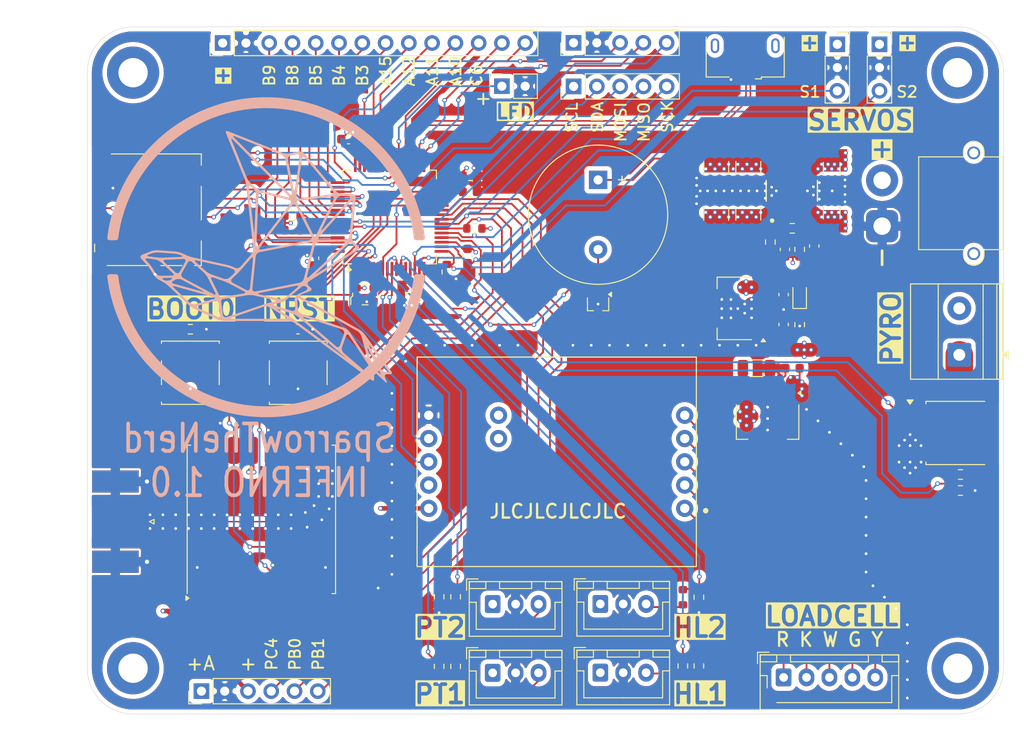
<source format=kicad_pcb>
(kicad_pcb (version 20241229) (generator "pcbnew") (generator_version "9.0")
  (layers (0 "F.Cu" signal) (4 "In1.Cu" power "In1 GND") (6 "In2.Cu" power "In2 PWR") (2 "B.Cu" signal) (13 "F.Paste" user) (15 "B.Paste" user) (5 "F.SilkS" user "F.Silkscreen") (7 "B.SilkS" user "B.Silkscreen") (1 "F.Mask" user) (3 "B.Mask" user) (25 "Edge.Cuts" user))
  (net 0 "")
  (net 1 "Net-(BZ1--)")
  (net 2 "+5VD")
  (net 3 "NRST")
  (net 4 "GNDREF")
  (net 5 "Net-(U2-VCAP_1)")
  (net 6 "+3V3")
  (net 7 "LIPO+")
  (net 8 "+5VA")
  (net 9 "GNDA")
  (net 10 "Net-(U4-SS)")
  (net 11 "/Power/FB")
  (net 12 "Net-(D1-K)")
  (net 13 "SDMMC_D2")
  (net 14 "SDMMC_CMD")
  (net 15 "SDMMC_D1")
  (net 16 "SDMMC_D0")
  (net 17 "SDMMC_CK")
  (net 18 "SDMMC_D3")
  (net 19 "Net-(J2-In)")
  (net 20 "Net-(J3-Pin_1)")
  (net 21 "Net-(J3-Pin_2)")
  (net 22 "Net-(J3-Pin_5)")
  (net 23 "Net-(J3-Pin_4)")
  (net 24 "Net-(J3-Pin_3)")
  (net 25 "Net-(J4-Pin_3)")
  (net 26 "Net-(J5-Pin_3)")
  (net 27 "SERVO1")
  (net 28 "SWDIO")
  (net 29 "SWCLK")
  (net 30 "PA12")
  (net 31 "PB3")
  (net 32 "PA15")
  (net 33 "PB8")
  (net 34 "PC6")
  (net 35 "PB5")
  (net 36 "PA11")
  (net 37 "PB4")
  (net 38 "PB13")
  (net 39 "PA10")
  (net 40 "PB9")
  (net 41 "PB12")
  (net 42 "Net-(J9-Pin_3)")
  (net 43 "Net-(J10-Pin_3)")
  (net 44 "SERVO2")
  (net 45 "SCK")
  (net 46 "SCL")
  (net 47 "MOSI")
  (net 48 "SDA")
  (net 49 "MISO")
  (net 50 "ALG3")
  (net 51 "ALG1")
  (net 52 "ALG2")
  (net 53 "Net-(Q1-G)")
  (net 54 "Net-(U2-BOOT0)")
  (net 55 "PT1")
  (net 56 "PT2")
  (net 57 "HALL1")
  (net 58 "HALL2")
  (net 59 "Net-(U4-MODE)")
  (net 63 "LoRa_RST")
  (net 65 "LoRa_CS")
  (net 66 "LoRa_INT")
  (net 70 "PYRO")
  (net 71 "USB_D-")
  (net 72 "Net-(U2-PH0)")
  (net 73 "CONT")
  (net 74 "LED")
  (net 75 "HX711_DAT")
  (net 76 "HX711_CLK")
  (net 78 "USB_D+")
  (net 87 "PY-")
  (footprint "Resistor_SMD:R_0603_1608Metric" (layer "F.Cu") (at 207.75 112.5 90)
    (property "Reference" "R17" (hide yes))
    (property "Value" "470")
  )
  (footprint "Connector_JST:JST_XH_B3B-XH-A_1x03_P2.50mm_Vertical" (layer "F.Cu") (at 185.993279 150.482633)
    (property "Reference" "J9" (hide yes))
    (property "Value" "Conn_01x03")
  )
  (footprint "Connector_Card:microSD_HC_Molex_104031-0811" (layer "F.Cu") (at 136.625 99.98 90)
    (property "Reference" "J1" (hide yes))
    (property "Value" "Micro_SD_Card")
  )
  (footprint "Package_TO_SOT_SMD:SOT-223-3_TabPin2" (layer "F.Cu") (at 204.25 123.1 -90)
    (property "Reference" "U5" (hide yes))
    (property "Value" "LM2937xMP")
  )
  (footprint "MountingHole:MountingHole_3.2mm_M3_ISO7380_Pad_TopBottom" (layer "F.Cu") (at 135 150)
    (property "Reference" "H4" (hide yes))
    (property "Value" "MountingHole")
  )
  (footprint "TerminalBlock_Phoenix:TerminalBlock_Phoenix_MKDS-1,5-2-5.08_1x02_P5.08mm_Horizontal" (layer "F.Cu") (at 225.1725 115.795 90)
    (property "Reference" "J15" (hide yes))
    (property "Value" "Conn_01x02")
  )
  (footprint "Connector_PinHeader_2.54mm:PinHeader_1x06_P2.54mm_Vertical" (layer "F.Cu") (at 142.46 152.5 90)
    (property "Reference" "J13" (hide yes))
    (property "Value" "Conn_01x06")
  )
  (footprint "Connector_PinHeader_2.54mm:PinHeader_1x05_P2.54mm_Vertical" (layer "F.Cu") (at 183.070982 81.73985 90)
    (property "Reference" "J7" (hide yes))
    (property "Value" "Conn_01x05")
  )
  (footprint "Resistor_SMD:R_0603_1608Metric" (layer "F.Cu") (at 152.4 102.2 180)
    (property "Reference" "R4" (hide yes))
    (property "Value" "10k")
  )
  (footprint "Capacitor_SMD:C_0603_1608Metric" (layer "F.Cu") (at 209.344572 103.916464 -90)
    (property "Reference" "C14" (hide yes))
    (property "Value" "22nF")
  )
  (footprint "Connector_PinHeader_2.54mm:PinHeader_1x14_P2.54mm_Vertical" (layer "F.Cu") (at 144.777112 81.762287 90)
    (property "Reference" "J8" (hide yes))
    (property "Value" "Conn_01x14")
  )
  (footprint "Connector_PinSocket_2.54mm:PinSocket_1x02_P2.54mm_Vertical" (layer "F.Cu") (at 175.25 86.475 90)
    (property "Reference" "J17" (hide yes))
    (property "Value" "Conn_01x02")
  )
  (footprint "Package_TO_SOT_SMD:SOT-223-3_TabPin2" (layer "F.Cu") (at 200.65 110.725 180)
    (property "Reference" "U6" (hide yes))
    (property "Value" "UA78M33QDCYRQ1")
  )
  (footprint "Resistor_SMD:R_0603_1608Metric" (layer "F.Cu") (at 225.3 130.6025 180)
    (property "Reference" "R2" (hide yes))
    (property "Value" "100k")
  )
  (footprint "Resistor_SMD:R_0603_1608Metric" (layer "F.Cu") (at 195 142.25 90)
    (property "Reference" "R15" (hide yes))
    (property "Value" "10k")
  )
  (footprint "Resistor_SMD:R_0603_1608Metric" (layer "F.Cu") (at 141.25 113)
    (property "Reference" "R1" (hide yes))
    (property "Value" "10k")
  )
  (footprint "INFERNOfootprints:RCG0019A-MFG" (layer "F.Cu") (at 206.894572 97.891464 90)
    (property "Reference" "U4" (hide yes))
    (property "Value" "TPSM86837RCGR" (hide yes))
  )
  (footprint "RF_Module:HOPERF_RFM9XW_SMD" (layer "F.Cu") (at 149 133.75 90)
    (property "Reference" "U1" (hide yes))
    (property "Value" "RFM95W-915S2")
  )
  (footprint "Resistor_SMD:R_0603_1608Metric" (layer "F.Cu") (at 225.3 128.8525)
    (property "Reference" "R6" (hide yes))
    (property "Value" "27k")
  )
  (footprint "Resistor_SMD:R_0603_1608Metric" (layer "F.Cu") (at 206.950899 101.985718)
    (property "Reference" "R18" (hide yes))
    (property "Value" "10k")
  )
  (footprint "Connector_USB:USB_Micro-B_Amphenol_10118193-0001LF_Horizontal" (layer "F.Cu") (at 201.807112 82.062287 180)
    (property "Reference" "J16" (hide yes))
    (property "Value" "USB_B_Micro")
  )
  (footprint "Resistor_SMD:R_0603_1608Metric" (layer "F.Cu") (at 195 149.75 90)
    (property "Reference" "R14" (hide yes))
    (property "Value" "10k")
  )
  (footprint "Capacitor_SMD:C_1210_3225Metric" (layer "F.Cu") (at 202.144572 95.391464 -90)
    (property "Reference" "C18" (hide yes))
    (property "Value" "22uF")
  )
  (footprint "Resistor_SMD:R_0603_1608Metric" (layer "F.Cu") (at 196.75 142.25 -90)
    (property "Reference" "R13" (hide yes))
    (property "Value" "20k")
  )
  (footprint "Resistor_SMD:R_0603_1608Metric" (layer "F.Cu") (at 207.750899 104.285718 -90)
    (property "Reference" "R19" (hide yes))
    (property "Value" "73k2")
  )
  (footprint "MountingHole:MountingHole_3.2mm_M3_ISO7380_Pad_TopBottom" (layer "F.Cu") (at 224.972319 84.996615)
    (property "Reference" "H2" (hide yes))
    (property "Value" "MountingHole")
  )
  (footprint "Resistor_SMD:R_0603_1608Metric" (layer "F.Cu") (at 204.550899 103.485718 -90)
    (property "Reference" "R16" (hide yes))
    (property "Value" "374k")
  )
  (footprint "Capacitor_SMD:C_1210_3225Metric" (layer "F.Cu") (at 198.644572 95.391464 -90)
    (property "Reference" "C15" (hide yes))
    (property "Value" "22uF")
  )
  (footprint "Capacitor_SMD:C_1206_3216Metric" (layer "F.Cu") (at 211.25 100.25 90)
    (property "Reference" "C8" (hide yes))
    (property "Value" "10uF")
  )
  (footprint "Capacitor_SMD:C_0603_1608Metric" (layer "F.Cu") (at 206.975 117.25 180)
    (property "Reference" "C10" (hide yes))
    (property "Value" "0.1uF")
  )
  (footprint "Resistor_SMD:R_0603_1608Metric" (layer "F.Cu") (at 168.4 142.2 -90)
    (property "Reference" "R11" (hide yes))
    (property "Value" "20k")
  )
  (footprint "Connector_PinHeader_2.54mm:PinHeader_1x05_P2.54mm_Vertical" (layer "F.Cu") (at 183.081184 86.497856 90)
    (property "Reference" "J12" (hide yes))
    (property "Value" "Conn_01x05")
  )
  (footprint "Capacitor_SMD:C_0603_1608Metric" (layer "F.Cu") (at 206.144572 104.291464 90)
    (property "Reference" "C19" (hide yes))
    (property "Value" "150pF")
  )
  (footprint "Connector_Coaxial:SMA_Molex_73251-1153_EdgeMount_Horizontal" (layer "F.Cu") (at 134.79 134)
    (property "Reference" "J2" (hide yes))
    (property "Value" "Conn_Coaxial_Small")
  )
  (footprint "Connector_JST:JST_XH_B3B-XH-A_1x03_P2.50mm_Vertical" (layer "F.Cu") (at 174.25 150.5)
    (property "Reference" "J4" (hide yes))
    (property "Value" "Conn_01x03")
  )
  (footprint "Buzzer_Beeper:Buzzer_15x7.5RM7.6" (layer "F.Cu") (at 185.75 96.7 -90)
    (property "Reference" "BZ1" (hide yes))
    (property "Value" "CI12E-07T230-C-6")
  )
  (footprint "Capacitor_SMD:C_0603_1608Metric" (layer "F.Cu") (at 153 113)
    (property "Reference" "C1" (hide yes))
    (property "Value" "0.1uF")
  )
  (footprint "Capacitor_SMD:C_0603_1608Metric" (layer "F.Cu") (at 171.75 98)
    (property "Reference" "C2" (hide yes))
    (property "Value" "4.7uF")
  )
  (footprint "Resistor_SMD:R_0603_1608Metric" (layer "F.Cu") (at 196.75 149.75 -90)
    (property "Reference" "R12" (hide yes))
    (property "Value" "20k")
  )
  (footprint "Capacitor_SMD:C_0603_1608Metric" (layer "F.Cu") (at 206 109.225 -90)
    (property "Reference" "C13" (hide yes))
    (property "Value" "0.1uF")
  )
  (footprint "Resistor_SMD:R_0603_1608Metric" (layer "F.Cu") (at 169.25 106.75 -90)
    (property "Reference" "R7" (hide yes))
    (property "Value" "470")
  )
  (footprint "Oscillator:Oscillator_SMD_ECS_2520MV-xxx-xx-4Pin_2.5x2.0mm" (layer "F.Cu") (at 160.325 109.225 90)
    (property "Reference" "Y1" (hide yes))
    (property "Value" "ECS-2520MV-240-BN")
  )
  (footprint "Capacitor_SMD:C_0603_1608Metric" (layer "F.Cu") (at 171.75 96.25)
    (property "Reference" "C6" (hide yes))
    (property "Value" "100nF")
  )
  (footprint "Capacitor_SMD:C_1210_3225Metric" (layer "F.Cu") (at 198.644572 100.391464 90)
    (property "Reference" "C16" (hide yes))
    (property "Value" "22uF")
  )
  (footprint "LED_SMD:LED_0603_1608Metric" (layer "F.Cu") (at 207.75 109.25 90)
    (property "Reference" "D1" (hide yes))
    (property "Value" "LED_RD")
  )
  (footprint "Connector_JST:JST_XH_B5B-XH-AM_1x05_P2.50mm_Vertical" (layer "F.Cu") (at 206 151)
    (property "Reference" "J3" (hide yes))
    (property "Value" "Conn_01x05")
  )
  (footprint "Capacitor_SMD:C_1206_3216Metric" (layer "F.Cu") (at 203.025 117.25)
    (property "Reference" "C12" (hide yes))
    (property "Value" "10uF")
  )
  (footprint "Capacitor_SMD:C_0603_1608Metric" (layer "F.Cu") (at 171.5 105 -90)
    (property "Reference" "C3" (hide yes))
    (property "Value" "100nF")
  )
  (footprint "Button_Switch_SMD:SW_SPST_B3S-1000" (layer "F.Cu") (at 153.025 117.75)
    (property "Reference" "SW2" (hide yes))
    (property "Value" "SW_Push")
  )
  (footprint "Resistor_SMD:R_0603_1608Metric" (layer "F.Cu") (at 168.4 149.8 -90)
    (property "Reference" "R10" (hide yes))
    (property "Value" "20k")
  )
  (footprint "Capacitor_SMD:C_0603_1608Metric" (layer "F.Cu") (at 165 109.5 180)
    (property "Reference" "C4" (hide yes))
    (property "Value" "100nF")
  )
  (footprint "Connector_JST:JST_XH_B3B-XH-A_1x03_P2.50mm_Vertical" (layer "F.Cu") (at 174.25 143)
    (property "Reference" "J5" (hide yes))
    (property "Value" "Conn_01x03")
  )
  (footprint "Capacitor_SMD:C_1210_3225Metric" (layer "F.Cu") (at 202.144572 100.391464 90)
    (property "Reference" "C17" (hide yes))
    (property "Value" "22uF")
  )
  (footprint "Capacitor_SMD:C_0603_1608Metric" (layer "F.Cu") (at 158.5 92.25)
    (property "Reference" "C7" (hide yes))
    (property "Value" "100nF")
  )
  (footprint "Capacitor_SMD:C_0603_1608Metric" (layer "F.Cu") (at 154.75 105.25 90)
    (property "Reference" "C5" (hide yes))
    (property "Value" "100nF")
  )
  (footprint "Connector_AMASS:AMASS_XT30PW-M_1x02_P2.50mm_Horizontal" (layer "F.Cu") (at 216.75 101.75 -90)
    (property "Reference" "J14" (hide yes))
    (property "Value" "Conn_01x02")
  )
  (footprint "Resistor_SMD:R_0603_1608Metric" (layer "F.Cu") (at 170.2 149.8 90)
    (property "Reference" "R8" (hide yes))
    (property "Value" "10k")
  )
  (footprint "Connector_PinSocket_2.54mm:PinSocket_1x03_P2.54mm_Vertical" (layer "F.Cu") (at 216.461367 81.902576)
    (property "Reference" "J11" (hide yes))
    (property "Value" "Conn_01x03")
  )
  (footprint "Package_TO_SOT_SMD:SOT-323_SC-70" (layer "F.Cu") (at 185.75 110.25 -90)
    (property "Reference" "Q1" (hide yes))
    (property "Value" "NMOS")
  )
  (footprint "Resistor_SMD:R_0603_1608Metric" (layer "F.Cu") (at 170.2 142.2 90)
    (property "Reference" "R9" (hide yes))
    (property "Value" "10k")
  )
  (footprint "Connector_JST:JST_XH_B3B-XH-A_1x03_P2.50mm_Vertical" (layer "F.Cu") (at 185.993279 142.982633)
    (property "Reference" "J10" (hide yes))
    (property "Value" "Conn_01x03")
  )
  (footprint "Resistor_SMD:R_0603_1608Metric" (layer "F.Cu") (at 172.25 102)
    (property "Reference" "R3" (hide yes))
    (property "Value" "4.7k")
  )
  (footprint "Resistor_SMD:R_0603_1608Metric" (layer "F.Cu") (at 152.4 100.6 180)
    (property "Reference" "R5" (hide yes))
    (property "Value" "10k")
  )
  (footprint "Package_QFP:LQFP-64_10x10mm_P0.5mm" (layer "F.Cu") (at 163 100.75 90)
    (property "Reference" "U2" (hide yes))
    (property "Value" "STM32F722RETx")
  )
  (footprint "INFERNOfootprints:SPARKFUN_SEN-13879" (layer "F.Cu") (at 181.236143 127.470325 180)
    (property "Reference" "U3" (hide yes))
    (property "Value" "SEN-13879")
  )
  (footprint "Capacitor_SMD:C_1206_3216Metric" (layer "F.Cu") (at 211.25 95.5 -90)
    (property "Reference" "C9" (hide yes))
    (property "Value" "10uF")
  )
  (footprint "Capacitor_SMD:C_0603_1608Metric" (layer "F.Cu") (at 206 112.475 90)
    (property "Reference" "C11" (hide yes))
    (property "Value" "0.33uF")
  )
  (footprint "MountingHole:MountingHole_3.2mm_M3_ISO7380_Pad_TopBottom" (layer "F.Cu") (at 135 85)
    (property "Reference" "H1" (hide yes))
    (property "Value" "MountingHole")
  )
  (footprint "MountingHole:MountingHole_3.2mm_M3_ISO7380_Pad_TopBottom" (layer "F.Cu") (at 225 150)
    (property "Reference" "H3" (hide yes))
    (property "Value" "MountingHole")
  )
  (footprint "Button_Switch_SMD:SW_SPST_B3S-1000" (layer "F.Cu") (at 141.25 117.75)
    (property "Reference" "SW1" (hide yes))
    (property "Value" "SW_Push")
  )
  (footprint "Package_TO_SOT_SMD:TO-252-2" (layer "F.Cu") (at 224.84 124.3225)
    (property "Reference" "Q2" (hide yes))
    (property "Value" "NMOS")
  )
  (footprint "Connector_PinSocket_2.54mm:PinSocket_1x03_P2.54mm_Vertical" (layer "F.Cu") (at 211.861367 81.902576)
    (property "Reference" "J6" (hide yes))
    (property "Value" "Conn_01x03")
  )
  (gr_poly (pts (xy 205.094572 100.602402) (xy 203.544572 102.491464) (xy 197.244572 102.491464) (xy 197.244572 99.891464) (xy 203.644572 99.891464) (xy 204.394572 99.442462) (xy 205.094572 99.442464)) (fill yes) (layer "F.Cu") (net 2))
  (gr_poly (pts (xy 208.719572 100.592464) (xy 210.344572 102.441464) (xy 212.944572 102.441464) (xy 212.944572 99.991464) (xy 210.094572 99.991464) (xy 209.419573 99.442464) (xy 208.694572 99.442464)) (fill yes) (layer "F.Cu") (net 7))
  (gr_poly (pts (xy 208.718084 95.191464) (xy 210.343084 93.345502) (xy 212.943084 93.345502) (xy 212.943084 95.795502) (xy 210.093084 95.795502) (xy 209.414572 96.344502) (xy 208.693084 96.344502)) (fill yes) (layer "F.Cu") (net 7))
  (gr_poly (pts (xy 205.100899 95.17478) (xy 203.550899 93.285718) (xy 197.250899 93.285718) (xy 197.250899 95.885718) (xy 203.650899 95.885718) (xy 204.400899 96.33472) (xy 205.100899 96.334718)) (fill yes) (layer "F.Cu") (net 2))
  (gr_poly (pts (xy 133.123835 106.994428) (xy 132.436447 106.994428) (xy 132.422226 106.994817) (xy 132.408223 106.995967) (xy 132.394458 106.99786) (xy 132.38095 107.000472) (xy 132.367718 107.003783) (xy 132.354779 107.007773) (xy 132.342155 107.012419) (xy 132.329862 107.017701) (xy 132.317921 107.023597) (xy 132.306349 107.030087) (xy 132.295167 107.037149) (xy 132.284392 107.044762) (xy 132.274044 107.052905) (xy 132.264142 107.061556) (xy 132.254704 107.070696) (xy 132.24575 107.080301) (xy 132.237298 107.090352) (xy 132.229367 107.100828) (xy 132.221976 107.111706) (xy 132.215144 107.122966) (xy 132.20889 107.134587) (xy 132.203233 107.146547) (xy 132.198191 107.158826) (xy 132.193784 107.171403) (xy 132.19003 107.184255) (xy 132.186949 107.197362) (xy 132.184559 107.210704) (xy 132.182879 107.224258) (xy 132.181928 107.238003) (xy 132.181725 107.251919) (xy 132.182289 107.265985) (xy 132.183638 107.280178) (xy 132.267179 107.879094) (xy 132.371329 108.473736) (xy 132.496045 109.063848) (xy 132.641285 109.649174) (xy 132.807007 110.229459) (xy 132.99317 110.804446) (xy 133.199732 111.37388) (xy 133.42665 111.937505) (xy 133.595993 112.324863) (xy 133.774186 112.70718) (xy 133.961177 113.084378) (xy 134.156912 113.456382) (xy 134.361339 113.823116) (xy 134.574407 114.184506) (xy 134.796063 114.540475) (xy 135.026254 114.890948) (xy 135.264928 115.23585) (xy 135.512033 115.575103) (xy 135.767517 115.908634) (xy 136.031327 116.236367) (xy 136.303411 116.558225) (xy 136.583717 116.874134) (xy 136.872191 117.184017) (xy 137.168783 117.4878) (xy 137.472496 117.784457) (xy 137.782319 118.07298) (xy 138.098177 118.353319) (xy 138.419993 118.625423) (xy 138.747693 118.889241) (xy 139.081201 119.144724) (xy 139.42044 119.391819) (xy 139.765337 119.630478) (xy 140.115814 119.860648) (xy 140.471797 120.08228) (xy 140.83321 120.295324) (xy 141.199978 120.499727) (xy 141.572024 120.69544) (xy 141.949273 120.882413) (xy 142.33165 121.060594) (xy 142.719078 121.229933) (xy 143.124331 121.39538) (xy 143.532634 121.550297) (xy 143.943892 121.694663) (xy 144.358012 121.828458) (xy 144.774899 121.951664) (xy 145.194459 122.064259) (xy 145.616597 122.166226) (xy 146.041221 122.257542) (xy 146.468235 122.33819) (xy 146.897546 122.408148) (xy 147.329058 122.467398) (xy 147.762679 122.51592) (xy 148.198314 122.553693) (xy 148.635868 122.580699) (xy 149.075248 122.596917) (xy 149.516359 122.602327) (xy 149.95747 122.596917) (xy 150.39685 122.580698) (xy 150.834406 122.553691) (xy 151.270044 122.515914) (xy 151.70367 122.467386) (xy 152.135192 122.408128) (xy 152.564514 122.338157) (xy 152.991544 122.257493) (xy 153.416189 122.166155) (xy 153.838354 122.064163) (xy 154.257945 121.951535) (xy 154.674871 121.828291) (xy 155.089035 121.69445) (xy 155.500346 121.550032) (xy 155.90871 121.395054) (xy 156.314032 121.229537) (xy 156.701396 121.060194) (xy 157.083724 120.882001) (xy 157.46094 120.69501) (xy 157.832966 120.499275) (xy 158.199725 120.294848) (xy 158.56114 120.08178) (xy 158.917133 119.860124) (xy 159.267626 119.629933) (xy 159.612543 119.391259) (xy 159.951807 119.144154) (xy 160.285339 118.88867) (xy 160.613063 118.62486) (xy 160.934902 118.352776) (xy 161.250777 118.07247) (xy 161.560612 117.783996) (xy 161.864329 117.487404) (xy 162.160921 117.183691) (xy 162.449396 116.873868) (xy 162.729701 116.55801) (xy 163.001785 116.236194) (xy 163.265595 115.908494) (xy 163.521079 115.574986) (xy 163.768184 115.235747) (xy 164.006859 114.89085) (xy 164.23705 114.540373) (xy 164.458706 114.18439) (xy 164.671773 113.822977) (xy 164.876201 113.456209) (xy 165.071936 113.084163) (xy 165.258926 112.706914) (xy 165.43712 112.324537) (xy 165.606463 111.937109) (xy 165.833382 111.373483) (xy 166.039944 110.804049) (xy 166.226107 110.229062) (xy 166.391829 109.648777) (xy 166.537069 109.063451) (xy 166.661785 108.473339) (xy 166.765934 107.878696) (xy 166.849476 107.27978) (xy 166.850825 107.265621) (xy 166.851389 107.251587) (xy 166.851186 107.237697) (xy 166.850236 107.223974) (xy 166.848556 107.210438) (xy 166.846166 107.197112) (xy 166.843084 107.184016) (xy 166.839331 107.171172) (xy 166.834924 107.158602) (xy 166.829882 107.146326) (xy 166.824225 107.134365) (xy 166.817971 107.122743) (xy 166.811139 107.111479) (xy 166.803748 107.100595) (xy 166.795817 107.090112) (xy 166.787365 107.080052) (xy 166.778411 107.070437) (xy 166.768973 107.061287) (xy 166.75907 107.052624) (xy 166.748722 107.044469) (xy 166.737948 107.036843) (xy 166.726765 107.029769) (xy 166.715194 107.023267) (xy 166.703252 107.017359) (xy 166.69096 107.012065) (xy 166.678335 107.007409) (xy 166.665397 107.00341) (xy 166.652164 107.00009) (xy 166.638656 106.997471) (xy 166.624891 106.995573) (xy 166.610888 106.994419) (xy 166.596667 106.99403) (xy 165.908485 106.99403) (xy 165.8966 106.994304) (xy 165.884839 106.995117) (xy 165.873217 106.996459) (xy 165.861747 106.998319) (xy 165.850442 107.000684) (xy 165.839315 107.003545) (xy 165.82838 107.006889) (xy 165.817651 107.010705) (xy 165.807139 107.014982) (xy 165.79686 107.019709) (xy 165.786827 107.024875) (xy 165.777051 107.030467) (xy 165.767548 107.036476) (xy 165.758331 107.042889) (xy 165.749412 107.049696) (xy 165.740806 107.056885) (xy 165.732525 107.064445) (xy 165.724583 107.072364) (xy 165.716993 107.080632) (xy 165.709769 107.089237) (xy 165.702924 107.098168) (xy 165.696471 107.107414) (xy 165.690424 107.116962) (xy 165.684797 107.126803) (xy 165.679601 107.136925) (xy 165.674852 107.147316) (xy 165.670562 107.157965) (xy 165.666745 107.168862) (xy 165.663414 107.179994) (xy 165.660582 107.191351) (xy 165.658263 107.202921) (xy 165.65647 107.214693) (xy 165.543726 107.958945) (xy 165.397649 108.691871) (xy 165.219046 109.412663) (xy 165.008723 110.120515) (xy 164.767487 110.81462) (xy 164.496144 111.494172) (xy 164.195501 112.158363) (xy 163.866365 112.806388) (xy 163.509542 113.437439) (xy 163.125839 114.050711) (xy 162.716063 114.645395) (xy 162.28102 115.220687) (xy 161.821517 115.775778) (xy 161.33836 116.309863) (xy 160.832357 116.822135) (xy 160.304313 117.311787) (xy 159.755035 117.778013) (xy 159.185331 118.220005) (xy 158.596007 118.636957) (xy 157.987868 119.028064) (xy 157.361723 119.392517) (xy 156.718377 119.72951) (xy 156.058638 120.038238) (xy 155.383311 120.317892) (xy 154.693204 120.567667) (xy 153.989123 120.786755) (xy 153.271875 120.974351) (xy 152.542266 121.129647) (xy 151.801104 121.251837) (xy 151.049194 121.340114) (xy 150.287343 121.393672) (xy 149.516359 121.411704) (xy 148.745374 121.393672) (xy 147.983523 121.340114) (xy 147.231613 121.251837) (xy 146.49045 121.129647) (xy 145.76084 120.974351) (xy 145.043591 120.786755) (xy 144.339508 120.567667) (xy 143.649399 120.317892) (xy 142.97407 120.038238) (xy 142.314327 119.72951) (xy 141.670978 119.392517) (xy 141.044827 119.028064) (xy 140.436683 118.636957) (xy 139.847352 118.220005) (xy 139.27764 117.778012) (xy 138.728354 117.311787) (xy 138.200301 116.822135) (xy 137.694286 116.309863) (xy 137.211117 115.775778) (xy 136.7516 115.220686) (xy 136.316541 114.645395) (xy 135.906748 114.05071) (xy 135.523027 113.437439) (xy 135.166184 112.806387) (xy 134.837026 112.158362) (xy 134.53636 111.49417) (xy 134.264991 110.814619) (xy 134.023727 110.120513) (xy 133.813375 109.412661) (xy 133.63474 108.691869) (xy 133.488629 107.958943) (xy 133.37585 107.21469) (xy 133.374092 107.202919) (xy 133.371803 107.191349) (xy 133.368998 107.179992) (xy 133.365689 107.16886) (xy 133.36189 107.157963) (xy 133.357615 107.147314) (xy 133.352878 107.136923) (xy 133.347691 107.126801) (xy 133.342069 107.11696) (xy 133.336025 107.107411) (xy 133.329573 107.098166) (xy 133.322726 107.089235) (xy 133.315498 107.08063) (xy 133.307903 107.072362) (xy 133.299954 107.064443) (xy 133.291664 107.056883) (xy 133.283047 107.049694) (xy 133.274118 107.042887) (xy 133.264889 107.036474) (xy 133.255374 107.030465) (xy 133.245586 107.024872) (xy 133.23554 107.019707) (xy 133.225249 107.01498) (xy 133.214726 107.010703) (xy 133.203985 107.006886) (xy 133.193039 107.003542) (xy 133.181903 107.000682) (xy 133.170589 106.998317) (xy 133.159112 106.996457) (xy 133.147485 106.995115) (xy 133.135721 106.994301) (xy 133.123835 106.994028)) (fill yes) (layer "B.SilkS"))
  (gr_poly (pts (xy 145.222448 91.368167) (xy 145.209842 91.370022) (xy 145.197988 91.372789) (xy 145.186899 91.376455) (xy 145.17659 91.381005) (xy 145.167075 91.386425) (xy 145.158368 91.392701) (xy 145.150484 91.39982) (xy 145.143435 91.407766) (xy 145.137236 91.416525) (xy 145.131901 91.426085) (xy 145.127444 91.43643) (xy 145.123879 91.447546) (xy 145.121221 91.45942) (xy 145.119483 91.472037) (xy 145.118678 91.485383) (xy 145.118822 91.499445) (xy 145.119929 91.514207) (xy 145.122011 91.529656) (xy 145.125084 91.545778) (xy 145.129161 91.562559) (xy 145.134256 91.579984) (xy 145.140384 91.59804) (xy 145.147558 91.616712) (xy 147.146617 96.539946) (xy 147.177402 96.621783) (xy 147.207909 96.713704) (xy 147.237337 96.812582) (xy 147.264885 96.915292) (xy 147.289755 97.018708) (xy 147.311146 97.119707) (xy 147.328258 97.215161) (xy 147.340292 97.301946) (xy 148.111816 104.134149) (xy 148.115025 104.175911) (xy 148.115497 104.219549) (xy 148.113343 104.264708) (xy 148.108672 104.311032) (xy 148.101595 104.358165) (xy 148.09222 104.405751) (xy 148.080658 104.453436) (xy 148.06702 104.500862) (xy 148.051413 104.547674) (xy 148.03395 104.593517) (xy 148.014738 104.638034) (xy 147.993889 104.680869) (xy 147.971513 104.721668) (xy 147.947718 104.760074) (xy 147.922615 104.795731) (xy 147.896315 104.828284) (xy 146.73625 106.16456) (xy 146.722432 106.179719) (xy 146.707867 106.194236) (xy 146.676655 106.221307) (xy 146.64293 106.245711) (xy 146.607006 106.267381) (xy 146.569198 106.286254) (xy 146.529821 106.302265) (xy 146.489191 106.315349) (xy 146.447623 106.325443) (xy 146.405432 106.33248) (xy 146.362932 106.336398) (xy 146.320439 106.337131) (xy 146.278269 106.334614) (xy 146.236735 106.328784) (xy 146.196154 106.319575) (xy 146.15684 106.306924) (xy 146.137757 106.299287) (xy 146.119109 106.290765) (xy 146.003617 106.23441) (xy 145.924078 106.197882) (xy 145.834543 106.160443) (xy 145.738078 106.123152) (xy 145.637748 106.087071) (xy 145.536619 106.053259) (xy 145.437754 106.022777) (xy 145.344219 105.996686) (xy 145.259079 105.976046) (xy 141.541948 105.162847) (xy 141.456736 105.142516) (xy 141.362989 105.117032) (xy 141.263782 105.087419) (xy 141.16219 105.054698) (xy 141.126952 105.042544) (xy 140.372958 105.042544) (xy 140.371961 105.048648) (xy 140.369759 105.054521) (xy 140.366356 105.060153) (xy 140.361754 105.065532) (xy 140.355956 105.070646) (xy 140.348965 105.075485) (xy 140.340784 105.080038) (xy 140.331416 105.084292) (xy 140.320864 105.088236) (xy 140.30913 105.09186) (xy 140.296218 105.095151) (xy 140.28213 105.098098) (xy 140.26687 105.100691) (xy 140.25044 105.102918) (xy 140.232844 105.104766) (xy 140.194162 105.107286) (xy 138.241536 105.187454) (xy 138.153915 105.189694) (xy 138.056629 105.189674) (xy 137.952925 105.187552) (xy 137.846049 105.183486) (xy 137.739248 105.177633) (xy 137.635767 105.170153) (xy 137.538854 105.161203) (xy 137.451754 105.150941) (xy 136.724679 105.052913) (xy 136.705003 105.049986) (xy 136.68653 105.046721) (xy 136.669263 105.043129) (xy 136.653203 105.039225) (xy 136.638353 105.03502) (xy 136.624712 105.030527) (xy 136.612285 105.025759) (xy 136.601071 105.020728) (xy 136.591072 105.015447) (xy 136.582291 105.009929) (xy 136.574729 105.004187) (xy 136.568388 104.998232) (xy 136.563269 104.992078) (xy 136.559374 104.985737) (xy 136.556705 104.979222) (xy 136.555263 104.972545) (xy 136.555049 104.96572) (xy 136.556067 104.958758) (xy 136.558317 104.951673) (xy 136.561801 104.944477) (xy 136.566521 104.937183) (xy 136.572478 104.929803) (xy 136.579674 104.92235) (xy 136.588111 104.914837) (xy 136.59779 104.907277) (xy 136.608713 104.899681) (xy 136.620882 104.892063) (xy 136.634298 104.884435) (xy 136.648963 104.87681) (xy 136.664879 104.8692) (xy 136.682048 104.861619) (xy 136.70047 104.854079) (xy 136.983043 104.742556) (xy 137.02273 104.727846) (xy 137.065327 104.713822) (xy 137.110444 104.700543) (xy 137.157689 104.688073) (xy 137.206671 104.676473) (xy 137.256999 104.665803) (xy 137.308281 104.656127) (xy 137.360127 104.647506) (xy 137.412144 104.64) (xy 137.463943 104.633673) (xy 137.515131 104.628585) (xy 137.565317 104.624797) (xy 137.614111 104.622373) (xy 137.66112 104.621373) (xy 137.705953 104.621859) (xy 137.74822 104.623892) (xy 139.495662 104.743746) (xy 139.537829 104.747368) (xy 139.582367 104.752512) (xy 139.628896 104.759085) (xy 139.677034 104.766989) (xy 139.776612 104.786415) (xy 139.878051 104.810026) (xy 139.978299 104.83706) (xy 140.074306 104.866754) (xy 140.119765 104.88236) (xy 140.163019 104.898346) (xy 140.203688 104.914615) (xy 140.241389 104.931072) (xy 140.241389 104.931075) (xy 140.258809 104.939271) (xy 140.274981 104.947407) (xy 140.289908 104.955472) (xy 140.303593 104.963453) (xy 140.316038 104.971341) (xy 140.327246 104.979123) (xy 140.337221 104.986788) (xy 140.345965 104.994326) (xy 140.353481 105.001723) (xy 140.359773 105.00897) (xy 140.364842 105.016055) (xy 140.368692 105.022966) (xy 140.371327 105.029692) (xy 140.372747 105.036222) (xy 140.372958 105.042544) (xy 141.126952 105.042544) (xy 141.061285 105.019894) (xy 140.964143 104.98403) (xy 140.873837 104.948128) (xy 140.793443 104.913213) (xy 140.331482 104.702074) (xy 140.292674 104.685166) (xy 140.250924 104.668442) (xy 140.160149 104.635945) (xy 140.062258 104.605383) (xy 139.960353 104.577555) (xy 139.857537 104.553262) (xy 139.756911 104.533304) (xy 139.661578 104.51848) (xy 139.616866 104.513244) (xy 139.57464 104.509591) (xy 137.699009 104.378621) (xy 137.656737 104.376509) (xy 137.611891 104.375937) (xy 137.564862 104.376843) (xy 137.516043 104.379168) (xy 137.465827 104.38285) (xy 137.414605 104.387831) (xy 137.362771 104.394048) (xy 137.310716 104.401442) (xy 137.258834 104.409953) (xy 137.207516 104.419519) (xy 137.157155 104.43008) (xy 137.108143 104.441576) (xy 137.060873 104.453947) (xy 137.015737 104.467131) (xy 136.973128 104.481069) (xy 136.933438 104.4957) (xy 135.994425 104.863204) (xy 135.975838 104.871021) (xy 135.95818 104.879496) (xy 135.941459 104.888601) (xy 135.92568 104.898308) (xy 135.91085 104.90859) (xy 135.896976 104.919417) (xy 135.884063 104.930762) (xy 135.87212 104.942598) (xy 135.861151 104.954896) (xy 135.851163 104.967628) (xy 135.842164 104.980766) (xy 135.834158 104.994282) (xy 135.827154 105.008149) (xy 135.821157 105.022338) (xy 135.816173 105.036821) (xy 135.81221 105.051571) (xy 135.809273 105.066559) (xy 135.80737 105.081757) (xy 135.806506 105.097138) (xy 135.806688 105.112673) (xy 135.807923 105.128335) (xy 135.810217 105.144095) (xy 135.813576 105.159926) (xy 135.818008 105.175799) (xy 135.823517 105.191687) (xy 135.830112 105.207561) (xy 135.837798 105.223393) (xy 135.846582 105.239157) (xy 135.85647 105.254823) (xy 135.867468 105.270363) (xy 135.879584 105.285751) (xy 135.892824 105.300957) (xy 136.481391 105.944687) (xy 136.539353 106.010483) (xy 136.601509 106.085287) (xy 136.665915 106.1665) (xy 136.730629 106.251522) (xy 136.793706 106.337753) (xy 136.853201 106.422593) (xy 136.907172 106.503443) (xy 136.953673 106.577703) (xy 137.228707 107.035302) (xy 137.251366 107.071012) (xy 137.276889 107.107714) (xy 137.304995 107.145133) (xy 137.335405 107.182996) (xy 137.367838 107.221028) (xy 137.402014 107.258957) (xy 137.437652 107.296507) (xy 137.474473 107.333406) (xy 137.512196 107.369379) (xy 137.550541 107.404153) (xy 137.589228 107.437454) (xy 137.627977 107.469007) (xy 137.666507 107.49854) (xy 137.704538 107.525778) (xy 137.741791 107.550448) (xy 137.777984 107.572275) (xy 138.113344 107.76357) (xy 138.383119 107.918202) (xy 138.485599 107.977379) (xy 138.547524 108.0136) (xy 138.571395 108.029879) (xy 138.60506 108.055799) (xy 138.646967 108.090025) (xy 138.695561 108.131224) (xy 138.74929 108.178059) (xy 138.806599 108.229196) (xy 138.865937 108.283301) (xy 138.925749 108.339038) (xy 141.043869 110.332938) (xy 141.075147 110.361508) (xy 141.109225 110.390961) (xy 141.145771 110.421071) (xy 141.18445 110.451616) (xy 141.266875 110.513108) (xy 141.353829 110.573643) (xy 141.442644 110.631424) (xy 141.530649 110.684656) (xy 141.573514 110.709005) (xy 141.615175 110.731545) (xy 141.655299 110.752049) (xy 141.693553 110.770294) (xy 144.238316 111.937109) (xy 144.277128 111.953944) (xy 144.318891 111.970313) (xy 144.363217 111.986129) (xy 144.409717 112.001308) (xy 144.458003 112.015764) (xy 144.507686 112.029411) (xy 144.609692 112.053937) (xy 144.712629 112.074203) (xy 144.763475 112.082525) (xy 144.813388 112.089526) (xy 144.861981 112.095119) (xy 144.908865 112.09922) (xy 144.953651 112.101744) (xy 144.995951 112.102604) (xy 151.941661 112.102604) (xy 151.983746 112.10383) (xy 152.0279 112.107428) (xy 152.073755 112.113278) (xy 152.120943 112.121257) (xy 152.169097 112.131245) (xy 152.217847 112.143122) (xy 152.266826 112.156766) (xy 152.315666 112.172057) (xy 152.364 112.188873) (xy 152.411458 112.207093) (xy 152.457674 112.226598) (xy 152.502278 112.247265) (xy 152.544904 112.268973) (xy 152.585183 112.291603) (xy 152.622746 112.315033) (xy 152.657227 112.339142) (xy 161.020176 118.552217) (xy 161.036497 118.563831) (xy 161.052554 118.574271) (xy 161.068328 118.583548) (xy 161.083802 118.591673) (xy 161.098955 118.598654) (xy 161.113769 118.604503) (xy 161.128224 118.60923) (xy 161.142302 118.612845) (xy 161.155984 118.615359) (xy 161.16925 118.616781) (xy 161.182081 118.617122) (xy 161.194459 118.616392) (xy 161.206364 118.614601) (xy 161.217777 118.61176) (xy 161.22868 118.607878) (xy 161.239053 118.602967) (xy 161.248877 118.597036) (xy 161.258133 118.590095) (xy 161.266803 118.582155) (xy 161.274866 118.573227) (xy 161.282305 118.563319) (xy 161.289099 118.552443) (xy 161.295231 118.540609) (xy 161.30068 118.527827) (xy 161.305428 118.514107) (xy 161.309457 118.49946) (xy 161.312745 118.483895) (xy 161.315276 118.467424) (xy 161.317029 118.450056) (xy 161.317987 118.431801) (xy 161.318128 118.41267) (xy 161.317436 118.392673) (xy 161.295211 117.979527) (xy 161.29448 117.95954) (xy 161.294509 117.940512) (xy 161.29528 117.922451) (xy 161.296776 117.905364) (xy 161.29898 117.88926) (xy 161.301874 117.874146) (xy 161.305442 117.86003) (xy 161.309666 117.846921) (xy 161.311863 117.841456) (xy 160.953472 117.841456) (xy 160.953096 117.858519) (xy 160.951967 117.874633) (xy 160.950103 117.889791) (xy 160.947519 117.903983) (xy 160.94423 117.9172) (xy 160.940255 117.929434) (xy 160.935607 117.940677) (xy 160.930304 117.950919) (xy 160.924361 117.960152) (xy 160.917795 117.968368) (xy 160.910621 117.975557) (xy 160.902856 117.981711) (xy 160.894516 117.986821) (xy 160.885616 117.99088) (xy 160.876173 117.993877) (xy 160.866203 117.995805) (xy 160.855722 117.996655) (xy 160.844746 117.996417) (xy 160.833291 117.995085) (xy 160.821373 117.992648) (xy 160.809008 117.989098) (xy 160.796212 117.984427) (xy 160.783002 117.978626) (xy 160.769393 117.971686) (xy 160.755401 117.963598) (xy 160.741043 117.954355) (xy 160.726334 117.943946) (xy 160.711291 117.932365) (xy 160.695929 117.919601) (xy 158.659676 116.163655) (xy 158.248675 116.163655) (xy 158.24855 116.164818) (xy 158.247429 116.16518) (xy 158.245312 116.164741) (xy 158.238098 116.161455) (xy 158.226919 116.154948) (xy 158.211783 116.145209) (xy 158.192701 116.132229) (xy 158.169683 116.115997) (xy 158.111876 116.073734) (xy 152.760017 112.094268) (xy 152.533848 111.926986) (xy 152.464276 111.876049) (xy 152.444976 111.862176) (xy 152.437754 111.857334) (xy 152.409644 111.840914) (xy 152.335807 111.796216) (xy 152.311658 111.781426) (xy 151.73981 111.781426) (xy 151.739581 111.788982) (xy 151.738164 111.796216) (xy 151.735564 111.803116) (xy 151.731783 111.809667) (xy 151.726827 111.815857) (xy 151.720698 111.821672) (xy 151.713401 111.827098) (xy 151.704939 111.832123) (xy 151.695316 111.836732) (xy 151.684536 111.840914) (xy 151.672603 111.844653) (xy 151.659519 111.847937) (xy 151.64529 111.850753) (xy 151.629919 111.853086) (xy 151.61341 111.854925) (xy 151.595766 111.856254) (xy 151.576991 111.857062) (xy 151.55709 111.857334) (xy 145.826609 111.857339) (xy 145.78813 111.856671) (xy 145.754554 111.85471) (xy 145.739607 111.853266) (xy 145.725891 111.851523) (xy 145.713406 111.84949) (xy 145.702152 111.847175) (xy 145.692133 111.844586) (xy 145.683348 111.841731) (xy 145.6758 111.838619) (xy 145.669489 111.835258) (xy 145.664418 111.831656) (xy 145.660586 111.827821) (xy 145.657996 111.823761) (xy 145.656648 111.819486) (xy 145.656545 111.815002) (xy 145.657687 111.810318) (xy 145.660076 111.805442) (xy 145.663713 111.800383) (xy 145.668599 111.795149) (xy 145.674736 111.789748) (xy 145.682125 111.784187) (xy 145.690767 111.778477) (xy 145.700664 111.772623) (xy 145.711817 111.766636) (xy 145.724226 111.760522) (xy 145.737895 111.754291) (xy 145.769012 111.741508) (xy 145.805179 111.728352) (xy 149.240531 110.546459) (xy 149.280509 110.534383) (xy 149.32281 110.524768) (xy 149.367066 110.517572) (xy 149.412911 110.512755) (xy 149.45998 110.510275) (xy 149.507905 110.51009) (xy 149.556322 110.512161) (xy 149.604862 110.516444) (xy 149.653161 110.5229) (xy 149.700852 110.531486) (xy 149.747568 110.542162) (xy 149.792944 110.554886) (xy 149.836612 110.569616) (xy 149.878208 110.586313) (xy 149.917364 110.604933) (xy 149.953715 110.625437) (xy 151.616223 111.649372) (xy 151.633015 111.660025) (xy 151.648566 111.670544) (xy 151.662881 111.680915) (xy 151.675963 111.691125) (xy 151.687816 111.701161) (xy 151.698443 111.711008) (xy 151.70785 111.720655) (xy 151.716038 111.730087) (xy 151.723013 111.739291) (xy 151.728777 111.748254) (xy 151.733336 111.756962) (xy 151.736691 111.765403) (xy 151.738848 111.773562) (xy 151.73981 111.781426) (xy 152.311658 111.781426) (xy 152.096046 111.649372) (xy 150.925265 110.928646) (xy 150.892817 110.908115) (xy 150.865112 110.889414) (xy 150.842132 110.872586) (xy 150.823856 110.857674) (xy 150.810267 110.844723) (xy 150.805223 110.838996) (xy 150.801343 110.833775) (xy 150.798626 110.829067) (xy 150.797068 110.824876) (xy 150.796667 110.821207) (xy 150.79742 110.818067) (xy 150.799326 110.81546) (xy 150.802382 110.813393) (xy 150.806585 110.81187) (xy 150.811933 110.810898) (xy 150.818424 110.81048) (xy 150.826055 110.810624) (xy 150.844729 110.812616) (xy 150.867935 110.816918) (xy 150.895654 110.823572) (xy 150.927867 110.832622) (xy 150.964555 110.844113) (xy 152.415926 111.319171) (xy 152.455861 111.333156) (xy 152.497745 111.349383) (xy 152.541228 111.367654) (xy 152.585963 111.387775) (xy 152.631599 111.409549) (xy 152.67779 111.432781) (xy 152.724184 111.457274) (xy 152.770435 111.482833) (xy 152.816193 111.509261) (xy 152.861109 111.536363) (xy 152.904834 111.563943) (xy 152.94702 111.591806) (xy 152.987317 111.619754) (xy 153.025378 111.647593) (xy 153.060853 111.675125) (xy 153.093393 111.702157) (xy 158.130132 116.051113) (xy 158.183928 116.098445) (xy 158.204753 116.117411) (xy 158.221544 116.133229) (xy 158.234308 116.145889) (xy 158.243058 116.155381) (xy 158.247802 116.161694) (xy 158.248675 116.163655) (xy 158.659676 116.163655) (xy 157.980115 115.577641) (xy 157.950145 115.549307) (xy 157.922354 115.517949) (xy 157.896828 115.483894) (xy 157.873653 115.447467) (xy 157.852915 115.408993) (xy 157.8347 115.368799) (xy 157.819094 115.327209) (xy 157.806184 115.28455) (xy 157.796055 115.241147) (xy 157.788793 115.197324) (xy 157.784484 115.153409) (xy 157.783215 115.109727) (xy 157.785071 115.066602) (xy 157.790139 115.024361) (xy 157.798504 114.98333) (xy 157.810252 114.943833) (xy 158.231335 113.738523) (xy 158.238351 113.71976) (xy 158.24584 113.702092) (xy 158.253779 113.685523) (xy 158.262148 113.670055) (xy 158.270922 113.655692) (xy 158.280081 113.642436) (xy 158.289602 113.63029) (xy 158.299462 113.619256) (xy 158.309639 113.609339) (xy 158.320112 113.600539) (xy 158.330858 113.592861) (xy 158.341855 113.586307) (xy 158.35308 113.58088) (xy 158.364511 113.576583) (xy 158.376126 113.573419) (xy 158.387903 113.57139) (xy 158.39982 113.570499) (xy 158.411853 113.57075) (xy 158.423982 113.572144) (xy 158.436184 113.574685) (xy 158.448436 113.578376) (xy 158.460717 113.583219) (xy 158.473003 113.589218) (xy 158.485274 113.596374) (xy 158.497506 113.604692) (xy 158.509678 113.614173) (xy 158.521766 113.624821) (xy 158.53375 113.636639) (xy 158.545606 113.649629) (xy 158.557313 113.663794) (xy 158.568848 113.679137) (xy 158.580189 113.69566) (xy 160.662592 116.865898) (xy 160.685029 116.901755) (xy 160.707303 116.940615) (xy 160.729281 116.982109) (xy 160.750829 117.025863) (xy 160.771811 117.071505) (xy 160.792094 117.118663) (xy 160.811543 117.166965) (xy 160.830024 117.21604) (xy 160.847403 117.265514) (xy 160.863545 117.315016) (xy 160.878317 117.364175) (xy 160.891583 117.412617) (xy 160.90321 117.45997) (xy 160.913063 117.505864) (xy 160.921008 117.549924) (xy 160.926911 117.591781) (xy 160.949929 117.784662) (xy 160.951905 117.804519) (xy 160.953081 117.823453) (xy 160.953472 117.841456) (xy 161.311863 117.841456) (xy 161.314529 117.834825) (xy 161.320013 117.823751) (xy 161.326102 117.813707) (xy 161.332778 117.8047) (xy 161.340025 117.796738) (xy 161.347824 117.78983) (xy 161.356158 117.783982) (xy 161.365011 117.779204) (xy 161.374365 117.775502) (xy 161.384203 117.772884) (xy 161.394508 117.771359) (xy 161.405262 117.770934) (xy 161.416449 117.771617) (xy 161.42805 117.773416) (xy 161.440049 117.776339) (xy 161.452429 117.780394) (xy 161.465172 117.785588) (xy 161.478262 117.791929) (xy 161.49168 117.799426) (xy 161.50541 117.808085) (xy 161.519434 117.817915) (xy 161.533735 117.828924) (xy 161.548297 117.84112) (xy 161.563101 117.85451) (xy 162.527508 118.758593) (xy 162.556174 118.784339) (xy 162.582445 118.805649) (xy 162.594662 118.814657) (xy 162.606255 118.822573) (xy 162.617214 118.829405) (xy 162.627533 118.835158) (xy 162.637201 118.839839) (xy 162.646211 118.843453) (xy 162.654554 118.846007) (xy 162.662221 118.847506) (xy 162.669203 118.847956) (xy 162.675493 118.847364) (xy 162.681082 118.845736) (xy 162.68596 118.843077) (xy 162.69012 118.839394) (xy 162.693553 118.834693) (xy 162.69625 118.828979) (xy 162.698203 118.822259) (xy 162.699403 118.814539) (xy 162.699841 118.805825) (xy 162.69951 118.796122) (xy 162.6984 118.785438) (xy 162.696503 118.773777) (xy 162.69381 118.761146) (xy 162.690312 118.747552) (xy 162.686002 118.732999) (xy 162.674909 118.701043) (xy 162.660461 118.665328) (xy 162.492186 118.273215) (xy 162.484679 118.254535) (xy 162.478296 118.23609) (xy 162.473022 118.217904) (xy 162.468841 118.2) (xy 162.465737 118.182402) (xy 162.463695 118.165132) (xy 162.4627 118.148215) (xy 162.462737 118.131674) (xy 162.463788 118.115532) (xy 162.46584 118.099813) (xy 162.468877 118.08454) (xy 162.472882 118.069737) (xy 162.477842 118.055428) (xy 162.48374 118.041635) (xy 162.49056 118.028382) (xy 162.498288 118.015693) (xy 162.506907 118.003591) (xy 162.516403 117.9921) (xy 162.52676 117.981243) (xy 162.537962 117.971044) (xy 162.549994 117.961526) (xy 162.562841 117.952712) (xy 162.576486 117.944626) (xy 162.590915 117.937292) (xy 162.606112 117.930732) (xy 162.622061 117.924971) (xy 162.638747 117.920032) (xy 162.656155 117.915938) (xy 162.674269 117.912714) (xy 162.693073 117.910381) (xy 162.712553 117.908964) (xy 162.732692 117.908487) (xy 163.010505 117.908487) (xy 163.030545 117.908065) (xy 163.044755 117.907137) (xy 162.040936 117.907137) (xy 162.040598 117.908929) (xy 162.039529 117.910002) (xy 162.037745 117.910368) (xy 162.035262 117.910041) (xy 162.02827 117.907359) (xy 162.018685 117.902058) (xy 162.006639 117.894242) (xy 161.992268 117.884015) (xy 161.975703 117.871479) (xy 161.936524 117.839898) (xy 161.89017 117.800327) (xy 161.837704 117.753593) (xy 161.780192 117.700525) (xy 161.429751 117.37191) (xy 161.399722 117.342289) (xy 161.369449 117.309608) (xy 161.339135 117.274201) (xy 161.308984 117.236404) (xy 161.279197 117.196551) (xy 161.249979 117.154977) (xy 161.221531 117.112017) (xy 161.194057 117.068005) (xy 161.16776 117.023278) (xy 161.142843 116.978169) (xy 161.119507 116.933014) (xy 161.097958 116.888147) (xy 161.078396 116.843903) (xy 161.061026 116.800618) (xy 161.04605 116.758625) (xy 161.03367 116.71826) (xy 160.864363 116.111643) (xy 160.561799 116.111643) (xy 160.561574 116.120767) (xy 160.560783 116.12876) (xy 160.559434 116.135621) (xy 160.557533 116.141345) (xy 160.555087 116.14593) (xy 160.552103 116.149372) (xy 160.54859 116.151667) (xy 160.544553 116.152812) (xy 160.54 116.152804) (xy 160.534938 116.15164) (xy 160.529374 116.149315) (xy 160.523315 116.145826) (xy 160.516769 116.14117) (xy 160.509742 116.135344) (xy 160.502242 116.128345) (xy 160.494276 116.120167) (xy 160.48585 116.11081) (xy 160.476973 116.100268) (xy 160.46765 116.088539) (xy 160.447699 116.061504) (xy 160.426054 116.029678) (xy 158.681136 113.373564) (xy 158.039647 113.373564) (xy 158.039533 113.392891) (xy 158.038444 113.412304) (xy 158.036364 113.43177) (xy 158.033277 113.451258) (xy 158.029167 113.470734) (xy 158.024018 113.490168) (xy 158.017816 113.509527) (xy 157.584032 114.751346) (xy 157.576908 114.770239) (xy 157.569098 114.788217) (xy 157.560629 114.805275) (xy 157.551529 114.821404) (xy 157.541825 114.836597) (xy 157.531546 114.850848) (xy 157.520718 114.864148) (xy 157.50937 114.876491) (xy 157.497529 114.88787) (xy 157.485222 114.898277) (xy 157.472478 114.907705) (xy 157.459324 114.916147) (xy 157.445787 114.923596) (xy 157.431895 114.930045) (xy 157.417676 114.935485) (xy 157.403157 114.939911) (xy 157.388366 114.943315) (xy 157.37333 114.94569) (xy 157.358078 114.947028) (xy 157.342637 114.947323) (xy 157.327033 114.946567) (xy 157.311296 114.944752) (xy 157.295453 114.941873) (xy 157.27953 114.937921) (xy 157.263557 114.93289) (xy 157.24756 114.926772) (xy 157.231567 114.91956) (xy 157.215606 114.911246) (xy 157.199704 114.901825) (xy 157.183889 114.891287) (xy 157.168189 114.879627) (xy 157.15263 114.866837) (xy 153.625602 111.822013) (xy 153.596979 111.796194) (xy 153.572995 111.772359) (xy 153.562731 111.761207) (xy 153.553613 111.750577) (xy 153.545634 111.740478) (xy 153.538792 111.730918) (xy 153.53308 111.721905) (xy 153.528494 111.713449) (xy 153.525029 111.705557) (xy 153.52268 111.698239) (xy 153.521443 111.691502) (xy 153.521312 111.685357) (xy 153.522282 111.67981) (xy 153.524349 111.674871) (xy 153.527508 111.670548) (xy 153.531754 111.66685) (xy 153.537082 111.663786) (xy 153.543487 111.661363) (xy 153.550964 111.659591) (xy 153.559509 111.658478) (xy 153.569116 111.658033) (xy 153.579781 111.658264) (xy 153.591499 111.65918) (xy 153.604265 111.660789) (xy 153.618074 111.6631) (xy 153.632922 111.666122) (xy 153.665711 111.674332) (xy 153.702596 111.685487) (xy 157.771357 113.011846) (xy 157.79053 113.018625) (xy 157.80912 113.02629) (xy 157.827111 113.03481) (xy 157.844488 113.044152) (xy 157.861234 113.054285) (xy 157.877334 113.065176) (xy 157.892773 113.076793) (xy 157.907535 113.089105) (xy 157.921603 113.102078) (xy 157.934963 113.115682) (xy 157.947599 113.129884) (xy 157.959494 113.144652) (xy 157.970634 113.159954) (xy 157.981002 113.175758) (xy 157.990583 113.192032) (xy 157.999362 113.208743) (xy 158.007321 113.225861) (xy 158.014447 113.243352) (xy 158.020722 113.261185) (xy 158.026132 113.279328) (xy 158.03066 113.297748) (xy 158.034292 113.316414) (xy 158.037011 113.335293) (xy 158.038801 113.354354) (xy 158.039647 113.373564) (xy 158.681136 113.373564) (xy 158.629401 113.294813) (xy 158.605244 113.26043) (xy 158.577923 113.225751) (xy 158.547743 113.19101) (xy 158.515008 113.156439) (xy 158.480026 113.122273) (xy 158.443099 113.088746) (xy 158.404534 113.05609) (xy 158.364636 113.024541) (xy 158.323711 112.99433) (xy 158.282062 112.965693) (xy 158.239996 112.938863) (xy 158.197818 112.914073) (xy 158.155833 112.891557) (xy 158.114347 112.871549) (xy 158.073663 112.854283) (xy 158.034088 112.839993) (xy 153.376365 111.317979) (xy 153.356988 111.311136) (xy 153.337792 111.303354) (xy 153.300049 111.285108) (xy 153.263342 111.263506) (xy 153.227877 111.238814) (xy 153.193862 111.211299) (xy 153.161501 111.181228) (xy 153.131001 111.148866) (xy 153.10257 111.11448) (xy 153.076413 111.078335) (xy 153.052737 111.040699) (xy 153.031747 111.001838) (xy 153.013652 110.962017) (xy 152.998656 110.921503) (xy 152.986966 110.880563) (xy 152.978789 110.839462) (xy 152.976082 110.818935) (xy 152.97433 110.798467) (xy 152.919164 109.918993) (xy 152.918324 109.898941) (xy 152.918392 109.879646) (xy 152.91935 109.86112) (xy 152.921176 109.843377) (xy 152.923849 109.82643) (xy 152.927348 109.810291) (xy 152.931654 109.794974) (xy 152.936744 109.780491) (xy 152.9426 109.766855) (xy 152.949199 109.754078) (xy 152.956521 109.742175) (xy 152.964545 109.731157) (xy 152.973251 109.721038) (xy 152.982618 109.711829) (xy 152.992625 109.703546) (xy 153.003252 109.696199) (xy 153.014477 109.689802) (xy 153.026281 109.684368) (xy 153.038642 109.67991) (xy 153.05154 109.67644) (xy 153.064953 109.673972) (xy 153.078862 109.672517) (xy 153.093245 109.67209) (xy 153.108082 109.672703) (xy 153.123353 109.674369) (xy 153.139035 109.6771) (xy 153.15511 109.68091) (xy 153.171555 109.685812) (xy 153.188351 109.691817) (xy 153.205476 109.69894) (xy 153.22291 109.707193) (xy 153.240632 109.716589) (xy 159.469982 113.199962) (xy 159.505816 113.221646) (xy 159.541725 113.246616) (xy 159.577479 113.274577) (xy 159.612845 113.305232) (xy 159.647593 113.338288) (xy 159.681491 113.373449) (xy 159.714307 113.410418) (xy 159.745811 113.448901) (xy 159.775771 113.488603) (xy 159.803955 113.529229) (xy 159.830132 113.570482) (xy 159.854071 113.612067) (xy 159.875541 113.65369) (xy 159.894309 113.695055) (xy 159.910145 113.735866) (xy 159.922817 113.775829) (xy 160.53718 115.979274) (xy 160.546928 116.016444) (xy 160.554185 116.049206) (xy 160.556896 116.063925) (xy 160.559007 116.077532) (xy 160.560522 116.090023) (xy 160.561451 116.101394) (xy 160.561799 116.111643) (xy 160.864363 116.111643) (xy 160.619729 115.235138) (xy 160.609775 115.198021) (xy 160.601914 115.16556) (xy 160.59611 115.137766) (xy 160.592327 115.114655) (xy 160.590526 115.096238) (xy 160.590359 115.088795) (xy 160.590673 115.08253) (xy 160.591465 115.077446) (xy 160.59273 115.073544) (xy 160.594464 115.070826) (xy 160.596661 115.069293) (xy 160.599318 115.068948) (xy 160.602429 115.069791) (xy 160.605991 115.071825) (xy 160.609998 115.07505) (xy 160.614446 115.07947) (xy 160.61933 115.085085) (xy 160.630389 115.099909) (xy 160.643139 115.119534) (xy 160.657543 115.143975) (xy 160.673565 115.173245) (xy 160.691167 115.207356) (xy 161.830992 117.476289) (xy 161.902392 117.619444) (xy 161.965533 117.747307) (xy 162.013493 117.845924) (xy 162.029617 117.879905) (xy 162.039351 117.901344) (xy 162.040936 117.907137) (xy 163.044755 117.907137) (xy 163.04973 117.906812) (xy 163.06805 117.90475) (xy 163.085495 117.9019) (xy 163.102053 117.898281) (xy 163.117714 117.893915) (xy 163.132468 117.888823) (xy 163.146304 117.883025) (xy 163.159212 117.876542) (xy 163.171181 117.869395) (xy 163.1822 117.861605) (xy 163.192259 117.853193) (xy 163.201347 117.844179) (xy 163.209455 117.834583) (xy 163.216571 117.824428) (xy 163.222684 117.813733) (xy 163.227785 117.80252) (xy 163.231863 117.790809) (xy 163.234906 117.778621) (xy 163.236906 117.765976) (xy 163.23785 117.752897) (xy 163.23773 117.739402) (xy 163.236533 117.725514) (xy 163.234249 117.711253) (xy 163.230869 117.696639) (xy 163.226381 117.681694) (xy 163.220775 117.666437) (xy 163.219553 117.663615) (xy 162.904142 117.663615) (xy 162.561242 117.663615) (xy 162.543588 117.663151) (xy 162.525697 117.661772) (xy 162.507604 117.659501) (xy 162.489339 117.656362) (xy 162.470938 117.652378) (xy 162.452432 117.647571) (xy 162.433856 117.641964) (xy 162.415241 117.63558) (xy 162.378032 117.620573) (xy 162.341069 117.602733) (xy 162.304618 117.582243) (xy 162.268943 117.559287) (xy 162.23431 117.534047) (xy 162.200985 117.506707) (xy 162.169231 117.477449) (xy 162.139314 117.446457) (xy 162.111499 117.413914) (xy 162.086052 117.380003) (xy 162.074299 117.362592) (xy 162.063237 117.344907) (xy 162.0529 117.326972) (xy 162.04332 117.30881) (xy 160.828486 114.89065) (xy 160.811533 114.856157) (xy 160.797418 114.825913) (xy 160.786114 114.799933) (xy 160.777592 114.778235) (xy 160.771827 114.760834) (xy 160.769969 114.75375) (xy 160.768789 114.747746) (xy 160.768285 114.742825) (xy 160.768453 114.738989) (xy 160.769289 114.736239) (xy 160.77079 114.734578) (xy 160.772952 114.734007) (xy 160.775773 114.734529) (xy 160.779249 114.736146) (xy 160.783376 114.73886) (xy 160.788151 114.742672) (xy 160.79357 114.747585) (xy 160.806329 114.760722) (xy 160.821624 114.778287) (xy 160.83943 114.800295) (xy 160.859718 114.826764) (xy 160.882461 114.857709) (xy 162.675145 117.34175) (xy 162.765062 117.466716) (xy 162.838161 117.56906) (xy 162.887002 117.638215) (xy 162.899999 117.657045) (xy 162.904142 117.663615) (xy 163.219553 117.663615) (xy 163.214041 117.650892) (xy 163.206167 117.635076) (xy 163.197143 117.619013) (xy 163.186959 117.602722) (xy 163.175605 117.586224) (xy 160.274449 113.553181) (xy 160.249053 113.519391) (xy 160.220838 113.484572) (xy 160.190102 113.44899) (xy 160.157141 113.412911) (xy 160.122252 113.376599) (xy 160.085732 113.34032) (xy 160.047878 113.304338) (xy 160.008988 113.26892) (xy 159.969359 113.234329) (xy 159.929287 113.200831) (xy 159.88907 113.168691) (xy 159.849004 113.138174) (xy 159.809388 113.109546) (xy 159.770517 113.083071) (xy 159.732689 113.059014) (xy 159.696201 113.037641) (xy 153.387079 109.513392) (xy 153.369775 109.503297) (xy 153.353655 109.492971) (xy 153.338718 109.482433) (xy 153.324963 109.471707) (xy 153.312386 109.460813) (xy 153.300987 109.449772) (xy 153.290764 109.438607) (xy 153.281715 109.427338) (xy 153.273839 109.415988) (xy 153.267133 109.404576) (xy 153.261597 109.393126) (xy 153.257229 109.381658) (xy 153.254026 109.370194) (xy 153.251988 109.358755) (xy 153.251112 109.347362) (xy 153.251397 109.336038) (xy 153.252842 109.324803) (xy 153.255444 109.31368) (xy 153.259202 109.302688) (xy 153.264114 109.291851) (xy 153.270178 109.281189) (xy 153.277394 109.270723) (xy 153.285758 109.260476) (xy 153.295271 109.250468) (xy 153.305929 109.240721) (xy 153.317731 109.231257) (xy 153.330676 109.222097) (xy 153.344761 109.213262) (xy 153.359986 109.204774) (xy 153.376349 109.196654) (xy 153.393847 109.188924) (xy 153.412479 109.181605) (xy 154.292747 108.854581) (xy 154.311417 108.847161) (xy 154.329101 108.839133) (xy 154.345792 108.830523) (xy 154.361486 108.821356) (xy 154.376178 108.81166) (xy 154.389862 108.801461) (xy 154.402532 108.790785) (xy 154.414184 108.779658) (xy 154.424813 108.768107) (xy 154.434412 108.756157) (xy 154.442977 108.743836) (xy 154.450502 108.73117) (xy 154.456983 108.718184) (xy 154.462413 108.704905) (xy 154.466787 108.69136) (xy 154.4701 108.677575) (xy 154.472348 108.663575) (xy 154.473523 108.649388) (xy 154.473622 108.63504) (xy 154.472639 108.620557) (xy 154.470568 108.605964) (xy 154.467405 108.59129) (xy 154.463144 108.576559) (xy 154.458718 108.564383) (xy 154.011005 108.564383) (xy 154.010323 108.578732) (xy 154.008622 108.593005) (xy 154.005908 108.607176) (xy 154.002187 108.621218) (xy 153.997465 108.635104) (xy 153.991748 108.648808) (xy 153.985043 108.662302) (xy 153.977354 108.675561) (xy 153.968688 108.688558) (xy 153.95905 108.701265) (xy 153.948448 108.713657) (xy 153.936886 108.725706) (xy 153.924371 108.737386) (xy 153.910909 108.748671) (xy 153.896506 108.759533) (xy 153.881167 108.769946) (xy 153.864898 108.779883) (xy 153.847706 108.789317) (xy 153.829597 108.798223) (xy 152.967186 109.200254) (xy 152.948762 109.209353) (xy 152.930636 109.219363) (xy 152.895364 109.241969) (xy 152.861544 109.267782) (xy 152.829347 109.296515) (xy 152.798945 109.327878) (xy 152.77051 109.361582) (xy 152.744215 109.397338) (xy 152.720231 109.434858) (xy 152.698731 109.473851) (xy 152.679886 109.514031) (xy 152.663869 109.555106) (xy 152.650852 109.59679) (xy 152.641007 109.638791) (xy 152.634506 109.680823) (xy 152.631521 109.722595) (xy 152.631401 109.743293) (xy 152.632224 109.763818) (xy 152.691755 110.711952) (xy 152.692553 110.732071) (xy 152.692358 110.751637) (xy 152.691191 110.770632) (xy 152.689077 110.789038) (xy 152.686038 110.806836) (xy 152.682096 110.82401) (xy 152.677274 110.840539) (xy 152.671595 110.856408) (xy 152.665083 110.871596) (xy 152.657758 110.886088) (xy 152.649645 110.899863) (xy 152.640766 110.912904) (xy 152.631143 110.925194) (xy 152.6208 110.936713) (xy 152.609759 110.947444) (xy 152.598044 110.957369) (xy 152.585675 110.96647) (xy 152.572678 110.974728) (xy 152.559073 110.982125) (xy 152.544885 110.988644) (xy 152.530135 110.994266) (xy 152.514847 110.998973) (xy 152.499043 111.002748) (xy 152.482745 111.005571) (xy 152.465978 111.007425) (xy 152.448763 111.008292) (xy 152.431123 111.008154) (xy 152.413081 111.006992) (xy 152.394659 111.004789) (xy 152.375881 111.001526) (xy 152.35677 110.997185) (xy 152.337347 110.991749) (xy 150.484336 110.42501) (xy 150.465389 110.418986) (xy 150.447687 110.412828) (xy 150.431231 110.406549) (xy 150.416019 110.400162) (xy 150.402052 110.39368) (xy 150.389329 110.387115) (xy 150.377849 110.38048) (xy 150.367612 110.373789) (xy 150.358618 110.367053) (xy 150.350865 110.360286) (xy 150.344354 110.3535) (xy 150.339083 110.346708) (xy 150.335053 110.339924) (xy 150.332262 110.333159) (xy 150.330711 110.326426) (xy 150.330399 110.319739) (xy 150.331325 110.313111) (xy 150.333489 110.306553) (xy 150.33689 110.300078) (xy 150.341528 110.293701) (xy 150.347402 110.287432) (xy 150.354512 110.281286) (xy 150.362857 110.275274) (xy 150.372437 110.26941) (xy 150.383251 110.263707) (xy 150.395299 110.258177) (xy 150.40858 110.252833) (xy 150.423093 110.247687) (xy 150.438839 110.242754) (xy 150.455817 110.238044) (xy 150.474026 110.233572) (xy 150.493465 110.22935) (xy 151.037184 110.11783) (xy 151.07837 110.108408) (xy 151.121471 110.096629) (xy 151.166135 110.082665) (xy 151.212008 110.066688) (xy 151.258737 110.048873) (xy 151.305969 110.029391) (xy 151.353349 110.008414) (xy 151.400524 109.986116) (xy 151.447141 109.96267) (xy 151.492847 109.938247) (xy 151.537288 109.913021) (xy 151.551794 109.904263) (xy 150.618877 109.904263) (xy 150.618215 109.909939) (xy 150.616301 109.915594) (xy 150.613136 109.921217) (xy 150.60872 109.926797) (xy 150.603053 109.932323) (xy 150.596135 109.937785) (xy 150.587965 109.943171) (xy 150.578545 109.948471) (xy 150.567874 109.953674) (xy 150.555951 109.958769) (xy 150.542777 109.963745) (xy 150.528353 109.968591) (xy 150.512677 109.973298) (xy 150.49575 109.977853) (xy 150.477572 109.982245) (xy 150.458143 109.986465) (xy 150.033089 110.074571) (xy 149.947423 110.093422) (xy 149.852661 110.116069) (xy 149.751944 110.141655) (xy 149.648419 110.169324) (xy 149.545229 110.198222) (xy 149.445517 110.227492) (xy 149.352428 110.256278) (xy 149.269107 110.283726) (xy 145.228919 111.667628) (xy 145.209581 111.673698) (xy 145.190353 111.678673) (xy 145.171264 111.682571) (xy 145.15234 111.685407) (xy 145.133609 111.6872) (xy 145.115098 111.687967) (xy 145.096835 111.687723) (xy 145.078845 111.686486) (xy 145.061157 111.684273) (xy 145.043799 111.681101) (xy 145.026796 111.676986) (xy 145.010177 111.671947) (xy 144.993969 111.665999) (xy 144.978199 111.659159) (xy 144.962893 111.651445) (xy 144.948081 111.642873) (xy 144.933788 111.633461) (xy 144.920042 111.623225) (xy 144.90687 111.612182) (xy 144.8943 111.60035) (xy 144.882359 111.587744) (xy 144.871073 111.574382) (xy 144.860471 111.560282) (xy 144.850579 111.545459) (xy 144.841425 111.529931) (xy 144.833036 111.513715) (xy 144.82544 111.496827) (xy 144.818991 111.480135) (xy 144.527495 111.480135) (xy 144.526897 111.497994) (xy 144.525398 111.51513) (xy 144.523015 111.531527) (xy 144.519769 111.547171) (xy 144.51568 111.562047) (xy 144.510767 111.576141) (xy 144.50505 111.589437) (xy 144.498548 111.601922) (xy 144.491282 111.61358) (xy 144.483271 111.624397) (xy 144.474534 111.634358) (xy 144.465092 111.643449) (xy 144.454964 111.651654) (xy 144.44417 111.658959) (xy 144.432729 111.66535) (xy 144.420661 111.670811) (xy 144.407986 111.675328) (xy 144.394724 111.678887) (xy 144.380894 111.681472) (xy 144.366516 111.68307) (xy 144.351609 111.683664) (xy 144.336194 111.683241) (xy 144.32029 111.681787) (xy 144.303916 111.679285) (xy 144.287093 111.675722) (xy 144.26984 111.671083) (xy 144.252176 111.665353) (xy 144.234123 111.658518) (xy 144.215698 111.650562) (xy 142.127739 110.696077) (xy 142.109744 110.687464) (xy 142.092963 110.678678) (xy 142.077396 110.669737) (xy 142.063042 110.660657) (xy 142.049898 110.651458) (xy 142.037965 110.642155) (xy 142.027241 110.632768) (xy 142.017724 110.623313) (xy 142.009414 110.613807) (xy 142.002308 110.60427) (xy 141.996407 110.594717) (xy 141.991708 110.585168) (xy 141.988211 110.575639) (xy 141.985913 110.566147) (xy 141.984815 110.556711) (xy 141.984914 110.547349) (xy 141.98621 110.538077) (xy 141.988701 110.528913) (xy 141.992386 110.519875) (xy 141.997263 110.510981) (xy 142.003332 110.502247) (xy 142.010592 110.493692) (xy 142.01904 110.485334) (xy 142.028676 110.477189) (xy 142.039499 110.469276) (xy 142.051507 110.461611) (xy 142.064699 110.454213) (xy 142.079074 110.4471) (xy 142.094631 110.440288) (xy 142.111368 110.433795) (xy 142.129284 110.427639) (xy 142.148378 110.421838) (xy 143.923599 109.914235) (xy 143.943199 109.909164) (xy 143.96269 109.905174) (xy 143.982043 109.902248) (xy 144.001231 109.900367) (xy 144.020227 109.899514) (xy 144.039001 109.89967) (xy 144.057527 109.900817) (xy 144.075776 109.902936) (xy 144.09372 109.90601) (xy 144.111332 109.910021) (xy 144.128583 109.914949) (xy 144.145446 109.920778) (xy 144.161893 109.927489) (xy 144.177895 109.935063) (xy 144.193426 109.943483) (xy 144.208456 109.952731) (xy 144.222959 109.962788) (xy 144.236906 109.973635) (xy 144.250269 109.985256) (xy 144.26302 109.997632) (xy 144.275132 110.010744) (xy 144.286577 110.024574) (xy 144.297326 110.039105) (xy 144.307352 110.054318) (xy 144.316627 110.070195) (xy 144.325123 110.086717) (xy 144.332812 110.103867) (xy 144.339667 110.121627) (xy 144.345658 110.139978) (xy 144.350759 110.158902) (xy 144.354941 110.178381) (xy 144.358177 110.198396) (xy 144.523674 111.42236) (xy 144.525903 111.442303) (xy 144.52717 111.461566) (xy 144.527495 111.480135) (xy 144.818991 111.480135) (xy 144.818663 111.479285) (xy 144.812732 111.461106) (xy 144.807676 111.442306) (xy 144.803521 111.422902) (xy 144.800294 111.402912) (xy 144.629242 110.135291) (xy 144.624029 110.095193) (xy 144.619408 110.056147) (xy 144.615383 110.018359) (xy 144.61196 109.982035) (xy 144.609143 109.947381) (xy 144.606939 109.914602) (xy 144.605352 109.883904) (xy 144.604388 109.855494) (xy 144.604052 109.829576) (xy 144.604349 109.806357) (xy 144.605284 109.786043) (xy 144.606863 109.768839) (xy 144.60909 109.75495) (xy 144.610449 109.749314) (xy 144.611972 109.744584) (xy 144.613659 109.740786) (xy 144.615513 109.737945) (xy 144.617532 109.736088) (xy 144.619718 109.73524) (xy 144.727665 109.718175) (xy 145.183673 109.646342) (xy 145.531747 109.591574) (xy 143.943494 109.591574) (xy 143.942906 109.598866) (xy 143.941087 109.60615) (xy 143.938036 109.613411) (xy 143.933754 109.620635) (xy 143.92824 109.62781) (xy 143.921495 109.634921) (xy 143.913517 109.641954) (xy 143.904308 109.648897) (xy 143.893867 109.655735) (xy 143.882194 109.662455) (xy 143.869289 109.669042) (xy 143.855152 109.675484) (xy 143.839783 109.681767) (xy 143.823181 109.687877) (xy 143.805347 109.6938) (xy 143.786281 109.699523) (xy 141.840799 110.25515) (xy 141.800417 110.264838) (xy 141.758229 110.271484) (xy 141.714578 110.275172) (xy 141.669807 110.275986) (xy 141.62426 110.274009) (xy 141.57828 110.269326) (xy 141.532208 110.262019) (xy 141.486389 110.252174) (xy 141.441165 110.239872) (xy 141.39688 110.225198) (xy 141.353876 110.208236) (xy 141.312496 110.18907) (xy 141.273083 110.167783) (xy 141.235981 110.144458) (xy 141.201532 110.11918) (xy 141.170079 110.092033) (xy 139.459549 108.482707) (xy 139.432129 108.455546) (xy 139.420169 108.442651) (xy 139.409368 108.430227) (xy 139.399719 108.418284) (xy 139.391218 108.406834) (xy 139.383857 108.395887) (xy 139.377632 108.385453) (xy 139.372535 108.375543) (xy 139.368561 108.366167) (xy 139.365705 108.357336) (xy 139.36396 108.34906) (xy 139.363319 108.341351) (xy 139.363778 108.334218) (xy 139.365331 108.327672) (xy 139.36797 108.321723) (xy 139.371691 108.316383) (xy 139.376487 108.311661) (xy 139.382353 108.307569) (xy 139.389282 108.304116) (xy 139.397269 108.301313) (xy 139.406307 108.299171) (xy 139.416391 108.297701) (xy 139.427514 108.296912) (xy 139.439671 108.296816) (xy 139.452856 108.297423) (xy 139.467062 108.298743) (xy 139.482285 108.300788) (xy 139.498517 108.303566) (xy 139.515753 108.30709) (xy 139.553212 108.316415) (xy 143.785487 109.484816) (xy 143.804592 109.490395) (xy 143.822467 109.496183) (xy 143.839111 109.502167) (xy 143.854525 109.508334) (xy 143.868708 109.514669) (xy 143.881661 109.521159) (xy 143.893383 109.52779) (xy 143.903875 109.534549) (xy 143.913136 109.541421) (xy 143.921166 109.548394) (xy 143.927965 109.555454) (xy 143.933533 109.562587) (xy 143.93787 109.569779) (xy 143.940976 109.577016) (xy 143.942851 109.584286) (xy 143.943494 109.591574) (xy 145.531747 109.591574) (xy 147.433559 109.292329) (xy 147.47555 109.286527) (xy 147.520297 109.281765) (xy 147.5674 109.278029) (xy 147.616462 109.275307) (xy 147.718869 109.272859) (xy 147.824332 109.274322) (xy 147.929665 109.279598) (xy 148.031681 109.288591) (xy 148.08045 109.29445) (xy 148.127196 109.301202) (xy 148.17152 109.308834) (xy 148.213023 109.317334) (xy 150.459333 109.819382) (xy 150.478688 109.823926) (xy 150.496792 109.828622) (xy 150.513644 109.83346) (xy 150.529245 109.838427) (xy 150.543596 109.843515) (xy 150.556695 109.84871) (xy 150.568543 109.854004) (xy 150.57914 109.859385) (xy 150.588486 109.864842) (xy 150.596581 109.870364) (xy 150.603425 109.87594) (xy 150.609017 109.881561) (xy 150.613359 109.887214) (xy 150.61645 109.892889) (xy 150.618289 109.898576) (xy 150.618877 109.904263) (xy 151.551794 109.904263) (xy 151.58011 109.887165) (xy 151.62096 109.86085) (xy 151.659485 109.83425) (xy 151.695331 109.807537) (xy 151.728144 109.780884) (xy 153.357315 108.393013) (xy 153.373159 108.380132) (xy 153.389488 108.368057) (xy 153.406265 108.356787) (xy 153.423454 108.346324) (xy 153.441018 108.336668) (xy 153.458922 108.327819) (xy 153.477128 108.319778) (xy 153.495601 108.312546) (xy 153.514304 108.306123) (xy 153.533202 108.30051) (xy 153.552256 108.295708) (xy 153.571432 108.291716) (xy 153.590693 108.288536) (xy 153.610002 108.286168) (xy 153.611766 108.286026) (xy 153.028683 108.286026) (xy 153.027853 108.294128) (xy 153.025891 108.302726) (xy 153.02279 108.31181) (xy 153.018545 108.321367) (xy 153.01315 108.331386) (xy 153.0066 108.341855) (xy 152.998888 108.352762) (xy 152.990008 108.364096) (xy 152.979955 108.375844) (xy 152.968724 108.387995) (xy 152.956307 108.400537) (xy 152.9427 108.413459) (xy 152.927896 108.426748) (xy 151.682502 109.516962) (xy 151.650065 109.543123) (xy 151.614602 109.567668) (xy 151.576463 109.590509) (xy 151.536 109.611555) (xy 151.493562 109.630718) (xy 151.449501 109.647908) (xy 151.404166 109.663036) (xy 151.357908 109.676011) (xy 151.311079 109.686744) (xy 151.264028 109.695146) (xy 151.217106 109.701127) (xy 151.170664 109.704598) (xy 151.125052 109.705469) (xy 151.08062 109.703651) (xy 151.03772 109.699054) (xy 150.996702 109.691588) (xy 148.807937 109.201051) (xy 148.788584 109.196512) (xy 148.770484 109.191832) (xy 148.753637 109.187022) (xy 148.738043 109.182093) (xy 148.723703 109.177053) (xy 148.710615 109.171915) (xy 148.698781 109.166687) (xy 148.688199 109.161381) (xy 148.67887 109.156008) (xy 148.670794 109.150576) (xy 148.663971 109.145098) (xy 148.6584 109.139582) (xy 148.654082 109.13404) (xy 148.651016 109.128482) (xy 148.649203 109.122919) (xy 148.648641 109.11736) (xy 148.649333 109.111816) (xy 148.651276 109.106298) (xy 148.654471 109.100815) (xy 148.658919 109.095379) (xy 148.664618 109.09) (xy 148.67157 109.084687) (xy 148.679773 109.079453) (xy 148.689228 109.074306) (xy 148.699934 109.069257) (xy 148.711893 109.064317) (xy 148.725102 109.059496) (xy 148.739564 109.054804) (xy 148.755276 109.050252) (xy 148.77224 109.045851) (xy 148.790455 109.04161) (xy 148.809922 109.03754) (xy 149 109) (xy 147.227146 109) (xy 147.22634 109.008516) (xy 147.224338 109.016831) (xy 147.221142 109.024928) (xy 147.216754 109.032793) (xy 147.211179 109.040409) (xy 147.204418 109.04776) (xy 147.196473 109.05483) (xy 147.187349 109.061604) (xy 147.177047 109.068065) (xy 147.16557 109.074198) (xy 147.15292 109.079986) (xy 147.139101 109.085414) (xy 147.124116 109.090466) (xy 147.107966 109.095126) (xy 147.090654 109.099378) (xy 147.072184 109.103205) (xy 147.052558 109.106593) (xy 144.935231 109.439571) (xy 144.781144 109.463136) (xy 144.651762 109.481938) (xy 144.600568 109.488949) (xy 144.56063 109.494043) (xy 144.533639 109.49698) (xy 144.525528 109.497563) (xy 144.521289 109.497517) (xy 144.518177 109.495301) (xy 144.51337 109.489521) (xy 144.499078 109.468005) (xy 144.479223 109.434443) (xy 144.454615 109.39031) (xy 144.426063 109.337079) (xy 144.394376 109.276226) (xy 144.360364 109.209225) (xy 144.324836 109.13755) (xy 144.324414 109.13669) (xy 143.996071 109.13669) (xy 143.99586 109.147909) (xy 143.994734 109.158318) (xy 143.992705 109.167906) (xy 143.989785 109.176661) (xy 143.985984 109.184574) (xy 143.981314 109.191632) (xy 143.975786 109.197826) (xy 143.969411 109.203144) (xy 143.962202 109.207576) (xy 143.954168 109.211111) (xy 143.945322 109.213738) (xy 143.935675 109.215446) (xy 143.925239 109.216224) (xy 143.914024 109.216061) (xy 143.902041 109.214948) (xy 143.889303 109.212872) (xy 143.875821 109.209823) (xy 143.861605 109.20579) (xy 143.846668 109.200763) (xy 143.83102 109.19473) (xy 143.814673 109.187681) (xy 143.797638 109.179605) (xy 143.779927 109.17049) (xy 143.279989 108.90378) (xy 142.711115 108.90378) (xy 142.710599 108.906768) (xy 142.708902 108.909285) (xy 142.706028 108.911328) (xy 142.701977 108.91289) (xy 142.696753 108.913967) (xy 142.690356 108.914553) (xy 142.682791 108.914644) (xy 142.664159 108.913316) (xy 142.640873 108.909941) (xy 142.612952 108.904479) (xy 142.580411 108.896886) (xy 142.543267 108.887121) (xy 139.419463 108.023918) (xy 139.400312 108.018264) (xy 139.382301 108.012178) (xy 139.365432 108.005679) (xy 139.349706 107.998787) (xy 139.335128 107.991521) (xy 139.321697 107.983901) (xy 139.309418 107.975946) (xy 139.298293 107.967675) (xy 139.288323 107.959107) (xy 139.279511 107.950262) (xy 139.27186 107.941159) (xy 139.265371 107.931818) (xy 139.260047 107.922257) (xy 139.255891 107.912497) (xy 139.252905 107.902556) (xy 139.25109 107.892454) (xy 139.25045 107.882211) (xy 139.250986 107.871844) (xy 139.252702 107.861375) (xy 139.255598 107.850821) (xy 139.259679 107.840203) (xy 139.264945 107.82954) (xy 139.2714 107.818851) (xy 139.279045 107.808156) (xy 139.287883 107.797473) (xy 139.297916 107.786822) (xy 139.309147 107.776223) (xy 139.321578 107.765695) (xy 139.335211 107.755256) (xy 139.350049 107.744928) (xy 139.366094 107.734728) (xy 139.383348 107.724676) (xy 139.606391 107.600056) (xy 139.643492 107.581324) (xy 139.683119 107.565013) (xy 139.724914 107.551129) (xy 139.768521 107.539676) (xy 139.813581 107.530657) (xy 139.859736 107.524078) (xy 139.90663 107.519941) (xy 139.953905 107.518251) (xy 140.001203 107.519012) (xy 140.048167 107.522228) (xy 140.094439 107.527904) (xy 140.139662 107.536042) (xy 140.183477 107.546648) (xy 140.225529 107.559726) (xy 140.265458 107.575279) (xy 140.302908 107.593311) (xy 142.57581 108.806161) (xy 142.609476 108.82458) (xy 142.638303 108.841414) (xy 142.662309 108.85662) (xy 142.681509 108.870156) (xy 142.695922 108.881981) (xy 142.701337 108.887239) (xy 142.705563 108.892052) (xy 142.708599 108.896418) (xy 142.71045 108.900329) (xy 142.711115 108.90378) (xy 143.279989 108.90378) (xy 140.563041 107.454328) (xy 139.251805 107.454328) (xy 139.251716 107.461255) (xy 139.250423 107.468474) (xy 139.247924 107.475974) (xy 139.244213 107.483742) (xy 139.23929 107.491767) (xy 139.233149 107.500035) (xy 139.225789 107.508534) (xy 139.217205 107.517253) (xy 139.207395 107.526179) (xy 139.196355 107.535299) (xy 139.184083 107.544601) (xy 139.170574 107.554074) (xy 139.155826 107.563704) (xy 139.139836 107.57348) (xy 139.122601 107.583389) (xy 139.059894 107.618314) (xy 139.022821 107.637067) (xy 138.983274 107.653291) (xy 138.941609 107.666989) (xy 138.89818 107.678162) (xy 138.853342 107.686811) (xy 138.80745 107.69294) (xy 138.760857 107.696548) (xy 138.713919 107.697639) (xy 138.666991 107.696214) (xy 138.620426 107.692274) (xy 138.57458 107.685822) (xy 138.529807 107.676858) (xy 138.486462 107.665386) (xy 138.444899 107.651406) (xy 138.405473 107.634921) (xy 138.368538 107.615932) (xy 138.339564 107.599658) (xy 138.322403 107.589593) (xy 138.306487 107.579644) (xy 138.291814 107.569827) (xy 138.278379 107.560152) (xy 138.266179 107.550634) (xy 138.255212 107.541284) (xy 138.245473 107.532116) (xy 138.23696 107.523143) (xy 138.229668 107.514378) (xy 138.223596 107.505832) (xy 138.218738 107.49752) (xy 138.215093 107.489455) (xy 138.212656 107.481648) (xy 138.211425 107.474113) (xy 138.211395 107.466863) (xy 138.212564 107.45991) (xy 138.214929 107.453268) (xy 138.218485 107.446949) (xy 138.22323 107.440966) (xy 138.22916 107.435333) (xy 138.236272 107.430061) (xy 138.244563 107.425164) (xy 138.254029 107.420654) (xy 138.264667 107.416546) (xy 138.276473 107.41285) (xy 138.289444 107.409581) (xy 138.303578 107.406751) (xy 138.318869 107.404372) (xy 138.335316 107.402459) (xy 138.352915 107.401023) (xy 138.371662 107.400078) (xy 138.391555 107.399636) (xy 139.072197 107.393287) (xy 139.092087 107.393356) (xy 139.110827 107.393926) (xy 139.128415 107.394986) (xy 139.144847 107.396522) (xy 139.160119 107.398524) (xy 139.174229 107.400978) (xy 139.187174 107.403873) (xy 139.198949 107.407195) (xy 139.209553 107.410933) (xy 139.218981 107.415074) (xy 139.227231 107.419607) (xy 139.234299 107.424518) (xy 139.240183 107.429796) (xy 139.244878 107.435429) (xy 139.248382 107.441403) (xy 139.250692 107.447707) (xy 139.251805 107.454328) (xy 140.563041 107.454328) (xy 140.473166 107.406381) (xy 140.455481 107.396348) (xy 140.438521 107.385544) (xy 140.422298 107.374005) (xy 140.40682 107.361763) (xy 140.392099 107.348854) (xy 140.378144 107.335311) (xy 140.364965 107.321169) (xy 140.352572 107.306462) (xy 140.340974 107.291224) (xy 140.330183 107.27549) (xy 140.320207 107.259293) (xy 140.311057 107.242668) (xy 140.302743 107.225649) (xy 140.295274 107.208271) (xy 140.288661 107.190567) (xy 140.282914 107.172572) (xy 140.278042 107.154321) (xy 140.274056 107.135846) (xy 140.270965 107.117183) (xy 140.268779 107.098365) (xy 140.267509 107.079428) (xy 140.267164 107.060405) (xy 140.267754 107.04133) (xy 140.267932 107.039118) (xy 139.428831 107.039118) (xy 139.428053 107.049409) (xy 139.426153 107.059306) (xy 139.423136 107.068792) (xy 139.419011 107.077848) (xy 139.413783 107.086458) (xy 139.407459 107.094605) (xy 139.400046 107.10227) (xy 139.391551 107.109437) (xy 139.381979 107.116087) (xy 139.371339 107.122205) (xy 139.359636 107.127772) (xy 139.346878 107.13277) (xy 139.33307 107.137184) (xy 139.31822 107.140995) (xy 139.302334 107.144185) (xy 139.28542 107.146739) (xy 139.267483 107.148637) (xy 139.24853 107.149863) (xy 139.228569 107.1504) (xy 138.012941 107.161512) (xy 137.992333 107.16125) (xy 137.971464 107.160108) (xy 137.950371 107.158107) (xy 137.929094 107.155268) (xy 137.886138 107.147164) (xy 137.842904 107.135969) (xy 137.799697 107.121856) (xy 137.756825 107.104997) (xy 137.714595 107.085565) (xy 137.673314 107.063732) (xy 137.633288 107.039671) (xy 137.594825 107.013556) (xy 137.558232 106.985558) (xy 137.523816 106.95585) (xy 137.491883 106.924605) (xy 137.476944 106.90846) (xy 137.46274 106.891995) (xy 137.449312 106.875233) (xy 137.436696 106.858194) (xy 137.424931 106.8409) (xy 137.414055 106.823373) (xy 137.184661 106.435229) (xy 137.138716 106.360691) (xy 137.085219 106.27961) (xy 137.026103 106.194594) (xy 136.963304 106.108253) (xy 136.898756 106.023195) (xy 136.834394 105.942031) (xy 136.772153 105.867368) (xy 136.713967 105.801817) (xy 136.446476 105.511702) (xy 136.433194 105.496793) (xy 136.421099 105.482212) (xy 136.410184 105.467976) (xy 136.40044 105.454099) (xy 136.391859 105.440597) (xy 136.384434 105.427484) (xy 136.378156 105.414775) (xy 136.373017 105.402487) (xy 136.369009 105.390633) (xy 136.366125 105.379229) (xy 136.364356 105.368291) (xy 136.363695 105.357832) (xy 136.364133 105.347869) (xy 136.365662 105.338417) (xy 136.368275 105.329489) (xy 136.371963 105.321103) (xy 136.376718 105.313272) (xy 136.382533 105.306012) (xy 136.389399 105.299339) (xy 136.397309 105.293266) (xy 136.406254 105.28781) (xy 136.416226 105.282984) (xy 136.427218 105.278806) (xy 136.439221 105.275289) (xy 136.452228 105.272449) (xy 136.46623 105.2703) (xy 136.481219 105.268858) (xy 136.497188 105.268139) (xy 136.514129 105.268157) (xy 136.532033 105.268927) (xy 136.550892 105.270464) (xy 136.570699 105.272784) (xy 137.377148 105.381528) (xy 137.418724 105.38836) (xy 137.462107 105.397735) (xy 137.506944 105.409487) (xy 137.552884 105.423453) (xy 137.599575 105.439468) (xy 137.646665 105.457367) (xy 137.693803 105.476985) (xy 137.740637 105.498158) (xy 137.786815 105.520723) (xy 137.831986 105.544513) (xy 137.875797 105.569365) (xy 137.917897 105.595114) (xy 137.957935 105.621595) (xy 137.995558 105.648644) (xy 138.030415 105.676097) (xy 138.062155 105.703789) (xy 139.333742 106.877348) (xy 139.348167 106.891185) (xy 139.361382 106.904854) (xy 139.373394 106.918336) (xy 139.38421 106.931616) (xy 139.393836 106.944675) (xy 139.40228 106.957495) (xy 139.409548 106.970061) (xy 139.415646 106.982353) (xy 139.420582 106.994356) (xy 139.424361 107.006051) (xy 139.426992 107.017421) (xy 139.428479 107.028449) (xy 139.428831 107.039118) (xy 140.267932 107.039118) (xy 140.26929 107.022237) (xy 140.271781 107.003162) (xy 140.275236 106.984138) (xy 140.279667 106.965199) (xy 140.285083 106.946379) (xy 140.291494 106.927714) (xy 140.29891 106.909236) (xy 140.307341 106.89098) (xy 140.316796 106.872981) (xy 140.949414 105.74149) (xy 140.959714 105.724083) (xy 140.97065 105.707583) (xy 140.982191 105.691996) (xy 140.994304 105.677326) (xy 141.006959 105.66358) (xy 141.020124 105.650761) (xy 141.033768 105.638876) (xy 141.047859 105.627929) (xy 141.062365 105.617925) (xy 141.077256 105.608871) (xy 141.092499 105.60077) (xy 141.108063 105.593628) (xy 141.123918 105.58745) (xy 141.140031 105.582242) (xy 141.15637 105.578008) (xy 141.172905 105.574754) (xy 141.189604 105.572485) (xy 141.206436 105.571205) (xy 141.223368 105.570921) (xy 141.24037 105.571637) (xy 141.25741 105.573359) (xy 141.274457 105.576091) (xy 141.291479 105.579839) (xy 141.308444 105.584608) (xy 141.325322 105.590403) (xy 141.342081 105.597229) (xy 141.358688 105.605092) (xy 141.375114 105.613996) (xy 141.391326 105.623947) (xy 141.407293 105.63495) (xy 141.422983 105.64701) (xy 141.438366 105.660132) (xy 142.707968 106.800352) (xy 142.73894 106.829177) (xy 142.770825 106.860819) (xy 142.803381 106.894959) (xy 142.836369 106.931279) (xy 142.869548 106.969462) (xy 142.902677 107.00919) (xy 142.935515 107.050144) (xy 142.967821 107.092007) (xy 142.999356 107.134461) (xy 143.029878 107.177187) (xy 143.059146 107.219868) (xy 143.086921 107.262186) (xy 143.11296 107.303822) (xy 143.137024 107.344459) (xy 143.158872 107.383778) (xy 143.178263 107.421462) (xy 143.954949 109.001024) (xy 143.963478 109.019051) (xy 143.970991 109.036366) (xy 143.977499 109.052956) (xy 143.983013 109.068812) (xy 143.987544 109.083922) (xy 143.991104 109.098276) (xy 143.993704 109.111862) (xy 143.995356 109.12467) (xy 143.996071 109.13669) (xy 144.324414 109.13669) (xy 143.559262 107.576244) (xy 143.550764 107.558145) (xy 143.543344 107.540618) (xy 143.536989 107.523678) (xy 143.531686 107.507339) (xy 143.527423 107.491616) (xy 143.524186 107.476522) (xy 143.521963 107.462073) (xy 143.520742 107.448281) (xy 143.520508 107.435163) (xy 143.52125 107.422731) (xy 143.522955 107.411001) (xy 143.52561 107.399986) (xy 143.529202 107.389701) (xy 143.533718 107.38016) (xy 143.539146 107.371378) (xy 143.545472 107.363368) (xy 143.552685 107.356146) (xy 143.560771 107.349725) (xy 143.569717 107.34412) (xy 143.579511 107.339346) (xy 143.590139 107.335415) (xy 143.60159 107.332344) (xy 143.61385 107.330145) (xy 143.626906 107.328834) (xy 143.640746 107.328424) (xy 143.655357 107.328931) (xy 143.670726 107.330368) (xy 143.686841 107.332749) (xy 143.703687 107.33609) (xy 143.721254 107.340404) (xy 143.739527 107.345705) (xy 143.758495 107.352008) (xy 144.866569 107.743325) (xy 144.948822 107.773654) (xy 145.039409 107.8093) (xy 145.135353 107.848954) (xy 145.233679 107.89131) (xy 145.33141 107.935062) (xy 145.425569 107.978902) (xy 145.513179 108.021523) (xy 145.591264 108.06162) (xy 147.093832 108.858943) (xy 147.111295 108.868567) (xy 147.127522 108.878228) (xy 147.142515 108.887911) (xy 147.156276 108.897599) (xy 147.168809 108.907278) (xy 147.180115 108.91693) (xy 147.190198 108.92654) (xy 147.199061 108.936092) (xy 147.206705 108.945571) (xy 147.213135 108.95496) (xy 147.218351 108.964243) (xy 147.222358 108.973404) (xy 147.225158 108.982428) (xy 147.226753 108.991299) (xy 147.227146 109) (xy 149 109) (xy 152.837012 108.2422) (xy 152.856594 108.238621) (xy 152.875155 108.235762) (xy 152.892688 108.233612) (xy 152.909187 108.232159) (xy 152.924647 108.231392) (xy 152.939061 108.231298) (xy 152.952425 108.231867) (xy 152.964731 108.233085) (xy 152.975975 108.234942) (xy 152.98615 108.237425) (xy 152.995251 108.240523) (xy 153.003272 108.244224) (xy 153.010206 108.248516) (xy 153.016049 108.253388) (xy 153.020794 108.258827) (xy 153.024436 108.264823) (xy 153.026969 108.271362) (xy 153.028387 108.278434) (xy 153.028683 108.286026) (xy 153.611766 108.286026) (xy 153.629324 108.284613) (xy 153.648621 108.283872) (xy 153.667858 108.283944) (xy 153.686999 108.28483) (xy 153.706006 108.286532) (xy 153.724843 108.289049) (xy 153.743475 108.292383) (xy 153.761865 108.296533) (xy 153.779976 108.301501) (xy 153.797772 108.307287) (xy 153.815217 108.313891) (xy 153.832275 108.321315) (xy 153.848909 108.329558) (xy 153.865083 108.338622) (xy 153.88076 108.348506) (xy 153.895905 108.359212) (xy 153.91048 108.37074) (xy 153.92445 108.383091) (xy 153.937555 108.395997) (xy 153.949563 108.409175) (xy 153.960481 108.422596) (xy 153.970315 108.436236) (xy 153.97907 108.450066) (xy 153.986753 108.46406) (xy 153.99337 108.478193) (xy 153.998926 108.492436) (xy 154.003427 108.506763) (xy 154.006879 108.521148) (xy 154.009289 108.535565) (xy 154.010663 108.549985) (xy 154.011005 108.564383) (xy 154.458718 108.564383) (xy 154.457779 108.561799) (xy 154.451305 108.547035) (xy 154.443718 108.532294) (xy 154.435011 108.517602) (xy 154.42518 108.502986) (xy 154.414219 108.488471) (xy 154.402123 108.474084) (xy 154.388886 108.459852) (xy 154.374504 108.4458) (xy 154.160587 108.246169) (xy 154.146156 108.23202) (xy 154.132776 108.217496) (xy 154.120443 108.202631) (xy 154.109155 108.187453) (xy 154.098909 108.171996) (xy 154.089701 108.15629) (xy 154.08153 108.140366) (xy 154.074391 108.124254) (xy 154.068283 108.107987) (xy 154.063202 108.091595) (xy 154.059145 108.07511) (xy 154.05611 108.058562) (xy 154.054094 108.041983) (xy 154.053092 108.025403) (xy 154.053104 108.008855) (xy 154.054126 107.992368) (xy 154.056154 107.975974) (xy 154.059187 107.959704) (xy 154.06322 107.94359) (xy 154.068252 107.927662) (xy 154.074279 107.911951) (xy 154.081298 107.896489) (xy 154.089307 107.881307) (xy 154.098303 107.866435) (xy 154.108282 107.851905) (xy 154.119242 107.837748) (xy 154.13118 107.823995) (xy 154.144092 107.810677) (xy 154.157977 107.797826) (xy 154.172831 107.785471) (xy 154.188651 107.773646) (xy 154.205434 107.762379) (xy 159.50689 104.390926) (xy 159.523708 104.379662) (xy 159.539555 104.367843) (xy 159.554429 104.3555) (xy 159.568328 104.342664) (xy 159.581249 104.329366) (xy 159.593189 104.315636) (xy 159.604145 104.301506) (xy 159.614115 104.287007) (xy 159.623096 104.27217) (xy 159.631086 104.257025) (xy 159.638081 104.241603) (xy 159.64408 104.225937) (xy 159.649079 104.210055) (xy 159.653075 104.19399) (xy 159.656067 104.177773) (xy 159.65805 104.161434) (xy 159.659024 104.145004) (xy 159.658984 104.128514) (xy 159.657928 104.111996) (xy 159.65778 104.110813) (xy 159.238776 104.110813) (xy 159.237812 104.127252) (xy 159.235838 104.1436) (xy 159.232857 104.159825) (xy 159.228873 104.175897) (xy 159.223888 104.191784) (xy 159.217905 104.207456) (xy 159.210926 104.222881) (xy 159.202955 104.238029) (xy 159.193994 104.252869) (xy 159.184046 104.267371) (xy 159.173113 104.281502) (xy 159.161198 104.295233) (xy 159.148305 104.308532) (xy 159.134436 104.321369) (xy 159.119593 104.333712) (xy 159.10378 104.345531) (xy 159.086999 104.356795) (xy 155.143648 106.86584) (xy 155.111054 106.886197) (xy 155.082343 106.903236) (xy 155.057538 106.916986) (xy 155.03666 106.927479) (xy 155.027702 106.931513) (xy 155.019734 106.934744) (xy 155.012759 106.937175) (xy 155.006781 106.938811) (xy 155.001801 106.939655) (xy 154.997824 106.939711) (xy 154.994851 106.938983) (xy 154.992886 106.937474) (xy 154.991932 106.935189) (xy 154.99199 106.932131) (xy 154.993065 106.928304) (xy 154.995158 106.923711) (xy 154.998274 106.918357) (xy 155.002413 106.912244) (xy 155.007581 106.905378) (xy 155.013778 106.897762) (xy 155.029275 106.880294) (xy 155.048927 106.85987) (xy 155.072757 106.836521) (xy 155.100787 106.810277) (xy 158.419456 103.755926) (xy 158.434781 103.742483) (xy 158.450669 103.729909) (xy 158.467082 103.718205) (xy 158.483982 103.70737) (xy 158.501332 103.697404) (xy 158.519095 103.688307) (xy 158.537233 103.680079) (xy 158.555708 103.672719) (xy 158.574483 103.666228) (xy 158.593521 103.660606) (xy 158.612783 103.655852) (xy 158.632233 103.651966) (xy 158.651833 103.648947) (xy 158.671546 103.646797) (xy 158.691334 103.645514) (xy 158.711159 103.645099) (xy 158.730984 103.645551) (xy 158.750771 103.646871) (xy 158.770484 103.649058) (xy 158.790084 103.652111) (xy 158.809534 103.656031) (xy 158.828797 103.660819) (xy 158.847834 103.666472) (xy 158.86661 103.672992) (xy 158.885085 103.680378) (xy 158.903223 103.68863) (xy 158.920985 103.697749) (xy 158.938335 103.707733) (xy 158.955236 103.718582) (xy 158.971649 103.730297) (xy 158.987536 103.742878) (xy 159.002862 103.756324) (xy 159.130259 103.874195) (xy 159.144764 103.888307) (xy 159.158219 103.90279) (xy 159.170625 103.917613) (xy 159.181987 103.932746) (xy 159.192306 103.948158) (xy 159.201586 103.963817) (xy 159.209829 103.979694) (xy 159.217038 103.995757) (xy 159.223215 104.011975) (xy 159.228364 104.028317) (xy 159.232487 104.044753) (xy 159.235587 104.061251) (xy 159.237667 104.077781) (xy 159.238729 104.094312) (xy 159.238776 104.110813) (xy 159.65778 104.110813) (xy 159.655854 104.09548) (xy 159.652759 104.078997) (xy 159.64864 104.062578) (xy 159.643495 104.046254) (xy 159.63732 104.030056) (xy 159.630113 104.014015) (xy 159.621872 103.998162) (xy 159.612593 103.982528) (xy 159.602275 103.967143) (xy 159.590914 103.95204) (xy 159.578507 103.937248) (xy 159.565053 103.922799) (xy 159.550547 103.908723) (xy 159.159722 103.547665) (xy 158.186643 103.547665) (xy 158.186278 103.558014) (xy 158.184775 103.568738) (xy 158.182128 103.579822) (xy 158.17833 103.591248) (xy 158.173374 103.602999) (xy 158.167254 103.615059) (xy 158.159963 103.627411) (xy 158.151493 103.640038) (xy 158.141839 103.652924) (xy 158.130994 103.666051) (xy 158.11895 103.679403) (xy 158.105701 103.692963) (xy 158.09124 103.706713) (xy 154.193134 107.290494) (xy 154.178281 107.30375) (xy 154.163869 107.315842) (xy 154.149909 107.326777) (xy 154.136414 107.336562) (xy 154.123397 107.345206) (xy 154.11087 107.352714) (xy 154.098845 107.359096) (xy 154.087335 107.364357) (xy 154.076353 107.368507) (xy 154.06591 107.371552) (xy 154.05602 107.3735) (xy 154.046694 107.374358) (xy 154.037945 107.374134) (xy 154.029785 107.372835) (xy 154.022227 107.370469) (xy 154.015284 107.367043) (xy 154.008967 107.362565) (xy 154.003289 107.357042) (xy 153.998263 107.350481) (xy 153.993901 107.342891) (xy 153.990216 107.334279) (xy 153.987219 107.324652) (xy 153.984923 107.314017) (xy 153.983341 107.302383) (xy 153.982486 107.289756) (xy 153.982369 107.276144) (xy 153.983002 107.261555) (xy 153.984399 107.245996) (xy 153.986572 107.229475) (xy 153.989534 107.211998) (xy 153.993296 107.193574) (xy 153.997871 107.17421) (xy 154.82853 103.880942) (xy 154.834006 103.861218) (xy 154.84044 103.841727) (xy 154.847802 103.822492) (xy 154.85606 103.80354) (xy 154.865182 103.784896) (xy 154.875135 103.766584) (xy 154.897413 103.73106) (xy 154.922639 103.697168) (xy 154.95056 103.665109) (xy 154.980923 103.635085) (xy 155.005512 103.614094) (xy 154.582221 103.614094) (xy 154.582106 103.641438) (xy 154.580681 103.671065) (xy 154.57794 103.702776) (xy 154.57388 103.736375) (xy 154.568497 103.771664) (xy 154.561787 103.808447) (xy 154.553745 103.846526) (xy 154.544368 103.885705) (xy 153.637508 107.471072) (xy 153.632006 107.490888) (xy 153.625568 107.510654) (xy 153.610008 107.549913) (xy 153.591074 107.588614) (xy 153.569016 107.626517) (xy 153.544081 107.663386) (xy 153.516517 107.698982) (xy 153.486574 107.733068) (xy 153.454498 107.765405) (xy 153.420539 107.795756) (xy 153.384945 107.823884) (xy 153.347964 107.849551) (xy 153.309844 107.872518) (xy 153.270833 107.892548) (xy 153.23118 107.909403) (xy 153.191132 107.922845) (xy 153.171038 107.928213) (xy 153.150939 107.932638) (xy 148.370185 108.875613) (xy 148.350265 108.879053) (xy 148.330705 108.881426) (xy 148.311527 108.882751) (xy 148.292753 108.88305) (xy 148.274405 108.882342) (xy 148.256506 108.880648) (xy 148.239078 108.877989) (xy 148.222143 108.874385) (xy 148.205725 108.869857) (xy 148.189844 108.864425) (xy 148.174523 108.858109) (xy 148.159785 108.850931) (xy 148.145652 108.84291) (xy 148.132146 108.834067) (xy 148.11929 108.824423) (xy 148.107105 108.813998) (xy 148.095615 108.802813) (xy 148.084841 108.790887) (xy 148.074806 108.778243) (xy 148.065532 108.764899) (xy 148.057041 108.750877) (xy 148.049356 108.736196) (xy 148.042499 108.720879) (xy 148.036493 108.704944) (xy 148.031359 108.688413) (xy 148.02712 108.671306) (xy 148.023798 108.653644) (xy 148.021415 108.635446) (xy 148.019995 108.616734) (xy 148.019559 108.597528) (xy 148.020129 108.577849) (xy 148.021728 108.557716) (xy 148.35923 105.310405) (xy 148.084878 105.310405) (xy 148.084491 105.328186) (xy 148.083421 105.347) (xy 148.081654 105.36684) (xy 147.755424 108.510091) (xy 147.752857 108.53008) (xy 147.749416 108.549336) (xy 147.745125 108.567843) (xy 147.740009 108.58559) (xy 147.734093 108.602561) (xy 147.727403 108.618745) (xy 147.719963 108.634127) (xy 147.711799 108.648694) (xy 147.702935 108.662432) (xy 147.693397 108.675329) (xy 147.68321 108.68737) (xy 147.672399 108.698543) (xy 147.660988 108.708833) (xy 147.649004 108.718228) (xy 147.636471 108.726713) (xy 147.623413 108.734276) (xy 147.609857 108.740903) (xy 147.595828 108.746581) (xy 147.581349 108.751296) (xy 147.566447 108.755034) (xy 147.551147 108.757782) (xy 147.535473 108.759528) (xy 147.51945 108.760257) (xy 147.503105 108.759955) (xy 147.486461 108.75861) (xy 147.469544 108.756208) (xy 147.452379 108.752736) (xy 147.43499 108.74818) (xy 147.417404 108.742526) (xy 147.399645 108.735762) (xy 147.381738 108.727873) (xy 147.363709 108.718847) (xy 145.869474 107.927081) (xy 145.851876 107.917184) (xy 145.835249 107.906711) (xy 145.819598 107.895693) (xy 145.804926 107.884157) (xy 145.791238 107.872134) (xy 145.778538 107.859652) (xy 145.76683 107.846741) (xy 145.756117 107.83343) (xy 145.746404 107.819748) (xy 145.737696 107.805724) (xy 145.729995 107.791388) (xy 145.723307 107.776768) (xy 145.717634 107.761895) (xy 145.712982 107.746796) (xy 145.709355 107.731502) (xy 145.706756 107.716042) (xy 145.705189 107.700444) (xy 145.704659 107.684739) (xy 145.705169 107.668954) (xy 145.706725 107.65312) (xy 145.709329 107.637266) (xy 145.712986 107.621421) (xy 145.717699 107.605613) (xy 145.723474 107.589873) (xy 145.730314 107.574229) (xy 145.738223 107.558712) (xy 145.747205 107.543349) (xy 145.757264 107.52817) (xy 145.768405 107.513204) (xy 145.780631 107.498481) (xy 145.793947 107.48403) (xy 145.808356 107.46988) (xy 146.262778 107.044432) (xy 146.326247 106.983838) (xy 146.395781 106.915528) (xy 146.46911 106.841832) (xy 146.543964 106.765081) (xy 146.601704 106.704719) (xy 146.107364 106.704719) (xy 146.107113 106.720179) (xy 146.10581 106.735716) (xy 146.103449 106.751303) (xy 146.100027 106.766909) (xy 146.095537 106.782508) (xy 146.089977 106.798069) (xy 146.083341 106.813566) (xy 146.075626 106.828969) (xy 146.066825 106.84425) (xy 146.056936 106.85938) (xy 146.045953 106.874332) (xy 146.033872 106.889075) (xy 146.020689 106.903583) (xy 146.006398 106.917826) (xy 145.553958 107.347245) (xy 145.522687 107.374417) (xy 145.488481 107.399481) (xy 145.451679 107.422365) (xy 145.412622 107.442997) (xy 145.371649 107.461306) (xy 145.329099 107.47722) (xy 145.285312 107.490668) (xy 145.240627 107.501579) (xy 145.195384 107.509881) (xy 145.149922 107.515502) (xy 145.104582 107.518371) (xy 145.059701 107.518416) (xy 145.015621 107.515566) (xy 144.97268 107.509749) (xy 144.931218 107.500894) (xy 144.891574 107.48893) (xy 143.57395 107.026174) (xy 143.53427 107.011353) (xy 143.4927 106.99426) (xy 143.449582 106.975097) (xy 143.405259 106.954067) (xy 143.360074 106.931372) (xy 143.314368 106.907214) (xy 143.268484 106.881796) (xy 143.222765 106.855319) (xy 143.177553 106.827987) (xy 143.13319 106.800002) (xy 143.090018 106.771565) (xy 143.048381 106.74288) (xy 143.008621 106.714148) (xy 142.97108 106.685572) (xy 142.9361 106.657354) (xy 142.904024 106.629696) (xy 141.836828 105.67402) (xy 141.822171 105.660557) (xy 141.808706 105.647484) (xy 141.796426 105.634813) (xy 141.785325 105.622556) (xy 141.775398 105.610724) (xy 141.766639 105.599328) (xy 141.75904 105.58838) (xy 141.752598 105.577891) (xy 141.747304 105.567873) (xy 141.743154 105.558338) (xy 141.740141 105.549296) (xy 141.73826 105.54076) (xy 141.737503 105.532741) (xy 141.737866 105.52525) (xy 141.739342 105.518298) (xy 141.739693 105.51743) (xy 140.72912 105.51743) (xy 140.728522 105.532444) (xy 140.72687 105.547873) (xy 140.72415 105.563694) (xy 140.720351 105.579888) (xy 140.715459 105.596432) (xy 140.70946 105.613305) (xy 140.702343 105.630487) (xy 140.694093 105.647955) (xy 140.684699 105.665689) (xy 140.101689 106.709072) (xy 140.091358 106.726475) (xy 140.080406 106.742961) (xy 140.068862 106.758525) (xy 140.056757 106.773163) (xy 140.044123 106.786869) (xy 140.030991 106.799639) (xy 140.017392 106.811467) (xy 140.003356 106.822348) (xy 139.988916 106.832278) (xy 139.974101 106.841251) (xy 139.958943 106.849262) (xy 139.943472 106.856306) (xy 139.927721 106.862379) (xy 139.91172 106.867475) (xy 139.895499 106.871589) (xy 139.879091 106.874717) (xy 139.862525 106.876852) (xy 139.845834 106.877991) (xy 139.829048 106.878128) (xy 139.812198 106.877259) (xy 139.795315 106.875377) (xy 139.77843 106.872479) (xy 139.761575 106.868558) (xy 139.74478 106.863611) (xy 139.728076 106.857632) (xy 139.711494 106.850616) (xy 139.695066 106.842558) (xy 139.678822 106.833453) (xy 139.662793 106.823296) (xy 139.647011 106.812083) (xy 139.631507 106.799807) (xy 139.61631 106.786464) (xy 138.438784 105.69982) (xy 138.424359 105.686002) (xy 138.41114 105.672316) (xy 138.399123 105.65878) (xy 138.388299 105.645414) (xy 138.378664 105.632236) (xy 138.370209 105.619263) (xy 138.362929 105.606514) (xy 138.356818 105.594009) (xy 138.351867 105.581764) (xy 138.348072 105.569798) (xy 138.345426 105.558131) (xy 138.343921 105.54678) (xy 138.343551 105.535763) (xy 138.344311 105.525099) (xy 138.346192 105.514807) (xy 138.34919 105.504904) (xy 138.353297 105.495409) (xy 138.358506 105.486341) (xy 138.364812 105.477718) (xy 138.372207 105.469558) (xy 138.380685 105.46188) (xy 138.39024 105.454702) (xy 138.400865 105.448042) (xy 138.412553 105.441919) (xy 138.425299 105.436351) (xy 138.439094 105.431357) (xy 138.453934 105.426954) (xy 138.46981 105.423163) (xy 138.486718 105.419999) (xy 138.50465 105.417483) (xy 138.523599 105.415633) (xy 138.54356 105.414466) (xy 140.481896 105.335488) (xy 140.501949 105.335092) (xy 140.521248 105.335599) (xy 140.539779 105.33699) (xy 140.557529 105.339242) (xy 140.574485 105.342335) (xy 140.590635 105.346247) (xy 140.605964 105.350956) (xy 140.620461 105.356442) (xy 140.634111 105.362683) (xy 140.646903 105.369658) (xy 140.658823 105.377346) (xy 140.669858 105.385725) (xy 140.679995 105.394774) (xy 140.689222 105.404472) (xy 140.697524 105.414797) (xy 140.704889 105.425728) (xy 140.711305 105.437244) (xy 140.716757 105.449324) (xy 140.721234 105.461946) (xy 140.724721 105.475089) (xy 140.727207 105.488731) (xy 140.728678 105.502852) (xy 140.72912 105.51743) (xy 141.739693 105.51743) (xy 141.741925 105.511898) (xy 141.74561 105.506061) (xy 141.750389 105.500798) (xy 141.756257 105.496121) (xy 141.763209 105.492041) (xy 141.771237 105.488569) (xy 141.780336 105.485718) (xy 141.7905 105.483498) (xy 141.801723 105.481922) (xy 141.813999 105.481) (xy 141.827322 105.480744) (xy 141.841685 105.481166) (xy 141.857083 105.482277) (xy 141.87351 105.484088) (xy 141.89096 105.486611) (xy 141.909426 105.489858) (xy 141.928903 105.49384) (xy 145.15748 106.198691) (xy 145.242752 106.219297) (xy 145.33639 106.245293) (xy 145.43534 106.275632) (xy 145.536545 106.30927) (xy 145.63695 106.345158) (xy 145.7335 106.382251) (xy 145.823139 106.419502) (xy 145.902811 106.455865) (xy 145.936944 106.472136) (xy 145.954877 106.481333) (xy 145.971838 106.49112) (xy 145.987823 106.501468) (xy 146.002827 106.51235) (xy 146.016846 106.523736) (xy 146.029874 106.535599) (xy 146.041908 106.547909) (xy 146.052944 106.560638) (xy 146.062975 106.573758) (xy 146.071999 106.58724) (xy 146.080011 106.601056) (xy 146.087005 106.615178) (xy 146.092978 106.629575) (xy 146.097925 106.644222) (xy 146.101842 106.659088) (xy 146.104723 106.674145) (xy 146.106566 106.689365) (xy 146.107364 106.704719) (xy 146.601704 106.704719) (xy 146.618074 106.687605) (xy 146.689171 106.611733) (xy 146.754984 106.539795) (xy 146.813243 106.474123) (xy 147.861785 105.271193) (xy 147.875121 105.256395) (xy 147.888179 105.242805) (xy 147.900947 105.230417) (xy 147.91341 105.219225) (xy 147.925553 105.209223) (xy 147.937364 105.200404) (xy 147.948829 105.192763) (xy 147.959932 105.186293) (xy 147.97066 105.18099) (xy 147.980999 105.176845) (xy 147.990935 105.173855) (xy 148.000454 105.172011) (xy 148.009542 105.17131) (xy 148.018185 105.171744) (xy 148.026369 105.173307) (xy 148.034079 105.175994) (xy 148.041303 105.179798) (xy 148.048025 105.184713) (xy 148.054232 105.190734) (xy 148.059909 105.197853) (xy 148.065044 105.206067) (xy 148.069621 105.215367) (xy 148.073627 105.225749) (xy 148.077047 105.237205) (xy 148.079868 105.249731) (xy 148.082075 105.26332) (xy 148.083656 105.277966) (xy 148.084594 105.293663) (xy 148.084878 105.310405) (xy 148.35923 105.310405) (xy 148.385662 105.05609) (xy 148.388279 105.035759) (xy 148.391871 105.01549) (xy 148.39641 104.995315) (xy 148.401869 104.975262) (xy 148.40822 104.955363) (xy 148.415435 104.935647) (xy 148.423488 104.916145) (xy 148.432349 104.896886) (xy 148.452392 104.859221) (xy 148.475341 104.822892) (xy 148.500978 104.78814) (xy 148.529081 104.755208) (xy 148.559431 104.724336) (xy 148.591807 104.695766) (xy 148.625989 104.669739) (xy 148.661756 104.646496) (xy 148.680165 104.635993) (xy 148.698888 104.626278) (xy 148.717897 104.617379) (xy 148.737164 104.609326) (xy 148.756663 104.602151) (xy 148.776366 104.595883) (xy 148.796244 104.590552) (xy 148.816271 104.586188) (xy 154.04113 103.576539) (xy 154.121568 103.561335) (xy 154.200786 103.547177) (xy 154.276749 103.534368) (xy 154.347419 103.523209) (xy 154.410759 103.514004) (xy 154.464733 103.507055) (xy 154.507302 103.502664) (xy 154.523674 103.501522) (xy 154.536431 103.501133) (xy 154.541704 103.501636) (xy 154.546657 103.503128) (xy 154.551292 103.505585) (xy 154.555606 103.508981) (xy 154.559599 103.513293) (xy 154.563272 103.518496) (xy 154.569651 103.531475) (xy 154.57474 103.547722) (xy 154.578534 103.567038) (xy 154.581029 103.589228) (xy 154.582221 103.614094) (xy 155.005512 103.614094) (xy 155.013474 103.607297) (xy 155.04796 103.581946) (xy 155.084127 103.559233) (xy 155.121722 103.53936) (xy 155.160491 103.522527) (xy 155.200182 103.508936) (xy 155.220293 103.503419) (xy 155.240539 103.498787) (xy 155.260889 103.495067) (xy 155.281311 103.492283) (xy 155.301772 103.49046) (xy 155.322243 103.489624) (xy 157.986464 103.444777) (xy 158.006425 103.444795) (xy 158.025378 103.445508) (xy 158.043315 103.446899) (xy 158.060229 103.448951) (xy 158.076114 103.451647) (xy 158.090963 103.454972) (xy 158.104769 103.458907) (xy 158.117526 103.463436) (xy 158.129226 103.468542) (xy 158.139863 103.474209) (xy 158.14943 103.48042) (xy 158.157921 103.487158) (xy 158.165328 103.494406) (xy 158.171646 103.502147) (xy 158.176866 103.510364) (xy 158.180983 103.519042) (xy 158.183989 103.528162) (xy 158.185878 103.537709) (xy 158.186643 103.547665) (xy 159.159722 103.547665) (xy 159.149306 103.538042) (xy 159.119804 103.508575) (xy 159.09151 103.475914) (xy 159.064555 103.440398) (xy 159.039068 103.402367) (xy 159.015178 103.362163) (xy 158.993016 103.320124) (xy 158.97271 103.276591) (xy 158.954391 103.231904) (xy 158.938188 103.186403) (xy 158.924231 103.140428) (xy 158.912649 103.094319) (xy 158.903572 103.048417) (xy 158.89713 103.003061) (xy 158.893453 102.958592) (xy 158.892669 102.91535) (xy 158.89491 102.873674) (xy 159.245037 99.128936) (xy 158.96173 99.128936) (xy 158.961582 99.146771) (xy 158.960746 99.165632) (xy 158.959205 99.185513) (xy 158.623052 102.797474) (xy 158.620646 102.817751) (xy 158.617243 102.837786) (xy 158.61287 102.857553) (xy 158.607555 102.877027) (xy 158.601325 102.896183) (xy 158.59421 102.914994) (xy 158.586236 102.933434) (xy 158.577431 102.951479) (xy 158.567823 102.969103) (xy 158.55744 102.986279) (xy 158.54631 103.002983) (xy 158.53446 103.019188) (xy 158.52192 103.034869) (xy 158.508715 103.05) (xy 158.494874 103.064556) (xy 158.480426 103.07851) (xy 158.465397 103.091838) (xy 158.449816 103.104514) (xy 158.43371 103.116512) (xy 158.417108 103.127806) (xy 158.400037 103.138371) (xy 158.382524 103.14818) (xy 158.364599 103.157209) (xy 158.346288 103.165432) (xy 158.32762 103.172823) (xy 158.308622 103.179356) (xy 158.289322 103.185007) (xy 158.269748 103.189748) (xy 158.249927 103.193554) (xy 158.229889 103.196401) (xy 158.20966 103.198262) (xy 158.189268 103.199111) (xy 155.405191 103.243958) (xy 155.385193 103.243904) (xy 155.366135 103.243085) (xy 155.348023 103.241519) (xy 155.330867 103.239226) (xy 155.314676 103.236222) (xy 155.299457 103.232528) (xy 155.285219 103.228161) (xy 155.271971 103.22314) (xy 155.259721 103.217484) (xy 155.248478 103.211211) (xy 155.23825 103.20434) (xy 155.229046 103.196888) (xy 155.220874 103.188876) (xy 155.213742 103.18032) (xy 155.20766 103.171241) (xy 155.202636 103.161656) (xy 155.198678 103.151583) (xy 155.195794 103.141042) (xy 155.193994 103.130051) (xy 155.193285 103.118628) (xy 155.193677 103.106792) (xy 155.195177 103.094562) (xy 155.197795 103.081955) (xy 155.201538 103.068991) (xy 155.206416 103.055688) (xy 155.212436 103.042065) (xy 155.219608 103.02814) (xy 155.224015 103.020624) (xy 154.49754 103.020624) (xy 154.496635 103.037542) (xy 154.494733 103.054177) (xy 154.491848 103.070501) (xy 154.487994 103.086487) (xy 154.483183 103.102106) (xy 154.477429 103.117332) (xy 154.470746 103.132137) (xy 154.463146 103.146494) (xy 154.454644 103.160373) (xy 154.445252 103.173749) (xy 154.434984 103.186593) (xy 154.423853 103.198878) (xy 154.411872 103.210576) (xy 154.399056 103.221659) (xy 154.385417 103.2321) (xy 154.370969 103.241872) (xy 154.355725 103.250946) (xy 154.339699 103.259295) (xy 154.322903 103.266892) (xy 154.305352 103.273709) (xy 154.287058 103.279717) (xy 154.268036 103.284891) (xy 154.248297 103.289201) (xy 148.997641 104.30282) (xy 148.977984 104.306255) (xy 148.959201 104.308831) (xy 148.941302 104.310563) (xy 148.924296 104.311467) (xy 148.908193 104.311558) (xy 148.893002 104.310851) (xy 148.878733 104.309362) (xy 148.865396 104.307105) (xy 148.852999 104.304097) (xy 148.841552 104.300353) (xy 148.831064 104.295887) (xy 148.821546 104.290716) (xy 148.813006 104.284855) (xy 148.805454 104.278318) (xy 148.798899 104.271122) (xy 148.793351 104.263281) (xy 148.788819 104.254812) (xy 148.785313 104.245728) (xy 148.782842 104.236047) (xy 148.781415 104.225782) (xy 148.781043 104.21495) (xy 148.781734 104.203565) (xy 148.783497 104.191643) (xy 148.786344 104.1792) (xy 148.790282 104.16625) (xy 148.795321 104.152809) (xy 148.801471 104.138892) (xy 148.808741 104.124515) (xy 148.817141 104.109693) (xy 148.826679 104.094442) (xy 148.837366 104.078776) (xy 148.849211 104.062711) (xy 152.346869 99.487535) (xy 152.359458 99.471834) (xy 152.372353 99.457246) (xy 152.385526 99.443769) (xy 152.39895 99.431402) (xy 152.4126 99.420142) (xy 152.426447 99.409986) (xy 152.440465 99.400933) (xy 152.454627 99.392979) (xy 152.468906 99.386124) (xy 152.483274 99.380363) (xy 152.497706 99.375696) (xy 152.512173 99.372119) (xy 152.52665 99.36963) (xy 152.541108 99.368227) (xy 152.555522 99.367908) (xy 152.569864 99.368671) (xy 152.584106 99.370512) (xy 152.598224 99.37343) (xy 152.612188 99.377422) (xy 152.625973 99.382487) (xy 152.639551 99.388621) (xy 152.652895 99.395823) (xy 152.665979 99.404089) (xy 152.678775 99.413418) (xy 152.691257 99.423808) (xy 152.703397 99.435256) (xy 152.715169 99.44776) (xy 152.726545 99.461317) (xy 152.737499 99.475925) (xy 152.748004 99.491581) (xy 152.758032 99.508285) (xy 152.767557 99.526032) (xy 154.458641 102.860179) (xy 154.467305 102.878402) (xy 154.474853 102.896591) (xy 154.481297 102.914718) (xy 154.486652 102.932754) (xy 154.490929 102.950674) (xy 154.494144 102.968448) (xy 154.496308 102.986049) (xy 154.497436 103.003451) (xy 154.49754 103.020624) (xy 155.224015 103.020624) (xy 155.227939 103.013932) (xy 155.237439 102.999458) (xy 155.248115 102.984739) (xy 155.259977 102.969792) (xy 155.273032 102.954635) (xy 158.7314 99.086295) (xy 158.744926 99.071646) (xy 158.758183 99.058205) (xy 158.771159 99.045965) (xy 158.783837 99.03492) (xy 158.796203 99.025064) (xy 158.808244 99.016391) (xy 158.819943 99.008894) (xy 158.831288 99.002567) (xy 158.842263 98.997404) (xy 158.852853 98.993399) (xy 158.863045 98.990545) (xy 158.872823 98.988836) (xy 158.882174 98.988266) (xy 158.891082 98.988829) (xy 158.899533 98.990518) (xy 158.907512 98.993327) (xy 158.915006 98.99725) (xy 158.921999 99.002281) (xy 158.928477 99.008413) (xy 158.934425 99.01564) (xy 158.93983 99.023957) (xy 158.944675 99.033355) (xy 158.948947 99.04383) (xy 158.952632 99.055376) (xy 158.955714 99.067985) (xy 158.95818 99.081652) (xy 158.960014 99.09637) (xy 158.961202 99.112133) (xy 158.96173 99.128936) (xy 159.245037 99.128936) (xy 159.287022 98.679895) (xy 159.28839 98.659602) (xy 159.288713 98.639519) (xy 159.288631 98.637191) (xy 158.715519 98.637191) (xy 158.715122 98.649714) (xy 158.713618 98.662581) (xy 158.710997 98.675771) (xy 158.707251 98.689265) (xy 158.702371 98.703042) (xy 158.69635 98.717082) (xy 158.689177 98.731364) (xy 158.680845 98.745869) (xy 158.671345 98.760575) (xy 158.660668 98.775464) (xy 158.648807 98.790513) (xy 158.635751 98.805704) (xy 155.701653 102.085082) (xy 155.675584 102.113369) (xy 155.652025 102.137233) (xy 155.631023 102.156703) (xy 155.612623 102.171812) (xy 155.604414 102.177741) (xy 155.596873 102.182591) (xy 155.590005 102.186366) (xy 155.583817 102.189071) (xy 155.578314 102.190709) (xy 155.573501 102.191285) (xy 155.569386 102.190801) (xy 155.565972 102.189262) (xy 155.563267 102.186672) (xy 155.561276 102.183035) (xy 155.560004 102.178355) (xy 155.559457 102.172635) (xy 155.559642 102.16588) (xy 155.560563 102.158093) (xy 155.562227 102.149279) (xy 155.564639 102.139442) (xy 155.571731 102.116711) (xy 155.581885 102.089933) (xy 155.595147 102.059139) (xy 155.611563 102.02436) (xy 157.197079 98.790226) (xy 157.216927 98.754085) (xy 157.240257 98.71915) (xy 157.266777 98.685594) (xy 157.269963 98.682128) (xy 156.919521 98.682128) (xy 156.918668 98.697361) (xy 156.916773 98.713077) (xy 156.913824 98.729256) (xy 156.909805 98.745879) (xy 156.904702 98.762927) (xy 156.898502 98.780379) (xy 156.891191 98.798217) (xy 156.882754 98.816421) (xy 155.006329 102.641105) (xy 154.997107 102.658914) (xy 154.987541 102.675581) (xy 154.977653 102.691107) (xy 154.967465 102.705489) (xy 154.956999 102.718729) (xy 154.946279 102.730826) (xy 154.935326 102.74178) (xy 154.924164 102.751591) (xy 154.912814 102.760258) (xy 154.9013 102.767781) (xy 154.889643 102.774161) (xy 154.877867 102.779396) (xy 154.865994 102.783487) (xy 154.854047 102.786433) (xy 154.842047 102.788235) (xy 154.830018 102.788891) (xy 154.817982 102.788402) (xy 154.805961 102.786767) (xy 154.793978 102.783987) (xy 154.782056 102.780061) (xy 154.770217 102.774989) (xy 154.758484 102.76877) (xy 154.746879 102.761405) (xy 154.735425 102.752893) (xy 154.724144 102.743234) (xy 154.713059 102.732428) (xy 154.702192 102.720474) (xy 154.691566 102.707372) (xy 154.681203 102.693123) (xy 154.671126 102.677725) (xy 154.661357 102.66118) (xy 154.65192 102.643485) (xy 153.040212 99.46531) (xy 153.004478 99.393107) (xy 152.971559 99.32375) (xy 152.942146 99.258895) (xy 152.916932 99.200197) (xy 152.896612 99.149314) (xy 152.889009 99.128692) (xy 152.222523 99.128692) (xy 152.221706 99.144269) (xy 152.219826 99.160038) (xy 152.216874 99.17597) (xy 152.212842 99.192041) (xy 152.20772 99.208222) (xy 152.201499 99.224489) (xy 152.194169 99.240814) (xy 152.185723 99.25717) (xy 152.176151 99.273531) (xy 152.165443 99.289872) (xy 152.153591 99.306164) (xy 148.692842 103.828553) (xy 148.680508 103.844198) (xy 148.668369 103.858619) (xy 148.656441 103.871819) (xy 148.644738 103.883805) (xy 148.633274 103.894581) (xy 148.622064 103.904153) (xy 148.611122 103.912526) (xy 148.600462 103.919704) (xy 148.5901 103.925694) (xy 148.580049 103.9305) (xy 148.570324 103.934128) (xy 148.56094 103.936582) (xy 148.55191 103.937867) (xy 148.54325 103.93799) (xy 148.534974 103.936955) (xy 148.527096 103.934767) (xy 148.519631 103.931431) (xy 148.512593 103.926953) (xy 148.505997 103.921338) (xy 148.499857 103.914591) (xy 148.494187 103.906716) (xy 148.489003 103.89772) (xy 148.484318 103.887607) (xy 148.480147 103.876383) (xy 148.476505 103.864052) (xy 148.473405 103.85062) (xy 148.470863 103.836092) (xy 148.468893 103.820474) (xy 148.467509 103.803769) (xy 148.466726 103.785984) (xy 148.466558 103.767124) (xy 148.46702 103.747193) (xy 148.673794 98.439785) (xy 148.675109 98.419607) (xy 148.677401 98.399939) (xy 148.680645 98.380799) (xy 148.684814 98.362208) (xy 148.689883 98.344183) (xy 148.695827 98.326745) (xy 148.70262 98.309912) (xy 148.710237 98.293704) (xy 148.714153 98.286462) (xy 148.401549 98.286462) (xy 148.401535 98.328264) (xy 148.247946 102.331145) (xy 148.246174 102.369528) (xy 148.244004 102.402822) (xy 148.241465 102.431024) (xy 148.238588 102.454133) (xy 148.235401 102.472147) (xy 148.231934 102.485063) (xy 148.230106 102.48961) (xy 148.228218 102.492882) (xy 148.226275 102.494879) (xy 148.224281 102.4956) (xy 148.22224 102.495046) (xy 148.220154 102.493216) (xy 148.218028 102.49011) (xy 148.215866 102.485728) (xy 148.211446 102.473135) (xy 148.206924 102.455435) (xy 148.202331 102.432626) (xy 148.197695 102.404706) (xy 148.193046 102.371673) (xy 148.188414 102.333527) (xy 147.655014 97.600394) (xy 147.653106 97.58051) (xy 147.651988 97.561566) (xy 147.651641 97.543571) (xy 147.652052 97.526533) (xy 147.653202 97.510461) (xy 147.655077 97.495362) (xy 147.65766 97.481245) (xy 147.660935 97.468118) (xy 147.664887 97.455989) (xy 147.669498 97.444866) (xy 147.674754 97.434758) (xy 147.680637 97.425673) (xy 147.687133 97.417619) (xy 147.694224 97.410604) (xy 147.701895 97.404637) (xy 147.710129 97.399725) (xy 147.718911 97.395877) (xy 147.728225 97.393102) (xy 147.738055 97.391406) (xy 147.748384 97.390799) (xy 147.759196 97.391289) (xy 147.770475 97.392884) (xy 147.782206 97.395592) (xy 147.794373 97.399421) (xy 147.806958 97.40438) (xy 147.819946 97.410477) (xy 147.833322 97.417719) (xy 147.847068 97.426116) (xy 147.861169 97.435676) (xy 147.87561 97.446406) (xy 147.890373 97.458314) (xy 147.905442 97.47141) (xy 148.121738 97.666276) (xy 148.151721 97.69538) (xy 148.180706 97.7277) (xy 148.208549 97.762896) (xy 148.235108 97.800631) (xy 148.260238 97.840565) (xy 148.283798 97.882361) (xy 148.305644 97.92568) (xy 148.325633 97.970183) (xy 148.343622 98.015534) (xy 148.359468 98.061392) (xy 148.373028 98.10742) (xy 148.384159 98.153279) (xy 148.392719 98.198632) (xy 148.398563 98.243139) (xy 148.401549 98.286462) (xy 148.714153 98.286462) (xy 148.718653 98.278139) (xy 148.727841 98.263237) (xy 148.737776 98.249017) (xy 148.748433 98.235497) (xy 148.759786 98.222698) (xy 148.771809 98.210638) (xy 148.784478 98.199336) (xy 148.797767 98.188811) (xy 148.811649 98.179083) (xy 148.826101 98.17017) (xy 148.841095 98.162092) (xy 148.856607 98.154868) (xy 148.872611 98.148517) (xy 148.889082 98.143058) (xy 148.905994 98.13851) (xy 148.923322 98.134892) (xy 148.941039 98.132224) (xy 148.959122 98.130524) (xy 148.977543 98.129811) (xy 148.996278 98.130106) (xy 149.015301 98.131426) (xy 149.034586 98.133791) (xy 149.054109 98.13722) (xy 149.073843 98.141732) (xy 152.01032 98.89262) (xy 152.029719 98.898063) (xy 152.048245 98.904254) (xy 152.065891 98.911166) (xy 152.082647 98.918773) (xy 152.098503 98.927048) (xy 152.113452 98.935965) (xy 152.127483 98.945497) (xy 152.140588 98.955618) (xy 152.152757 98.966301) (xy 152.163982 98.977519) (xy 152.174254 98.989247) (xy 152.183563 99.001458) (xy 152.1919 99.014124) (xy 152.199256 99.02722) (xy 152.205622 99.040719) (xy 152.21099 99.054595) (xy 152.215349 99.06882) (xy 152.218691 99.083369) (xy 152.221007 99.098215) (xy 152.222287 99.113331) (xy 152.222523 99.128692) (xy 152.889009 99.128692) (xy 152.888503 99.127319) (xy 152.881877 99.107899) (xy 152.876821 99.09126) (xy 152.873421 99.07761) (xy 152.871764 99.067154) (xy 152.871616 99.063189) (xy 152.871937 99.060101) (xy 152.873007 99.057408) (xy 152.875083 99.054617) (xy 152.882152 99.048766) (xy 152.892934 99.0426) (xy 152.907221 99.036171) (xy 152.924806 99.02953) (xy 152.945481 99.022729) (xy 152.995265 99.008855) (xy 153.05491 98.994962) (xy 153.122749 98.981464) (xy 153.197118 98.968776) (xy 153.276353 98.95731) (xy 156.664075 98.512017) (xy 156.684005 98.50982) (xy 156.703231 98.508573) (xy 156.721738 98.508256) (xy 156.739512 98.508851) (xy 156.756539 98.510338) (xy 156.772806 98.512697) (xy 156.788298 98.515909) (xy 156.803 98.519955) (xy 156.816901 98.524814) (xy 156.829984 98.530468) (xy 156.842236 98.536896) (xy 156.853643 98.54408) (xy 156.864192 98.552) (xy 156.873867 98.560637) (xy 156.882655 98.569971) (xy 156.890543 98.579982) (xy 156.897515 98.590651) (xy 156.903558 98.601959) (xy 156.908658 98.613887) (xy 156.912801 98.626413) (xy 156.915973 98.63952) (xy 156.91816 98.653188) (xy 156.919347 98.667397) (xy 156.919521 98.682128) (xy 157.269963 98.682128) (xy 157.296193 98.65359) (xy 157.328211 98.623311) (xy 157.362537 98.594931) (xy 157.398878 98.568623) (xy 157.436941 98.544561) (xy 157.476432 98.522917) (xy 157.517056 98.503864) (xy 157.558522 98.487576) (xy 157.600534 98.474227) (xy 157.6428 98.463989) (xy 157.685026 98.457036) (xy 157.726918 98.45354) (xy 157.768183 98.453676) (xy 158.503989 98.490187) (xy 158.52395 98.491574) (xy 158.542975 98.493709) (xy 158.561055 98.496574) (xy 158.578181 98.500148) (xy 158.594345 98.50441) (xy 158.609539 98.509341) (xy 158.623753 98.51492) (xy 158.636979 98.521126) (xy 158.649209 98.52794) (xy 158.660434 98.535341) (xy 158.670645 98.543309) (xy 158.679834 98.551824) (xy 158.687992 98.560866) (xy 158.695111 98.570413) (xy 158.701182 98.580446) (xy 158.706197 98.590945) (xy 158.710146 98.60189) (xy 158.713022 98.613259) (xy 158.714816 98.625033) (xy 158.715519 98.637191) (xy 159.288631 98.637191) (xy 159.288016 98.619672) (xy 159.28632 98.600088) (xy 159.283649 98.580793) (xy 159.280027 98.561815) (xy 159.275475 98.543178) (xy 159.270019 98.524909) (xy 159.263679 98.507035) (xy 159.25648 98.489582) (xy 159.248445 98.472577) (xy 159.239597 98.456046) (xy 159.229959 98.440015) (xy 159.219554 98.42451) (xy 159.208404 98.409559) (xy 159.196535 98.395187) (xy 159.183967 98.38142) (xy 159.170725 98.368286) (xy 159.156832 98.355811) (xy 159.14231 98.34402) (xy 159.127183 98.332941) (xy 159.111474 98.322599) (xy 159.095206 98.313022) (xy 159.078402 98.304235) (xy 159.061085 98.296264) (xy 159.043279 98.289137) (xy 159.025006 98.282879) (xy 159.00629 98.277518) (xy 158.987154 98.273078) (xy 158.96762 98.269588) (xy 158.947712 98.267072) (xy 158.927453 98.265558) (xy 157.75191 98.208805) (xy 157.710164 98.205242) (xy 157.667002 98.198682) (xy 157.622759 98.189291) (xy 157.577769 98.177235) (xy 157.532365 98.162678) (xy 157.48688 98.145788) (xy 157.441649 98.126729) (xy 157.397005 98.105667) (xy 157.372354 98.092757) (xy 156.857088 98.092757) (xy 156.856059 98.106151) (xy 156.85396 98.119207) (xy 156.850801 98.131902) (xy 156.846589 98.144213) (xy 156.841334 98.156116) (xy 156.835046 98.16759) (xy 156.827732 98.178612) (xy 156.819402 98.189157) (xy 156.810065 98.199205) (xy 156.79973 98.208732) (xy 156.788405 98.217714) (xy 156.7761 98.226131) (xy 156.762824 98.233957) (xy 156.748585 98.241171) (xy 156.733392 98.24775) (xy 156.717255 98.253672) (xy 156.700182 98.258912) (xy 156.682182 98.263449) (xy 156.663264 98.267259) (xy 156.643438 98.27032) (xy 153.169195 98.726727) (xy 153.149112 98.72884) (xy 153.129435 98.729913) (xy 153.110185 98.729967) (xy 153.091383 98.729023) (xy 153.073051 98.727103) (xy 153.055211 98.72423) (xy 153.037884 98.720424) (xy 153.021092 98.715707) (xy 153.004856 98.710101) (xy 152.989199 98.703628) (xy 152.97414 98.69631) (xy 152.959703 98.688168) (xy 152.945908 98.679224) (xy 152.932778 98.6695) (xy 152.920334 98.659017) (xy 152.908597 98.647798) (xy 152.897589 98.635863) (xy 152.887331 98.623235) (xy 152.877846 98.609936) (xy 152.869155 98.595986) (xy 152.861279 98.581409) (xy 152.85424 98.566225) (xy 152.851213 98.558502) (xy 152.012421 98.558502) (xy 152.011544 98.566238) (xy 152.009584 98.573385) (xy 152.006549 98.579931) (xy 152.002443 98.585864) (xy 151.997274 98.591173) (xy 151.991049 98.595846) (xy 151.983775 98.59987) (xy 151.975457 98.603236) (xy 151.966103 98.605929) (xy 151.95572 98.60794) (xy 151.944314 98.609257) (xy 151.931891 98.609867) (xy 151.918459 98.609758) (xy 151.904024 98.60892) (xy 151.888593 98.607341) (xy 151.872172 98.605009) (xy 151.854769 98.601911) (xy 151.83639 98.598037) (xy 151.817041 98.593375) (xy 149.014707 97.875826) (xy 148.973995 97.864453) (xy 148.931418 97.8507) (xy 148.887323 97.834752) (xy 148.84206 97.816797) (xy 148.795975 97.797022) (xy 148.749418 97.775612) (xy 148.702737 97.752754) (xy 148.656279 97.728635) (xy 148.610393 97.703443) (xy 148.565428 97.677362) (xy 148.521731 97.65058) (xy 148.479651 97.623284) (xy 148.439536 97.59566) (xy 148.401734 97.567894) (xy 148.366594 97.540174) (xy 148.334463 97.512686) (xy 147.849483 97.078505) (xy 147.818574 97.049621) (xy 147.787017 97.017805) (xy 147.755041 96.983382) (xy 147.722873 96.946674) (xy 147.690739 96.908006) (xy 147.658868 96.867701) (xy 147.627486 96.826084) (xy 147.596822 96.783478) (xy 147.567101 96.740206) (xy 147.538552 96.696594) (xy 147.511401 96.652964) (xy 147.485877 96.60964) (xy 147.462205 96.566947) (xy 147.440615 96.525207) (xy 147.421332 96.484746) (xy 147.404585 96.445886) (xy 145.763903 92.404904) (xy 145.750134 92.368881) (xy 145.744464 92.352323) (xy 145.739593 92.336743) (xy 145.735511 92.322144) (xy 145.732211 92.308534) (xy 145.729685 92.295916) (xy 145.727924 92.284297) (xy 145.72692 92.273682) (xy 145.726664 92.264076) (xy 145.727149 92.255486) (xy 145.728366 92.247916) (xy 145.730307 92.241371) (xy 145.732963 92.235858) (xy 145.736327 92.231381) (xy 145.740389 92.227947) (xy 145.745142 92.22556) (xy 145.750578 92.224227) (xy 145.756687 92.223951) (xy 145.763462 92.22474) (xy 145.770895 92.226598) (xy 145.778977 92.229532) (xy 145.7877 92.233545) (xy 145.797056 92.238644) (xy 145.807036 92.244835) (xy 145.817632 92.252122) (xy 145.828836 92.260511) (xy 145.84064 92.270007) (xy 145.853034 92.280617) (xy 145.866012 92.292345) (xy 145.893683 92.319179) (xy 151.922213 98.409622) (xy 151.936025 98.423955) (xy 151.948667 98.437851) (xy 151.960146 98.451298) (xy 151.970468 98.464285) (xy 151.97964 98.476799) (xy 151.987668 98.488829) (xy 151.994561 98.500363) (xy 152.000323 98.51139) (xy 152.004962 98.521897) (xy 152.008485 98.531874) (xy 152.010898 98.541308) (xy 152.012207 98.550188) (xy 152.012421 98.558502) (xy 152.851213 98.558502) (xy 152.848059 98.550456) (xy 152.842759 98.534124) (xy 152.83836 98.517251) (xy 152.834885 98.499859) (xy 152.832354 98.481968) (xy 152.83079 98.463602) (xy 152.830214 98.444781) (xy 152.830647 98.425528) (xy 152.832112 98.405864) (xy 152.834629 98.38581) (xy 152.860143 98.216007) (xy 152.330161 98.216007) (xy 152.329943 98.230648) (xy 152.329025 98.244275) (xy 152.327418 98.256882) (xy 152.325136 98.268462) (xy 152.322192 98.279008) (xy 152.3186 98.288512) (xy 152.314371 98.296969) (xy 152.30952 98.304371) (xy 152.304058 98.310711) (xy 152.298 98.315982) (xy 152.291358 98.320178) (xy 152.284145 98.323291) (xy 152.276374 98.325315) (xy 152.268058 98.326242) (xy 152.25921 98.326066) (xy 152.249844 98.324781) (xy 152.239971 98.322378) (xy 152.229606 98.318851) (xy 152.218761 98.314194) (xy 152.207449 98.308398) (xy 152.195683 98.301458) (xy 152.183477 98.293367) (xy 152.170842 98.284117) (xy 152.157793 98.273702) (xy 152.144342 98.262114) (xy 152.130502 98.249348) (xy 152.116287 98.235395) (xy 146.035764 92.094152) (xy 146.009232 92.06624) (xy 145.987202 92.040593) (xy 145.977861 92.02864) (xy 145.969628 92.01728) (xy 145.962497 92.006521) (xy 145.956463 91.996372) (xy 145.951519 91.986841) (xy 145.947661 91.977938) (xy 145.944881 91.969671) (xy 145.943174 91.962048) (xy 145.942535 91.955079) (xy 145.942957 91.948772) (xy 145.944435 91.943136) (xy 145.946963 91.93818) (xy 145.950535 91.933912) (xy 145.955146 91.930341) (xy 145.960789 91.927476) (xy 145.967458 91.925325) (xy 145.975149 91.923897) (xy 145.983854 91.923202) (xy 145.993569 91.923247) (xy 146.004287 91.924041) (xy 146.016003 91.925594) (xy 146.02871 91.927913) (xy 146.042404 91.931008) (xy 146.057078 91.934887) (xy 146.089342 91.945033) (xy 146.125458 91.958421) (xy 151.176487 93.958274) (xy 151.214442 93.975148) (xy 151.252103 93.995523) (xy 151.289243 94.019123) (xy 151.325631 94.045673) (xy 151.361041 94.074898) (xy 151.395244 94.106521) (xy 151.42801 94.140267) (xy 151.459112 94.17586) (xy 151.488321 94.213026) (xy 151.515408 94.251488) (xy 151.540146 94.290971) (xy 151.562305 94.3312) (xy 151.581658 94.371898) (xy 151.597975 94.41279) (xy 151.611028 94.453601) (xy 151.620589 94.494055) (xy 152.320281 98.127842) (xy 152.323763 98.147447) (xy 152.326479 98.166073) (xy 152.328442 98.183712) (xy 152.329665 98.20036) (xy 152.330161 98.216007) (xy 152.860143 98.216007) (xy 153.437879 94.371024) (xy 153.441209 94.351302) (xy 153.445159 94.33262) (xy 153.449707 94.314984) (xy 153.454835 94.298399) (xy 153.46052 94.282871) (xy 153.466744 94.268406) (xy 153.473485 94.255008) (xy 153.480724 94.242684) (xy 153.48844 94.231439) (xy 153.496614 94.221279) (xy 153.505224 94.212209) (xy 153.51425 94.204234) (xy 153.523673 94.19736) (xy 153.533472 94.191593) (xy 153.543626 94.186938) (xy 153.554115 94.183401) (xy 153.56492 94.180987) (xy 153.57602 94.179702) (xy 153.587394 94.179551) (xy 153.599022 94.180539) (xy 153.610884 94.182673) (xy 153.62296 94.185958) (xy 153.63523 94.190399) (xy 153.647673 94.196002) (xy 153.660268 94.202772) (xy 153.672996 94.210715) (xy 153.685837 94.219837) (xy 153.698769 94.230142) (xy 153.711774 94.241637) (xy 153.724829 94.254327) (xy 153.737917 94.268218) (xy 153.751015 94.283314) (xy 156.782742 97.913926) (xy 156.795248 97.929603) (xy 156.806576 97.945214) (xy 156.816736 97.960739) (xy 156.825737 97.976153) (xy 156.833588 97.991434) (xy 156.840297 98.006559) (xy 156.845875 98.021505) (xy 156.850328 98.03625) (xy 156.853668 98.05077) (xy 156.855902 98.065044) (xy 156.857039 98.079047) (xy 156.857088 98.092757) (xy 157.372354 98.092757) (xy 157.353282 98.082768) (xy 157.310813 98.058198) (xy 157.269933 98.032122) (xy 157.230975 98.004706) (xy 157.194272 97.976115) (xy 157.160159 97.946516) (xy 157.128969 97.916074) (xy 157.101036 97.884955) (xy 153.9872 94.155217) (xy 153.187959 94.155217) (xy 153.187492 94.17429) (xy 153.186007 94.193844) (xy 153.183483 94.21386) (xy 152.656434 97.715092) (xy 152.650018 97.753057) (xy 152.643019 97.785988) (xy 152.639323 97.800566) (xy 152.635507 97.813885) (xy 152.631579 97.825945) (xy 152.627549 97.836746) (xy 152.623424 97.846288) (xy 152.619214 97.85457) (xy 152.614927 97.861593) (xy 152.610571 97.867356) (xy 152.606156 97.87186) (xy 152.601689 97.875103) (xy 152.59718 97.877087) (xy 152.592636 97.87781) (xy 152.588067 97.877273) (xy 152.583481 97.875475) (xy 152.578886 97.872417) (xy 152.574292 97.868097) (xy 152.569706 97.862517) (xy 152.565137 97.855676) (xy 152.560595 97.847573) (xy 152.556086 97.838209) (xy 152.551621 97.827584) (xy 152.547208 97.815696) (xy 152.542854 97.802547) (xy 152.53857 97.788136) (xy 152.530241 97.755528) (xy 152.52229 97.717869) (xy 151.902372 94.502389) (xy 151.899032 94.482275) (xy 151.896741 94.462213) (xy 151.895476 94.442231) (xy 151.895219 94.42236) (xy 151.89595 94.402629) (xy 151.897648 94.383069) (xy 151.900293 94.36371) (xy 151.903866 94.344582) (xy 151.908346 94.325713) (xy 151.913714 94.307135) (xy 151.919949 94.288878) (xy 151.927032 94.270971) (xy 151.934943 94.253443) (xy 151.943661 94.236327) (xy 151.953167 94.21965) (xy 151.96344 94.203443) (xy 151.974461 94.187736) (xy 151.98621 94.172559) (xy 151.998666 94.157942) (xy 152.01181 94.143915) (xy 152.025622 94.130507) (xy 152.040081 94.117749) (xy 152.055168 94.105671) (xy 152.070863 94.094302) (xy 152.087145 94.083673) (xy 152.103996 94.073813) (xy 152.121394 94.064753) (xy 152.13932 94.056522) (xy 152.157754 94.04915) (xy 152.176675 94.042667) (xy 152.196065 94.037104) (xy 152.215902 94.032489) (xy 152.85368 93.90152) (xy 152.873539 93.897928) (xy 152.892993 93.895396) (xy 152.912022 93.893906) (xy 152.930603 93.893438) (xy 152.948716 93.893971) (xy 152.966339 93.895485) (xy 152.983452 93.89796) (xy 153.000033 93.901378) (xy 153.016061 93.905716) (xy 153.031516 93.910956) (xy 153.046375 93.917078) (xy 153.060618 93.924061) (xy 153.074223 93.931885) (xy 153.08717 93.940531) (xy 153.099437 93.949979) (xy 153.111003 93.960208) (xy 153.121847 93.971199) (xy 153.131948 93.982931) (xy 153.141285 93.995385) (xy 153.149836 94.008541) (xy 153.15758 94.022378) (xy 153.164497 94.036877) (xy 153.170564 94.052017) (xy 153.175762 94.06778) (xy 153.180068 94.084144) (xy 153.183462 94.101089) (xy 153.185923 94.118597) (xy 153.187429 94.136646) (xy 153.187959 94.155217) (xy 153.9872 94.155217) (xy 153.716088 93.830481) (xy 153.688196 93.799874) (xy 153.657127 93.770937) (xy 153.62321 93.743784) (xy 153.586775 93.718531) (xy 153.548152 93.695295) (xy 153.50767 93.674191) (xy 153.46566 93.655334) (xy 153.42245 93.63884) (xy 153.37837 93.624825) (xy 153.333751 93.613405) (xy 153.288921 93.604695) (xy 153.24421 93.598811) (xy 153.199948 93.595869) (xy 153.156464 93.595984) (xy 153.114088 93.599273) (xy 153.07315 93.60585) (xy 152.072232 93.811828) (xy 152.030764 93.819228) (xy 151.986692 93.824933) (xy 151.940404 93.828977) (xy 151.892292 93.831393) (xy 151.842745 93.832216) (xy 151.792153 93.83148) (xy 151.740907 93.82922) (xy 151.689396 93.82547) (xy 151.638011 93.820265) (xy 151.587141 93.813638) (xy 151.537177 93.805624) (xy 151.488509 93.796257) (xy 151.441527 93.785571) (xy 151.396621 93.773601) (xy 151.354181 93.760382) (xy 151.314597 93.745946) (xy 145.367424 91.394859) (xy 145.348683 91.387868) (xy 145.330566 91.381915) (xy 145.31309 91.376988) (xy 145.296267 91.373073) (xy 145.280112 91.370154) (xy 145.264638 91.368218) (xy 145.249861 91.367251) (xy 145.235793 91.367239)) (fill yes) (layer "B.SilkS"))
  (gr_poly (pts (xy 149.075248 87.68274) (xy 148.635868 87.698959) (xy 148.198314 87.725966) (xy 147.762679 87.763743) (xy 147.329058 87.812271) (xy 146.897546 87.87153) (xy 146.468235 87.941501) (xy 146.041221 88.022165) (xy 145.616597 88.113502) (xy 145.194459 88.215495) (xy 144.774899 88.328122) (xy 144.358012 88.451366) (xy 143.943892 88.585207) (xy 143.532634 88.729626) (xy 143.124331 88.884603) (xy 142.719078 89.05012) (xy 142.331716 89.219464) (xy 141.949388 89.397657) (xy 141.572172 89.584648) (xy 141.200147 89.780383) (xy 140.833388 89.98481) (xy 140.471974 90.197878) (xy 140.115981 90.419534) (xy 139.765488 90.649725) (xy 139.420571 90.888399) (xy 139.081307 91.135505) (xy 138.747775 91.390989) (xy 138.42005 91.654799) (xy 138.098212 91.926883) (xy 137.782336 92.207188) (xy 137.472501 92.495663) (xy 137.168783 92.792255) (xy 136.872191 93.095968) (xy 136.583717 93.405791) (xy 136.303411 93.721648) (xy 136.031327 94.043465) (xy 135.767517 94.371165) (xy 135.512033 94.704672) (xy 135.264928 95.043912) (xy 135.026254 95.388809) (xy 134.796063 95.739287) (xy 134.574407 96.09527) (xy 134.361339 96.456683) (xy 134.156912 96.82345) (xy 133.961177 97.195496) (xy 133.774186 97.572746) (xy 133.595993 97.955123) (xy 133.42665 98.342552) (xy 133.19973 98.906177) (xy 132.993168 99.475611) (xy 132.807005 100.050598) (xy 132.641283 100.630883) (xy 132.496043 101.216209) (xy 132.371328 101.806321) (xy 132.267179 102.400962) (xy 132.183638 102.999878) (xy 132.182289 103.014037) (xy 132.181725 103.028071) (xy 132.181928 103.041961) (xy 132.182878 103.055684) (xy 132.184558 103.06922) (xy 132.186948 103.082546) (xy 132.19003 103.095642) (xy 132.193783 103.108486) (xy 132.19819 103.121057) (xy 132.203232 103.133333) (xy 132.208889 103.145293) (xy 132.215143 103.156916) (xy 132.221975 103.16818) (xy 132.229366 103.179064) (xy 132.237297 103.189546) (xy 132.245749 103.199606) (xy 132.254703 103.209222) (xy 132.264141 103.218372) (xy 132.274044 103.227035) (xy 132.284391 103.23519) (xy 132.295166 103.242816) (xy 132.306349 103.24989) (xy 132.31792 103.256392) (xy 132.329862 103.2623) (xy 132.342154 103.267594) (xy 132.354779 103.27225) (xy 132.367717 103.276249) (xy 132.38095 103.279569) (xy 132.394458 103.282188) (xy 132.408223 103.284086) (xy 132.422226 103.28524) (xy 132.436448 103.285629) (xy 133.124233 103.285629) (xy 133.136118 103.285356) (xy 133.147878 103.284542) (xy 133.1595 103.2832) (xy 133.170971 103.28134) (xy 133.182276 103.278975) (xy 133.193403 103.276114) (xy 133.204337 103.272771) (xy 133.215067 103.268954) (xy 133.225578 103.264677) (xy 133.235857 103.25995) (xy 133.245891 103.254785) (xy 133.255666 103.249192) (xy 133.265169 103.243183) (xy 133.274387 103.23677) (xy 133.283305 103.229963) (xy 133.291912 103.222774) (xy 133.300193 103.215214) (xy 133.308135 103.207295) (xy 133.315725 103.199027) (xy 133.322949 103.190422) (xy 133.329794 103.181491) (xy 133.336247 103.172246) (xy 133.342293 103.162697) (xy 133.347921 103.152856) (xy 133.353116 103.142734) (xy 133.357865 103.132343) (xy 133.362155 103.121694) (xy 133.365973 103.110797) (xy 133.369304 103.099665) (xy 133.372136 103.088308) (xy 133.374455 103.076738) (xy 133.376248 103.064967) (xy 133.488991 102.320714) (xy 133.635068 101.587788) (xy 133.813671 100.866996) (xy 134.023994 100.159144) (xy 134.26523 99.465039) (xy 134.536573 98.785488) (xy 134.837216 98.121296) (xy 135.166352 97.473271) (xy 135.523175 96.84222) (xy 135.906878 96.228948) (xy 136.316654 95.634264) (xy 136.751697 95.058972) (xy 137.2112 94.503881) (xy 137.694357 93.969796) (xy 138.20036 93.457524) (xy 138.728404 92.967872) (xy 139.277681 92.501647) (xy 139.847386 92.059654) (xy 140.43671 91.642702) (xy 141.044848 91.251595) (xy 141.670994 90.887142) (xy 142.314339 90.550149) (xy 142.974079 90.241421) (xy 143.649405 89.961767) (xy 144.339513 89.711992) (xy 145.043593 89.492904) (xy 145.760842 89.305308) (xy 146.49045 89.150012) (xy 147.231613 89.027822) (xy 147.983523 88.939545) (xy 148.745374 88.885987) (xy 149.516359 88.867955) (xy 150.287343 88.885987) (xy 151.049194 88.939545) (xy 151.801104 89.027822) (xy 152.542267 89.150012) (xy 153.271877 89.305308) (xy 153.989126 89.492904) (xy 154.693208 89.711992) (xy 155.383317 89.961767) (xy 156.058647 90.241421) (xy 156.718389 90.550149) (xy 157.361739 90.887142) (xy 157.987889 91.251595) (xy 158.596033 91.642702) (xy 159.185364 92.059654) (xy 159.755076 92.501647) (xy 160.304362 92.967872) (xy 160.832416 93.457524) (xy 161.338431 93.969796) (xy 161.8216 94.503881) (xy 162.281117 95.058972) (xy 162.716175 95.634264) (xy 163.125968 96.228948) (xy 163.50969 96.84222) (xy 163.866533 97.473271) (xy 164.195691 98.121296) (xy 164.496357 98.785488) (xy 164.767725 99.465039) (xy 165.008989 100.159144) (xy 165.219342 100.866996) (xy 165.397977 101.587788) (xy 165.544087 102.320714) (xy 165.656867 103.064967) (xy 165.658625 103.076738) (xy 165.660913 103.088308) (xy 165.663719 103.099665) (xy 165.667028 103.110797) (xy 165.670827 103.121694) (xy 165.675102 103.132343) (xy 165.67984 103.142734) (xy 165.685026 103.152856) (xy 165.690648 103.162697) (xy 165.696692 103.172246) (xy 165.703144 103.181491) (xy 165.709991 103.190422) (xy 165.717219 103.199027) (xy 165.724815 103.207295) (xy 165.732764 103.215214) (xy 165.741054 103.222774) (xy 165.74967 103.229963) (xy 165.7586 103.23677) (xy 165.767829 103.243183) (xy 165.777344 103.249192) (xy 165.787131 103.254785) (xy 165.797177 103.25995) (xy 165.807469 103.264677) (xy 165.817992 103.268954) (xy 165.828733 103.272771) (xy 165.839678 103.276114) (xy 165.850814 103.278975) (xy 165.862128 103.28134) (xy 165.873605 103.2832) (xy 165.885232 103.284542) (xy 165.896996 103.285356) (xy 165.908882 103.285629) (xy 165.908882 103.285233) (xy 166.596269 103.285233) (xy 166.610491 103.284845) (xy 166.624494 103.283694) (xy 166.638259 103.281802) (xy 166.651767 103.279189) (xy 166.664999 103.275878) (xy 166.677938 103.271888) (xy 166.690563 103.267242) (xy 166.702855 103.26196) (xy 166.714797 103.256064) (xy 166.726368 103.249574) (xy 166.737551 103.242512) (xy 166.748325 103.234899) (xy 166.758673 103.226756) (xy 166.768576 103.218104) (xy 166.778013 103.208965) (xy 166.786968 103.199359) (xy 166.79542 103.189308) (xy 166.803351 103.178832) (xy 166.810742 103.167954) (xy 166.817574 103.156694) (xy 166.823828 103.145073) (xy 166.829485 103.133112) (xy 166.834527 103.120833) (xy 166.838934 103.108257) (xy 166.842687 103.095405) (xy 166.845769 103.082297) (xy 166.848159 103.068956) (xy 166.849838 103.055402) (xy 166.850789 103.041657) (xy 166.850992 103.027741) (xy 166.850428 103.013676) (xy 166.849079 102.999482) (xy 166.765537 102.400452) (xy 166.661388 101.805757) (xy 166.536672 101.215638) (xy 166.391432 100.630337) (xy 166.22571 100.050097) (xy 166.039547 99.475158) (xy 165.832985 98.905764) (xy 165.606066 98.342155) (xy 165.436723 97.954791) (xy 165.258529 97.572463) (xy 165.071539 97.195247) (xy 164.875804 96.823221) (xy 164.671376 96.456462) (xy 164.458308 96.095047) (xy 164.236653 95.739054) (xy 164.006462 95.388561) (xy 163.767787 95.043644) (xy 163.520682 94.70438) (xy 163.265198 94.370848) (xy 163.001388 94.043124) (xy 162.729304 93.721285) (xy 162.448999 93.40541) (xy 162.160524 93.095575) (xy 161.863932 92.791858) (xy 161.560219 92.495266) (xy 161.250396 92.206791) (xy 160.934538 91.926486) (xy 160.612722 91.654402) (xy 160.285022 91.390592) (xy 159.951514 91.135108) (xy 159.612274 90.888003) (xy 159.267377 90.649328) (xy 158.9169 90.419137) (xy 158.560917 90.197481) (xy 158.199504 89.984414) (xy 157.832736 89.779986) (xy 157.46069 89.584251) (xy 157.083441 89.397261) (xy 156.701064 89.219067) (xy 156.313635 89.049724) (xy 155.908383 88.884276) (xy 155.50008 88.72936) (xy 155.088822 88.584994) (xy 154.674703 88.451199) (xy 154.257816 88.327993) (xy 153.838257 88.215398) (xy 153.416118 88.113432) (xy 152.991495 88.022115) (xy 152.564481 87.941467) (xy 152.135171 87.871509) (xy 151.703658 87.812259) (xy 151.270038 87.763737) (xy 150.834403 87.725963) (xy 150.396849 87.698958) (xy 149.957469 87.68274) (xy 149.516359 87.67733)) (fill yes) (layer "B.SilkS"))
  (gr_line (start 135 80) (end 225 80) (stroke (width 0.05)) (layer "Edge.Cuts"))
  (gr_arc (start 135 155) (mid 131.464466 153.535534) (end 130 150) (stroke (width 0.05)) (layer "Edge.Cuts"))
  (gr_line (start 225 155) (end 135 155) (stroke (width 0.05)) (layer "Edge.Cuts"))
  (gr_arc (start 225 80) (mid 228.535534 81.464466) (end 230 85) (stroke (width 0.05)) (layer "Edge.Cuts"))
  (gr_line (start 230 85) (end 230 150) (stroke (width 0.05)) (layer "Edge.Cuts"))
  (gr_arc (start 130 85) (mid 131.464466 81.464466) (end 135 80) (stroke (width 0.05)) (layer "Edge.Cuts"))
  (gr_arc (start 230 150) (mid 228.535534 153.535534) (end 225 155) (stroke (width 0.05)) (layer "Edge.Cuts"))
  (gr_line (start 130 150) (end 130 85) (stroke (width 0.05)) (layer "Edge.Cuts"))
  (gr_text "A10" (at 170.894 86.604 90) (layer "F.SilkS") (effects (font (size 1.2 1.2) (thickness 0.2)) (justify left bottom)))
  (gr_text "SCK" (at 194.008 91.684 90) (layer "F.SilkS") (effects (font (size 1.2 1.2) (thickness 0.2)) (justify left bottom)))
  (gr_text "+" (at 143.716 86.096 0) (layer "F.SilkS" knockout) (effects (font (size 1.5 1.5) (thickness 0.3) (bold yes)) (justify left bottom)))
  (gr_text "PB1" (at 155.908 150.358 90) (layer "F.SilkS") (effects (font (size 1.2 1.2) (thickness 0.2)) (justify left bottom)))
  (gr_text "+" (at 146.51 150.358 0) (layer "F.SilkS") (effects (font (size 1.5 1.5) (thickness 0.2)) (justify left bottom)))
  (gr_text "S2" (at 218.2 87.8 0) (layer "F.SilkS") (effects (font (size 1.2 1.2) (thickness 0.2)) (justify left bottom)))
  (gr_text "A12" (at 165.814 86.604 90) (layer "F.SilkS") (effects (font (size 1.2 1.2) (thickness 0.2)) (justify left bottom)))
  (gr_text "SDA" (at 186.388 91.684 90) (layer "F.SilkS") (effects (font (size 1.2 1.2) (thickness 0.2)) (justify left bottom)))
  (gr_text "R K W G Y" (at 205 147.75 0) (layer "F.SilkS") (effects (font (size 1.5 1.45) (thickness 0.25)) (justify left bottom)))
  (gr_text "PYRO" (at 218.9 117.084 90) (layer "F.SilkS" knockout) (effects (font (size 2 2) (thickness 0.4) (bold yes)) (justify left bottom)))
  (gr_text "A15" (at 163.274 86.604 90) (layer "F.SilkS") (effects (font (size 1.2 1.2) (thickness 0.2)) (justify left bottom)))
  (gr_text "S1" (at 207.6 87.8 0) (layer "F.SilkS") (effects (font (size 1.2 1.2) (thickness 0.2)) (justify left bottom)))
  (gr_text "C6" (at 173.18 86.604 90) (layer "F.SilkS") (effects (font (size 1.2 1.2) (thickness 0.2)) (justify left bottom)))
  (gr_text "+" (at 218.392 82.54 0) (layer "F.SilkS" knockout) (effects (font (size 1.5 1.5) (thickness 0.3) (bold yes)) (justify left bottom)))
  (gr_text "LOADCELL" (at 203.75 145.5 0) (layer "F.SilkS" knockout) (effects (font (size 2 2) (thickness 0.4) (bold yes)) (justify left bottom)))
  (gr_text "+" (at 172.164 88.636 0) (layer "F.SilkS") (effects (font (size 1.5 1.5) (thickness 0.2)) (justify left bottom)))
  (gr_text "PC4" (at 150.828 150.358 90) (layer "F.SilkS") (effects (font (size 1.2 1.2) (thickness 0.2)) (justify left bottom)))
  (gr_text "B3" (at 160.734 86.604 90) (layer "F.SilkS") (effects (font (size 1.2 1.2) (thickness 0.2)) (justify left bottom)))
  (gr_text "PT1" (at 165.5 154 0) (layer "F.SilkS" knockout) (effects (font (size 2 2) (thickness 0.4) (bold yes)) (justify left bottom)))
  (gr_text "PB0" (at 153.368 150.358 90) (layer "F.SilkS") (effects (font (size 1.2 1.2) (thickness 0.2)) (justify left bottom)))
  (gr_text "BOOT0" (at 136.25 112 0) (layer "F.SilkS" knockout) (effects (font (size 2 2) (thickness 0.4) (bold yes)) (justify left bottom)))
  (gr_text "MOSI" (at 188.928 92.7 90) (layer "F.SilkS") (effects (font (size 1.2 1.2) (thickness 0.2)) (justify left bottom)))
  (gr_text "HL2" (at 193.75 146.75 0) (layer "F.SilkS" knockout) (effects (font (size 2 2) (thickness 0.4) (bold yes)) (justify left bottom)))
  (gr_text "+A" (at 140.668 150.358 0) (layer "F.SilkS") (effects (font (size 1.5 1.5) (thickness 0.2)) (justify left bottom)))
  (gr_text "JLCJLCJLCJLC" (at 173.75 133.75 0) (layer "F.SilkS") (effects (font (size 1.5 1.45) (thickness 0.25)) (justify left bottom)))
  (gr_text "+" (at 207.724 82.54 0) (layer "F.SilkS" knockout) (effects (font (size 1.5 1.5) (thickness 0.3) (bold yes)) (justify left bottom)))
  (gr_text "LED" (at 174.45 90.16 0) (layer "F.SilkS" knockout) (effects (font (size 1.5 1.5) (thickness 0.3) (bold yes)) (justify left bottom)))
  (gr_text "SERVOS" (at 208.4 91.4 0) (layer "F.SilkS" knockout) (effects (font (size 2 2) (thickness 0.4) (bold yes)) (justify left bottom)))
  (gr_text "HL1" (at 193.75 154 0) (layer "F.SilkS" knockout) (effects (font (size 2 2) (thickness 0.4) (bold yes)) (justify left bottom)))
  (gr_text "NRST" (at 149 112 0) (layer "F.SilkS" knockout) (effects (font (size 2 2) (thickness 0.4) (bold yes)) (justify left bottom)))
  (gr_text "MISO" (at 191.468 92.7 90) (layer "F.SilkS") (effects (font (size 1.2 1.2) (thickness 0.2)) (justify left bottom)))
  (gr_text "SCL" (at 183.594 91.684 90) (layer "F.SilkS") (effects (font (size 1.2 1.2) (thickness 0.2)) (justify left bottom)))
  (gr_text "A11" (at 168.354 86.604 90) (layer "F.SilkS") (effects (font (size 1.2 1.2) (thickness 0.2)) (justify left bottom)))
  (gr_text "B5" (at 155.654 86.604 90) (layer "F.SilkS") (effects (font (size 1.2 1.2) (thickness 0.2)) (justify left bottom)))
  (gr_text "PT2" (at 165.5 146.75 0) (layer "F.SilkS" knockout) (effects (font (size 2 2) (thickness 0.4) (bold yes)) (justify left bottom)))
  (gr_text "B4" (at 158.194 86.604 90) (layer "F.SilkS") (effects (font (size 1.2 1.2) (thickness 0.2)) (justify left bottom)))
  (gr_text "B8" (at 153.114 86.604 90) (layer "F.SilkS") (effects (font (size 1.2 1.2) (thickness 0.2)) (justify left bottom)))
  (gr_text "B9" (at 150.574 86.604 90) (layer "F.SilkS") (effects (font (size 1.2 1.2) (thickness 0.2)) (justify left bottom)))
  (gr_text "SparrowTheNerd\nINFERNO 1.0" (at 148.75 131.5 0) (layer "B.SilkS") (effects (font (size 3 2.5) (thickness 0.4) (bold yes)) (justify bottom mirror)))
  (segment (start 185.75 107.075923) (end 186.4 107.725923) (width 0.2) (layer "F.Cu") (net 1))
  (segment (start 185.75 104.3) (end 185.75 107.075923) (width 0.2) (layer "F.Cu") (net 1))
  (segment (start 186.4 107.725923) (end 186.4 109.25) (width 0.2) (layer "F.Cu") (net 1))
  (segment (start 206.194572 105.116464) (end 206.144572 105.066464) (width 0.2) (layer "F.Cu") (net 2))
  (segment (start 185.75 97.2) (end 186.25 96.7) (width 0.2) (layer "F.Cu") (net 2))
  (segment (start 207.744572 105.116464) (end 207 105.116464) (width 0.2) (layer "F.Cu") (net 2))
  (segment (start 186.25 96.7) (end 189.55 96.7) (width 0.2) (layer "F.Cu") (net 2))
  (segment (start 207 105.116464) (end 207 105.75) (width 0.2) (layer "F.Cu") (net 2))
  (segment (start 200.737728 94.372048) (end 201.175899 94.810219) (width 0.2) (layer "F.Cu") (net 2))
  (segment (start 191.877952 94.372048) (end 200.737728 94.372048) (width 0.2) (layer "F.Cu") (net 2))
  (segment (start 189.55 96.7) (end 191.877952 94.372048) (width 0.2) (layer "F.Cu") (net 2))
  (segment (start 207 105.116464) (end 206.194572 105.116464) (width 0.2) (layer "F.Cu") (net 2))
  (via (at 203 95) (size 0.5) (drill 0.3) (layers "F.Cu" "B.Cu") (net 2))
  (via (at 200 95) (size 0.5) (drill 0.3) (layers "F.Cu" "B.Cu") (net 2))
  (via (at 199 95) (size 0.5) (drill 0.3) (layers "F.Cu" "B.Cu") (net 2))
  (via (at 201 95) (size 0.5) (drill 0.3) (layers "F.Cu" "B.Cu") (net 2))
  (via (at 202 95) (size 0.5) (drill 0.3) (layers "F.Cu" "B.Cu") (net 2))
  (via (at 199.5 100.25) (size 0.5) (drill 0.3) (layers "F.Cu" "B.Cu") (net 2))
  (via (at 203 100.75) (size 0.5) (drill 0.3) (layers "F.Cu" "B.Cu") (net 2))
  (via (at 199 100.75) (size 0.5) (drill 0.3) (layers "F.Cu" "B.Cu") (net 2))
  (via (at 201.5 95.5) (size 0.5) (drill 0.3) (layers "F.Cu" "B.Cu") (net 2))
  (via (at 200 100.75) (size 0.5) (drill 0.3) (layers "F.Cu" "B.Cu") (net 2))
  (via (at 201.5 100.25) (size 0.5) (drill 0.3) (layers "F.Cu" "B.Cu") (net 2))
  (via (at 198.5 95.5) (size 0.5) (drill 0.3) (layers "F.Cu" "B.Cu") (net 2))
  (via (at 198 95) (size 0.5) (drill 0.3) (layers "F.Cu" "B.Cu") (net 2))
  (via (at 207 105.75) (size 0.5) (drill 0.3) (layers "F.Cu" "B.Cu") (net 2))
  (via (at 197.5 95.5) (size 0.5) (drill 0.3) (layers "F.Cu" "B.Cu") (net 2))
  (via (at 197.5 100.25) (size 0.5) (drill 0.3) (layers "F.Cu" "B.Cu") (net 2))
  (via (at 201 100.75) (size 0.5) (drill 0.3) (layers "F.Cu" "B.Cu") (net 2))
  (via (at 200.5 95.5) (size 0.5) (drill 0.3) (layers "F.Cu" "B.Cu") (net 2))
  (via (at 199.5 95.5) (size 0.5) (drill 0.3) (layers "F.Cu" "B.Cu") (net 2))
  (via (at 202.5 100.25) (size 0.5) (drill 0.3) (layers "F.Cu" "B.Cu") (net 2))
  (via (at 202 100.75) (size 0.5) (drill 0.3) (layers "F.Cu" "B.Cu") (net 2))
  (via (at 203.5 100.25) (size 0.5) (drill 0.3) (layers "F.Cu" "B.Cu") (net 2))
  (via (at 198 100.75) (size 0.5) (drill 0.3) (layers "F.Cu" "B.Cu") (net 2))
  (via (at 198.5 100.25) (size 0.5) (drill 0.3) (layers "F.Cu" "B.Cu") (net 2))
  (via (at 202.5 95.5) (size 0.5) (drill 0.3) (layers "F.Cu" "B.Cu") (net 2))
  (via (at 200.5 100.25) (size 0.5) (drill 0.3) (layers "F.Cu" "B.Cu") (net 2))
  (via (at 203.5 95.5) (size 0.5) (drill 0.3) (layers "F.Cu" "B.Cu") (net 2))
  (segment (start 162.299 105.134088) (end 162.299 106.376) (width 0.2) (layer "F.Cu") (net 3))
  (segment (start 163.75 100.5) (end 163.75 103.683088) (width 0.2) (layer "F.Cu") (net 3))
  (segment (start 162.299 106.376) (end 162.25 106.425) (width 0.2) (layer "F.Cu") (net 3))
  (segment (start 161.665064 109.249) (end 154.751 109.249) (width 0.2) (layer "F.Cu") (net 3))
  (segment (start 152.225 111.775) (end 152.225 113) (width 0.2) (layer "F.Cu") (net 3))
  (segment (start 149.05 115.5) (end 149.05 114.55) (width 0.2) (layer "F.Cu") (net 3))
  (segment (start 149.05 114.55) (end 150.6 113) (width 0.2) (layer "F.Cu") (net 3))
  (segment (start 162.25 106.425) (end 162.25 108.664064) (width 0.2) (layer "F.Cu") (net 3))
  (segment (start 154.751 109.249) (end 152.225 111.775) (width 0.2) (layer "F.Cu") (net 3))
  (segment (start 162.25 108.664064) (end 161.665064 109.249) (width 0.2) (layer "F.Cu") (net 3))
  (segment (start 157 115.5) (end 149.05 115.5) (width 0.2) (layer "F.Cu") (net 3))
  (segment (start 163.75 103.683088) (end 162.299 105.134088) (width 0.2) (layer "F.Cu") (net 3))
  (segment (start 150.6 113) (end 152.225 113) (width 0.2) (layer "F.Cu") (net 3))
  (via (at 163.75 100.5) (size 0.5) (drill 0.3) (layers "F.Cu" "B.Cu") (net 3))
  (segment (start 183.25 84) (end 190.970832 84) (width 0.2) (layer "B.Cu") (net 3))
  (segment (start 174 93.25) (end 183.25 84) (width 0.2) (layer "B.Cu") (net 3))
  (segment (start 190.970832 84) (end 193.230982 81.73985) (width 0.2) (layer "B.Cu") (net 3))
  (segment (start 163.75 100.5) (end 163.75 99.5) (width 0.2) (layer "B.Cu") (net 3))
  (segment (start 163.75 99.5) (end 170 93.25) (width 0.2) (layer "B.Cu") (net 3))
  (segment (start 170 93.25) (end 174 93.25) (width 0.2) (layer "B.Cu") (net 3))
  (segment (start 196.75 150.575) (end 196.75 151.5) (width 0.2) (layer "F.Cu") (net 4))
  (segment (start 202.5 110.25) (end 202.5 111.25) (width 1.5) (layer "F.Cu") (net 4))
  (segment (start 154.525 104.475) (end 154.75 104.475) (width 0.2) (layer "F.Cu") (net 4))
  (segment (start 206.144571 97.591465) (end 205.844572 97.891464) (width 0.2) (layer "F.Cu") (net 4))
  (segment (start 204.5 118.5) (end 204.25 118.75) (width 0.2) (layer "F.Cu") (net 4))
  (segment (start 172.525 97) (end 172.525 98) (width 0.2) (layer "F.Cu") (net 4))
  (segment (start 204.25 122.75) (end 204.25 121.5) (width 1.5) (layer "F.Cu") (net 4))
  (segment (start 154.75 104.475) (end 155.225 104) (width 0.2) (layer "F.Cu") (net 4))
  (segment (start 155.225 104) (end 157.325 104) (width 0.2) (layer "F.Cu") (net 4))
  (segment (start 204.3 119.95) (end 204.25 119.95) (width 0.2) (layer "F.Cu") (net 4))
  (segment (start 168.675 104) (end 170 104) (width 0.2) (layer "F.Cu") (net 4))
  (segment (start 185.75 111.25) (end 185.75 110.25) (width 0.2) (layer "F.Cu") (net 4))
  (segment (start 154 126.225) (end 154 128.25) (width 0.2) (layer "F.Cu") (net 4))
  (segment (start 156 141.275) (end 156 139) (width 0.2) (layer "F.Cu") (net 4))
  (segment (start 206 110.85) (end 203.925 110.85) (width 0.5) (layer "F.Cu") (net 4))
  (segment (start 202.5 111.25) (end 203 110.75) (width 1.5) (layer "F.Cu") (net 4))
  (segment (start 206.2 117.25) (end 206.2 118.05) (width 0.2) (layer "F.Cu") (net 4))
  (segment (start 200.507112 84.737287) (end 200.507112 85.492888) (width 0.2) (layer "F.Cu") (net 4))
  (segment (start 204.25 121.5) (end 204.25 119.95) (width 1.5) (layer "F.Cu") (net 4))
  (segment (start 153 120) (end 157 120) (width 0.2) (layer "F.Cu") (net 4))
  (segment (start 143 113) (end 142.075 113) (width 0.2) (layer "F.Cu") (net 4))
  (segment (start 159 91.5) (end 159 91.550003) (width 0.2) (layer "F.Cu") (net 4))
  (segment (start 170.5 104.775) (end 171.5 105.775) (width 0.2) (layer "F.Cu") (net 4))
  (segment (start 206.2 118.05) (end 204.3 119.95) (width 0.2) (layer "F.Cu") (net 4))
  (segment (start 206.644572 95.691463) (end 206.644572 97.641464) (width 0.2) (layer "F.Cu") (net 4))
  (segment (start 170 97.5) (end 170.375 97.125) (width 0.2) (layer "F.Cu") (net 4))
  (segment (start 160.5 110) (end 160.55 109.95) (width 0.2) (layer "F.Cu") (net 4))
  (segment (start 132.785 97.585) (end 132.8 97.6) (width 0.2) (layer "F.Cu") (net 4))
  (segment (start 204.5 117.25) (end 204.5 118.5) (width 0.2) (layer "F.Cu") (net 4))
  (segment (start 226.9 130.6025) (end 226.125 130.6025) (width 0.2) (layer "F.Cu") (net 4))
  (segment (start 199.225 110.725) (end 199.25 110.75) (width 3) (layer "F.Cu") (net 4))
  (segment (start 206.144571 95.691463) (end 206.144571 97.591465) (width 0.2) (layer "F.Cu") (net 4))
  (segment (start 172.525 96.25) (end 172.525 97) (width 0.2) (layer "F.Cu") (net 4))
  (segment (start 203.8 110.725) (end 200.275 110.725) (width 1.5) (layer "F.Cu") (net 4))
  (segment (start 159.275 93.275) (end 159.75 93.75) (width 0.2) (layer "F.Cu") (net 4))
  (segment (start 171.5 105.775) (end 172.025 105.775) (width 0.2) (layer "F.Cu") (net 4))
  (segment (start 142 141.275) (end 142 139) (width 0.2) (layer "F.Cu") (net 4))
  (segment (start 164.75 108.5) (end 164.225 109.025) (width 0.2) (layer "F.Cu") (net 4))
  (segment (start 198.4 110.725) (end 199.225 110.725) (width 3) (layer "F.Cu") (net 4))
  (segment (start 206 110) (end 206 111.7) (width 0.2) (layer "F.Cu") (net 4))
  (segment (start 172.025 105.775) (end 172.4 105.4) (width 0.2) (layer "F.Cu") (net 4))
  (segment (start 170 104) (end 170.5 104.5) (width 0.2) (layer "F.Cu") (net 4))
  (segment (start 168.675 97.5) (end 170 97.5) (width 0.2) (layer "F.Cu") (net 4))
  (segment (start 206.644572 97.641464) (end 206.894572 97.891464) (width 0.2) (layer "F.Cu") (net 4))
  (segment (start 154.100003 104.899997) (end 154.525 104.475) (width 0.2) (layer "F.Cu") (net 4))
  (segment (start 170.175 107.575) (end 170.25 107.5) (width 0.2) (layer "F.Cu") (net 4))
  (segment (start 170.375 97.125) (end 172.525 97.125) (width 0.2) (layer "F.Cu") (net 4))
  (segment (start 172.525 96.25) (end 172.525 95.725) (width 0.2) (layer "F.Cu") (net 4))
  (segment (start 164.75 106.425) (end 164.75 108.5) (width 0.2) (layer "F.Cu") (net 4))
  (segment (start 203.8 110.725) (end 202.975 110.725) (width 1.5) (layer "F.Cu") (net 4))
  (segment (start 153 120) (end 153 119.5) (width 0.2) (layer "F.Cu") (net 4))
  (segment (start 203.925 110.85) (end 203.8 110.725) (width 0.5) (layer "F.Cu") (net 4))
  (segment (start 204.25 118.75) (end 204.25 119.95) (width 0.2) (layer "F.Cu") (net 4))
  (segment (start 169.25 107.575) (end 170.175 107.575) (width 0.2) (layer "F.Cu") (net 4))
  (segment (start 219.8 126.6025) (end 219.8 125.7025) (width 3) (layer "F.Cu") (net 4))
  (segment (start 164.225 109.025) (end 164.225 109.5) (width 0.2) (layer "F.Cu") (net 4))
  (segment (start 170.5 104.5) (end 170.5 104.775) (width 0.2) (layer "F.Cu") (net 4))
  (segment (start 168.4 143.025) (end 168.4 143.95) (width 0.2) (layer "F.Cu") (net 4))
  (segment (start 164.225 109.5) (end 164.225 110.025) (width 0.2) (layer "F.Cu") (net 4))
  (segment (start 204.25 126.25) (end 204.25 124) (width 1.5) (layer "F.Cu") (net 4))
  (segment (start 159.275 91.825003) (end 159.275 93.275) (width 0.2) (layer "F.Cu") (net 4))
  (segment (start 131.175 97.585) (end 132.785 97.585) (width 0.2) (layer "F.Cu") (net 4))
  (segment (start 164.225 110.025) (end 164.6 110.4) (width 0.2) (layer "F.Cu") (net 4))
  (segment (start 149.05 120) (end 153 120) (width 0.2) (layer "F.Cu") (net 4))
  (segment (start 204.25 124) (end 204.25 122.75) (width 1.5) (layer "F.Cu") (net 4))
  (segment (start 168.4 150.625) (end 168.4 151.55) (width 0.2) (layer "F.Cu") (net 4))
  (segment (start 205.644572 95.691463) (end 205.644572 97.691464) (width 0.2) (layer "F.Cu") (net 4))
  (segment (start 159.75 93.75) (end 159.75 95.075) (width 0.2) (layer "F.Cu") (net 4))
  (segment (start 159 91.550003) (end 159.275 91.825003) (width 0.2) (layer "F.Cu") (net 4))
  (segment (start 172.525 95.725) (end 172.2 95.4) (width 0.2) (layer "F.Cu") (net 4))
  (segment (start 137.325 105.72) (end 137.325 106.925) (width 0.2) (layer "F.Cu") (net 4))
  (segment (start 202.975 110.725) (end 202.5 110.25) (width 1.5) (layer "F.Cu") (net 4))
  (segment (start 219.8 126.6025) (end 219.8 127.5025) (width 3) (layer "F.Cu") (net 4))
  (segment (start 196.76247 142.997712) (end 196.76247 143.922712) (width 0.2) (layer "F.Cu") (net 4))
  (segment (start 205.644572 97.691464) (end 205.844572 97.891464) (width 0.2) (layer "F.Cu") (net 4))
  (segment (start 137.325 106.925) (end 137.4 107) (width 0.2) (layer "F.Cu") (net 4))
  (segment (start 153.775 113) (end 154.6 113) (width 0.2) (layer "F.Cu") (net 4))
  (segment (start 160.55 109.95) (end 161.25 109.95) (width 0.2) (layer "F.Cu") (net 4))
  (segment (start 200.507112 85.492888) (end 200.25 85.75) (width 0.2) (layer "F.Cu") (net 4))
  (segment (start 154 104.899997) (end 154.100003 104.899997) (width 0.2) (layer "F.Cu") (net 4))
  (segment (start 207.75 112.65) (end 207.75 113.325) (width 0.2) (layer "F.Cu") (net 4))
  (segment (start 200.275 110.725) (end 200.25 110.75) (width 1.5) (layer "F.Cu") (net 4))
  (via (at 142.45 134.75) (size 0.5) (drill 0.3) (layers "F.Cu" "B.Cu") (net 4))
  (via (at 143.85 134.75) (size 0.5) (drill 0.3) (layers "F.Cu" "B.Cu") (net 4))
  (via (at 144.5 123.25) (size 0.5) (drill 0.3) (layers "F.Cu" "B.Cu") (net 4))
  (via (at 213.5 126.75) (size 0.5) (drill 0.3) (layers "F.Cu" "B.Cu") (net 4))
  (via (at 199.25 111.75) (size 0.5) (drill 0.3) (layers "F.Cu" "B.Cu") (net 4))
  (via (at 217 142.25) (size 0.5) (drill 0.3) (layers "F.Cu" "B.Cu") (net 4))
  (via (at 145.255769 133.261594) (size 0.5) (drill 0.3) (layers "F.Cu" "B.Cu") (net 4))
  (via (at 203 114.75) (size 0.5) (drill 0.3) (layers "F.Cu" "B.Cu") (net 4))
  (via (at 220.4 128.1025) (size 0.5) (drill 0.3) (layers "F.Cu" "B.Cu") (net 4))
  (via (at 200.25 110.75) (size 0.5) (drill 0.3) (layers "F.Cu" "B.Cu") (net 4))
  (via (at 163.25 129.75) (size 0.5) (drill 0.3) (layers "F.Cu" "B.Cu") (net 4))
  (via (at 211.3 97.9) (size 0.5) (drill 0.3) (layers "F.Cu" "B.Cu") (net 4))
  (via (at 201 110.75) (size 0.5) (drill 0.3) (layers "F.Cu" "B.Cu") (net 4))
  (via (at 215 139.5) (size 0.5) (drill 0.3) (layers "F.Cu" "B.Cu") (net 4))
  (via (at 189 114.75) (size 0.5) (drill 0.3) (layers "F.Cu" "B.Cu") (net 4))
  (via (at 208.5 121.75) (size 0.5) (drill 0.3) (layers "F.Cu" "B.Cu") (net 4))
  (via (at 163.25 125.75) (size 0.5) (drill 0.3) (layers "F.Cu" "B.Cu") (net 4))
  (via (at 156.75 128.45) (size 0.5) (drill 0.3) (layers "F.Cu" "B.Cu") (net 4))
  (via (at 156 139) (size 0.5) (drill 0.3) (layers "F.Cu" "B.Cu") (net 4))
  (via (at 160.5 110) (size 0.5) (drill 0.3) (layers "F.Cu" "B.Cu") (net 4))
  (via (at 209.75 123) (size 0.5) (drill 0.3) (layers "F.Cu" "B.Cu") (net 4))
  (via (at 142.45 133.25) (size 0.5) (drill 0.3) (layers "F.Cu" "B.Cu") (net 4))
  (via (at 212.7 99.1) (size 0.5) (drill 0.3) (layers "F.Cu" "B.Cu") (net 4))
  (via (at 220.4 125.1025) (size 0.5) (drill 0.3) (layers "F.Cu" "B.Cu") (net 4))
  (via (at 150.85 133.25) (size 0.5) (drill 0.3) (layers "F.Cu" "B.Cu") (net 4))
  (via (at 201.3 97.9) (size 0.5) (drill 0.3) (layers "F.Cu" "B.Cu") (net 4))
  (via (at 142 139) (size 0.5) (drill 0.3) (layers "F.Cu" "B.Cu") (net 4))
  (via (at 219.8 127.5025) (size 0.5) (drill 0.3) (layers "F.Cu" "B.Cu") (net 4))
  (via (at 152.25 133.25) (size 0.5) (drill 0.3) (layers "F.Cu" "B.Cu") (net 4))
  (via (at 163.25 120) (size 0.5) (drill 0.3) (layers "F.Cu" "B.Cu") (net 4))
  (via (at 154.75 132.25) (size 0.5) (drill 0.3) (layers "F.Cu" "B.Cu") (net 4))
  (via (at 219.2 125.1025) (size 0.5) (drill 0.3) (layers "F.Cu" "B.Cu") (net 4))
  (via (at 199.25 109.75) (size 0.5) (drill 0.3) (layers "F.Cu" "B.Cu") (net 4))
  (via (at 215 135.5) (size 0.5) (drill 0.3) (layers "F.Cu" "B.Cu") (net 4))
  (via (at 204.25 122.75) (size 0.5) (drill 0.3) (layers "F.Cu" "B.Cu") (net 4))
  (via (at 175 114.75) (size 0.5) (drill 0.3) (layers "F.Cu" "B.Cu") (net 4))
  (via (at 211 124.25) (size 0.5) (drill 0.3) (layers "F.Cu" "B.Cu") (net 4))
  (via (at 196.5 96.5) (size 0.5) (drill 0.3) (layers "F.Cu" "B.Cu") (net 4))
  (via (at 172 114.75) (size 0.5) (drill 0.3) (layers "F.Cu" "B.Cu") (net 4))
  (via (at 172.4 105.4) (size 0.5) (drill 0.3) (layers "F.Cu" "B.Cu") (net 4))
  (via (at 203.1 97.9) (size 0.5) (drill 0.3) (layers "F.Cu" "B.Cu") (net 4))
  (via (at 163.25 135.75) (size 0.5) (drill 0.3) (layers "F.Cu" "B.Cu") (net 4))
  (via (at 168.4 143.95) (size 0.5) (drill 0.3) (layers "F.Cu" "B.Cu") (net 4))
  (via (at 146.65 134.75) (size 0.5) (drill 0.3) (layers "F.Cu" "B.Cu") (net 4))
  (via (at 219.8 128.7025) (size 0.5) (drill 0.3) (layers "F.Cu" "B.Cu") (net 4))
  (via (at 209.25 98.35) (size 0.5) (drill 0.3) (layers "F.Cu" "B.Cu") (net 4))
  (via (at 212.25 125.5) (size 0.5) (drill 0.3) (layers "F.Cu" "B.Cu") (net 4))
  (via (at 138.25 134.75) (size 0.5) (drill 0.3) (layers "F.Cu" "B.Cu") (net 4))
  (via (at 159 91.5) (size 0.5) (drill 0.3) (layers "F.Cu" "B.Cu") (net 4))
  (via (at 148.055769 134.761594) (size 0.5) (drill 0.3) (layers "F.Cu" "B.Cu") (net 4))
  (via (at 153.8 133) (size 0.5) (drill 0.3) (layers "F.Cu" "B.Cu") (net 4))
  (via (at 219.5 145.25) (size 0.5) (drill 0.3) (layers "F.Cu" "B.Cu") (net 4))
  (via (at 145.255769 134.761594) (size 0.5) (drill 0.3) (layers "F.Cu" "B.Cu") (net 4))
  (via (at 219.5 149.25) (size 0.5) (drill 0.3) (layers "F.Cu" "B.Cu") (net 4))
  (via (at 187 114.75) (size 0.5) (drill 0.3) (layers "F.Cu" "B.Cu") (net 4))
  (via (at 164.75 116.5) (size 0.5) (drill 0.3) (layers "F.Cu" "B.Cu") (net 4))
  (via (at 150.25 138.75) (size 0.5) (drill 0.3) (layers "F.Cu" "B.Cu") (net 4))
  (via (at 155.25 128.45) (size 0.5) (drill 0.3) (layers "F.Cu" "B.Cu") (net 4))
  (via (at 202.5 110.75) (size 0.5) (drill 0.3) (layers "F.Cu" "B.Cu") (net 4))
  (via (at 164.6 110.4) (size 0.5) (drill 0.3) (layers "F.Cu" "B.Cu") (net 4))
  (via (at 197 114.75) (size 0.5) (drill 0.3) (layers "F.Cu" "B.Cu") (net 4))
  (via (at 200.4 97.9) (size 0.5) (drill 0.3) (layers "F.Cu" "B.Cu") (net 4))
  (via (at 197.7 97.9) (size 0.5) (drill 0.3) (layers "F.Cu" "B.Cu") (net 4))
  (via (at 154 134.6) (size 0.5) (drill 0.3) (layers "F.Cu" "B.Cu") (net 4))
  (via (at 149.75 124) (size 0.5) (drill 0.3) (layers "F.Cu" "B.Cu") (net 4))
  (via (at 219.8 125.7025) (size 0.5) (drill 0.3) (layers "F.Cu" "B.Cu") (net 4))
  (via (at 204.25 121.5) (size 0.5) (drill 0.3) (layers "F.Cu" "B.Cu") (net 4))
  (via (at 163.25 133.75) (size 0.5) (drill 0.3) (layers "F.Cu" "B.Cu") (net 4))
  (via (at 147.75 137.5) (size 0.5) (drill 0.3) (layers "F.Cu" "B.Cu") (net 4))
  (via (at 201 114.75) (size 0.5) (drill 0.3) (layers "F.Cu" "B.Cu") (net 4))
  (via (at 215 137.5) (size 0.5) (drill 0.3) (layers "F.Cu" "B.Cu") (net 4))
  (via (at 141.05 134.75) (size 0.5) (drill 0.3) (layers "F.Cu" "B.Cu") (net 4))
  (via (at 172.2 95.4) (size 0.5) (drill 0.3) (layers "F.Cu" "B.Cu") (net 4))
  (via (at 195 114.75) (size 0.5) (drill 0.3) (layers "F.Cu" "B.Cu") (net 4))
  (via (at 205.2 97.9) (size 0.5) (drill 0.3) (layers "F.Cu" "B.Cu") (net 4))
  (via (at 221 127.5025) (size 0.5) (drill 0.3) (layers "F.Cu" "B.Cu") (net 4))
  (via (at 209.9 98.8) (size 0.5) (drill 0.3) (layers "F.Cu" "B.Cu") (net 4))
  (via (at 209.25 97.45) (size 0.5) (drill 0.3) (layers "F.Cu" "B.Cu") (net 4))
  (via (at 150.85 134.75) (size 0.5) (drill 0.3) (layers "F.Cu" "B.Cu") (net 4))
  (via (at 204 98.7) (size 0.5) (drill 0.3) (layers "F.Cu" "B.Cu") (net 4))
  (via (at 155.6 133.8) (size 0.5) (drill 0.3) (layers "F.Cu" "B.Cu") (net 4))
  (via (at 207.75 112.65) (size 0.5) (drill 0.3) (layers "F.Cu" "B.Cu") (net 4))
  (via (at 196.5 97.3) (size 0.5) (drill 0.3) (layers "F.Cu" "B.Cu") (net 4))
  (via (at 143.85 133.25) (size 0.5) (drill 0.3) (layers "F.Cu" "B.Cu") (net 4))
  (via (at 204.7 97.5) (size 0.5) (drill 0.3) (layers "F.Cu" "B.Cu") (net 4))
  (via (at 219.8 124.5025) (size 0.5) (drill 0.3) (layers "F.Cu" "B.Cu") (net 4))
  (via (at 156.75 129.85) (size 0.5) (drill 0.3) (layers "F.Cu" "B.Cu") (net 4))
  (via (at 218.6 127.5025) (size 0.5) (drill 0.3) (layers "F.Cu" "B.Cu") (net 4))
  (via (at 200.25 111.75) (size 0.5) (drill 0.3) (layers "F.Cu" "B.Cu") (net 4))
  (via (at 215 133.5) (size 0.5) (drill 0.3) (layers "F.Cu" "B.Cu") (net 4))
  (via (at 204.7 98.4) (size 0.5) (drill 0.3) (layers "F.Cu" "B.Cu") (net 4))
  (via (at 141.05 133.25) (size 0.5) (drill 0.3) (layers "F.Cu" "B.Cu") (net 4))
  (via (at 209.9 97) (size 0.5) (drill 0.3) (layers "F.Cu" "B.Cu") (net 4))
  (via (at 163.25 137.75) (size 0.5) (drill 0.3) (layers "F.Cu" "B.Cu") (net 4))
  (via (at 199.5 97.9) (size 0.5) (drill 0.3) (layers "F.Cu" "B.Cu") (net 4))
  (via (at 163.25 139.75) (size 0.5) (drill 0.3) (layers "F.Cu" "B.Cu") (net 4))
  (via (at 226.9 130.6025) (size 0.5) (drill 0.3) (layers "F.Cu" "B.Cu") (net 4))
  (via (at 148.055769 133.261594) (size 0.5) (drill 0.3) (layers "F.Cu" "B.Cu") (net 4))
  (via (at 138.25 133.25) (size 0.5) (drill 0.3) (layers "F.Cu" "B.Cu") (net 4))
  (via (at 212.7 97.4) (size 0.5) (drill 0.3) (layers "F.Cu" "B.Cu") (net 4))
  (via (at 183 114.75) (size 0.5) (drill 0.3) (layers "F.Cu" "B.Cu") (net 4))
  (via (at 155.25 131.25) (size 0.5) (drill 0.3) (layers "F.Cu" "B.Cu") (net 4))
  (via (at 193 114.75) (size 0.5) (drill 0.3) (layers "F.Cu" "B.Cu") (net 4))
  (via (at 196.5 98.5) (size 0.5) (drill 0.3) (layers "F.Cu" "B.Cu") (net 4))
  (via (at 137.4 107) (size 0.5) (drill 0.3) (layers "F.Cu" "B.Cu") (net 4))
  (via (at 139.65 133.25) (size 0.5) (drill 0.3) (layers "F.Cu" "B.Cu") (net 4))
  (via (at 208.6 97.9) (size 0.5) (drill 0.3) (layers "F.Cu" "B.Cu") (net 4))
  (via (at 143 113) (size 0.5) (drill 0.3) (layers "F.Cu" "B.Cu") (net 4))
  (via (at 209.9 97.9) (size 0.5) (drill 0.3) (layers "F.Cu" "B.Cu") (net 4))
  (via (at 136.85 134.75) (size 0.5) (drill 0.3) (layers "F.Cu" "B.Cu") (net 4))
  (via (at 202.5 111.75) (size 0.5) (drill 0.3) (layers "F.Cu" "B.Cu") (net 4))
  (via (at 146.65 133.25) (size 0.5) (drill 0.3) (layers "F.Cu" "B.Cu") (net 4))
  (via (at 201.75 110.25) (size 0.5) (drill 0.3) (layers "F.Cu" "B.Cu") (net 4))
  (via (at 167 114.75) (size 0.5) (drill 0.3) (layers "F.Cu" "B.Cu") (net 4))
  (via (at 212.7 96.7) (size 0.5) (drill 0.3) (layers "F.Cu" "B.Cu") (net 4))
  (via (at 219.5 151.25) (size 0.5) (drill 0.3) (layers "F.Cu" "B.Cu") (net 4))
  (via (at 149.45 133.25) (size 0.5) (drill 0.3) (layers "F.Cu" "B.Cu") (net 4))
  (via (at 219.5 147.25) (size 0.5) (drill 0.3) (layers "F.Cu" "B.Cu") (net 4))
  (via (at 152.25 134.75) (size 0.5) (drill 0.3) (layers "F.Cu" "B.Cu") (net 4))
  (via (at 168.4 151.55) (size 0.5) (drill 0.3) (layers "F.Cu" "B.Cu") (net 4))
  (via (at 156.75 131.25) (size 0.5) (drill 0.3) (layers "F.Cu" "B.Cu") (net 4))
  (via (at 219.5 153.25) (size 0.5) (drill 0.3) (layers "F.Cu" "B.Cu") (net 4))
  (via (at 163.25 131.75) (size 0.5) (drill 0.3) (layers "F.Cu" "B.Cu") (net 4))
  (via (at 196.76247 143.922712) (size 0.5) (drill 0.3) (layers "F.Cu" "B.Cu") (net 4))
  (via (at 212.7 98.3) (size 0.5) (drill 0.3) (layers "F.Cu" "B.Cu") (net 4))
  (via (at 163.25 123.75) (size 0.5) (drill 0.3) (layers "F.Cu" "B.Cu") (net 4))
  (via (at 196.75 151.5) (size 0.5) (drill 0.3) (layers "F.Cu" "B.Cu") (net 4))
  (via (at 191 114.75) (size 0.5) (drill 0.3) (layers "F.Cu" "B.Cu") (net 4))
  (via (at 169 114.75) (size 0.5) (drill 0.3) (layers "F.Cu" "B.Cu") (net 4))
  (via (at 196.5 99.3) (size 0.5) (drill 0.3) (layers "F.Cu" "B.Cu") (net 4))
  (via (at 154.6 113) (size 0.5) (drill 0.3) (layers "F.Cu" "B.Cu") (net 4))
  (via (at 218.25 143.5) (size 0.5) (drill 0.3) (layers "F.Cu" "B.Cu") (net 4))
  (via (at 177 114.75) (size 0.5) (drill 0.3) (layers "F.Cu" "B.Cu") (net 4))
  (via (at 204 97.1) (size 0.5) (drill 0.3) (layers "F.Cu" "B.Cu") (net 4))
  (via (at 154 104.899997) (size 0.5) (drill 0.3) (layers "F.Cu" "B.Cu") (net 4))
  (via (at 215 129.5) (size 0.5) (drill 0.3) (layers "F.Cu" "B.Cu") (net 4))
  (via (at 155.25 129.85) (size 0.5) (drill 0.3) (layers "F.Cu" "B.Cu") (net 4))
  (via (at 202.5 109.75) (size 0.5) (drill 0.3) (layers "F.Cu" "B.Cu") (net 4))
  (via (at 139.65 134.75) (size 0.5) (drill 0.3) (layers "F.Cu" "B.Cu") (net 4))
  (via (at 199.25 110.75) (size 0.5) (drill 0.3) (layers "F.Cu" "B.Cu") (net 4))
  (via (at 215 131.5) (size 0.5) (drill 0.3) (layers "F.Cu" "B.Cu") (net 4))
  (via (at 185 114.75) (size 0.5) (drill 0.3) (layers "F.Cu" "B.Cu") (net 4))
  (via (at 206 110.85) (size 0.5) (drill 0.3) (layers "F.Cu" "B.Cu") (net 4))
  (via (at 204.25 124) (size 0.5) (drill 0.3) (layers "F.Cu" "B.Cu") (net 4))
  (via (at 214.75 128) (size 0.5) (drill 0.3) (layers "F.Cu" "B.Cu") (net 4))
  (via (at 198.6 97.9) (size 0.5) (drill 0.3) (layers "F.Cu" "B.Cu") (net 4))
  (via (at 219.2 128.1025) (size 0.5) (drill 0.3) (layers "F.Cu" "B.Cu") (net 4))
  (via (at 204 97.9) (size 0.5) (drill 0.3) (layers "F.Cu" "B.Cu") (net 4))
  (via (at 221 125.7025) (size 0.5) (drill 0.3) (layers "F.Cu" "B.Cu") (net 4))
  (via (at 132.8 97.6) (size 0.5) (drill 0.3) (layers "F.Cu" "B.Cu") (net 4))
  (via (at 202.2 97.9) (size 0.5) (drill 0.3) (layers "F.Cu" "B.Cu") (net 4))
  (via (at 200.25 109.75) (size 0.5) (drill 0.3) (layers "F.Cu" "B.Cu") (net 4))
  (via (at 215.75 141) (size 0.5) (drill 0.3) (layers "F.Cu" "B.Cu") (net 4))
  (via (at 199 114.75) (size 0.5) (drill 0.3) (layers "F.Cu" "B.Cu") (net 4))
  (via (at 156.4 132.6) (size 0.5) (drill 0.3) (layers "F.Cu" "B.Cu") (net 4))
  (via (at 161.75 141.25) (size 0.5) (drill 0.3) (layers "F.Cu" "B.Cu") (net 4))
  (via (at 185.75 110.25) (size 0.5) (drill 0.3) (layers "F.Cu" "B.Cu") (net 4))
  (via (at 170.25 107.5) (size 0.5) (drill 0.3) (layers "F.Cu" "B.Cu") (net 4))
  (via (at 149.45 134.75) (size 0.5) (drill 0.3) (layers "F.Cu" "B.Cu") (net 4))
  (via (at 163.25 121.75) (size 0.5) (drill 0.3) (layers "F.Cu" "B.Cu") (net 4))
  (via (at 153 119.5) (size 0.5) (drill 0.3) (layers "F.Cu" "B.Cu") (net 4))
  (via (at 154 128.25) (size 0.5) (drill 0.3) (layers "F.Cu" "B.Cu") (net 4))
  (via (at 200.25 85.75) (size 0.5) (drill 0.3) (layers "F.Cu" "B.Cu") (net 4))
  (via (at 196.9 97.9) (size 0.5) (drill 0.3) (layers "F.Cu" "B.Cu") (net 4))
  (via (at 218.6 125.7025) (size 0.5) (drill 0.3) (layers "F.Cu" "B.Cu") (net 4))
  (via (at 163.25 127.75) (size 0.5) (drill 0.3) (layers "F.Cu" "B.Cu") (net 4))
  (via (at 201.75 111.25) (size 0.5) (drill 0.3) (layers "F.Cu" "B.Cu") (net 4))
  (via (at 136.85 133.25) (size 0.5) (drill 0.3) (layers "F.Cu" "B.Cu") (net 4))
  (segment (start 168.675 98) (end 170.975 98) (width 0.2) (layer "F.Cu") (net 5))
  (segment (start 168.675 103.5) (end 170.25 103.5) (width 0.2) (layer "F.Cu") (net 6))
  (segment (start 156.275 104.5) (end 157.325 104.5) (width 0.2) (layer "F.Cu") (net 6))
  (segment (start 157.725 92.725) (end 157.725 92.25) (width 0.2) (layer "F.Cu") (net 6))
  (segment (start 170.5 96.25) (end 170.975 96.25) (width 0.2) (layer "F.Cu") (net 6))
  (segment (start 165.775 108.275) (end 165.775 109.5) (width 0.2) (layer "F.Cu") (net 6))
  (segment (start 141.25 120) (end 137.275 120) (width 0.2) (layer "F.Cu") (net 6))
  (segment (start 170.975 95.825) (end 171.4 95.4) (width 0.2) (layer "F.Cu") (net 6))
  (segment (start 170.25 103.5) (end 170.975 104.225) (width 0.2) (layer "F.Cu") (net 6))
  (segment (start 154 105.6) (end 154.425 106.025) (width 0.2) (layer "F.Cu") (net 6))
  (segment (start 131.175 99.785) (end 132.785 99.785) (width 0.2) (layer "F.Cu") (net 6))
  (segment (start 171.5 104.225) (end 172.025 104.225) (width 0.2) (layer "F.Cu") (net 6))
  (segment (start 147.8 128.4) (end 147.6 128.6) (width 0.5) (layer "F.Cu") (net 6))
  (segment (start 159.25 95.075) (end 159.25 94.25) (width 0.2) (layer "F.Cu") (net 6))
  (segment (start 162 132.550325) (end 167.266143 132.550325) (width 0.5) (layer "F.Cu") (net 6))
  (segment (start 138.79 143.75) (end 147.54 152.5) (width 0.5) (layer "F.Cu") (net 6))
  (segment (start 158.299997 91.675003) (end 157.725 92.25) (width 0.2) (layer "F.Cu") (net 6))
  (segment (start 172.025 104.225) (end 172.4 104.6) (width 0.2) (layer "F.Cu") (net 6))
  (segment (start 159.25 94.25) (end 157.725 92.725) (width 0.2) (layer "F.Cu") (net 6))
  (segment (start 165.775 109.5) (end 165.775 110.025) (width 0.2) (layer "F.Cu") (net 6))
  (segment (start 148 128.2) (end 148 128.4) (width 0.5) (layer "F.Cu") (net 6))
  (segment (start 151.575 100.6) (end 151.575 101.4) (width 0.2) (layer "F.Cu") (net 6))
  (segment (start 141.25 120) (end 141.25 119.5) (width 0.2) (layer "F.Cu") (net 6))
  (segment (start 145.225 120) (end 141.25 120) (width 0.2) (layer "F.Cu") (net 6))
  (segment (start 154.75 106.025) (end 156.275 104.5) (width 0.2) (layer "F.Cu") (net 6))
  (segment (start 132.785 99.785) (end 132.8 99.8) (width 0.2) (layer "F.Cu") (net 6))
  (segment (start 148 128) (end 148 128.2) (width 0.5) (layer "F.Cu") (net 6))
  (segment (start 165.25 106.425) (end 165.25 107.75) (width 0.2) (layer "F.Cu") (net 6))
  (segment (start 169.75 97) (end 170.5 96.25) (width 0.2) (layer "F.Cu") (net 6))
  (segment (start 151.575 101.4) (end 152.2 101.4) (width 0.2) (layer "F.Cu") (net 6))
  (segment (start 207.7375 108.45) (end 207.75 108.4625) (width 0.2) (layer "F.Cu") (net 6))
  (segment (start 165.25 107.75) (end 165.775 108.275) (width 0.2) (layer "F.Cu") (net 6))
  (segment (start 160.25 108.5) (end 159.4 108.5) (width 0.2) (layer "F.Cu") (net 6))
  (segment (start 165.775 110.025) (end 165.4 110.4) (width 0.2) (layer "F.Cu") (net 6))
  (segment (start 158.299997 91.5) (end 158.299997 91.675003) (width 0.2) (layer "F.Cu") (net 6))
  (segment (start 147.8 128.4) (end 148 128.2) (width 0.5) (layer "F.Cu") (net 6))
  (segment (start 159.25 108.35) (end 159.4 108.5) (width 0.2) (layer "F.Cu") (net 6))
  (segment (start 168.675 97) (end 169.75 97) (width 0.2) (layer "F.Cu") (net 6))
  (segment (start 206 108.45) (end 203.825 108.45) (width 0.4) (layer "F.Cu") (net 6))
  (segment (start 148 126.225) (end 148 128) (width 0.5) (layer "F.Cu") (net 6))
  (segment (start 159.25 106.425) (end 159.25 108.35) (width 0.2) (layer "F.Cu") (net 6))
  (segment (start 170.975 96.25) (end 170.975 95.825) (width 0.2) (layer "F.Cu") (net 6))
  (segment (start 173.075 102) (end 174 102) (width 0.2) (layer "F.Cu") (net 6))
  (segment (start 148 128.4) (end 147.8 128.4) (width 0.5) (layer "F.Cu") (net 6))
  (segment (start 148 128.4) (end 148.2 128.6) (width 0.5) (layer "F.Cu") (net 6))
  (segment (start 203.825 108.45) (end 203.8 108.425) (width 0.2) (layer "F.Cu") (net 6))
  (segment (start 151.575 101.4) (end 151.575 102.2) (width 0.2) (layer "F.Cu") (net 6))
  (segment (start 154.425 106.025) (end 154.75 106.025) (width 0.2) (layer "F.Cu") (net 6))
  (segment (start 206 108.45) (end 207.7375 108.45) (width 0.4) (layer "F.Cu") (net 6))
  (segment (start 203.8 108.425) (end 201.675 108.425) (width 1.5) (layer "F.Cu") (net 6))
  (segment (start 138.25 143.75) (end 138.79 143.75) (width 0.5) (layer "F.Cu") (net 6))
  (segment (start 170.975 104.225) (end 171.5 104.225) (width 0.2) (layer "F.Cu") (net 6))
  (via (at 160.25 108.5) (size 0.5) (drill 0.3) (layers "F.Cu" "B.Cu") (net 6))
  (via (at 201.9 109.1) (size 0.5) (drill 0.3) (layers "F.Cu" "B.Cu") (net 6))
  (via (at 165.4 110.4) (size 0.5) (drill 0.3) (layers "F.Cu" "B.Cu") (net 6))
  (via (at 132.8 99.8) (size 0.5) (drill 0.3) (layers "F.Cu" "B.Cu") (net 6))
  (via (at 172.4 104.6) (size 0.5) (drill 0.3) (layers "F.Cu" "B.Cu") (net 6))
  (via (at 141.25 119.5) (size 0.5) (drill 0.3) (layers "F.Cu" "B.Cu") (net 6))
  (via (at 171.4 95.4) (size 0.5) (drill 0.3) (layers "F.Cu" "B.Cu") (net 6))
  (via (at 147.6 128.6) (size 0.5) (drill 0.3) (layers "F.Cu" "B.Cu") (net 6))
  (via (at 148.2 128.6) (size 0.5) (drill 0.3) (layers "F.Cu" "B.Cu") (net 6))
  (via (at 154 105.6) (size 0.5) (drill 0.3) (layers "F.Cu" "B.Cu") (net 6))
  (via (at 201.25 108.425) (size 0.5) (drill 0.3) (layers "F.Cu" "B.Cu") (net 6))
  (via (at 162 132.550325) (size 0.5) (drill 0.3) (layers "F.Cu" "B.Cu") (net 6))
  (via (at 152.2 101.4) (size 0.5) (drill 0.3) (layers "F.Cu" "B.Cu") (net 6))
  (via (at 158.299997 91.5) (size 0.5) (drill 0.3) (layers "F.Cu" "B.Cu") (net 6))
  (via (at 201.9 107.8) (size 0.5) (drill 0.3) (layers "F.Cu" "B.Cu") (net 6))
  (via (at 174 102) (size 0.5) (drill 0.3) (layers "F.Cu" "B.Cu") (net 6))
  (via (at 202.5 108.425) (size 0.5) (drill 0.3) (layers "F.Cu" "B.Cu") (net 6))
  (via (at 138.25 143.75) (size 0.5) (drill 0.3) (layers "F.Cu" "B.Cu") (net 6))
  (segment (start 204.025 113.25) (end 203.8 113.025) (width 0.2) (layer "F.Cu") (net 7))
  (segment (start 203.8 113.025) (end 203.8 113.55) (width 1.5) (layer "F.Cu") (net 7))
  (segment (start 206 113.25) (end 204.025 113.25) (width 0.4) (layer "F.Cu") (net 7))
  (segment (start 207.5 118.25) (end 207.75 118.5) (width 0.2) (layer "F.Cu") (net 7))
  (segment (start 207.75 119.25) (end 208 119.5) (width 0.2) (layer "F.Cu") (net 7))
  (segment (start 208 119.5) (end 208 120.25) (width 0.2) (layer "F.Cu") (net 7))
  (segment (start 207.75 117.25) (end 207.75 118.75) (width 0.2) (layer "F.Cu") (net 7))
  (segment (start 207.5 118.25) (end 208 118.75) (width 0.2) (layer "F.Cu") (net 7))
  (segment (start 208 120.25) (end 206.85 120.25) (width 1.5) (layer "F.Cu") (net 7))
  (segment (start 205.5 115.25) (end 209 115.25) (width 1.5) (layer "F.Cu") (net 7))
  (segment (start 206.85 120.25) (end 206.55 119.95) (width 1.5) (layer "F.Cu") (net 7))
  (segment (start 208 119.5) (end 207 119.5) (width 1.5) (layer "F.Cu") (net 7))
  (segment (start 208 118.75) (end 208 119.5) (width 0.2) (layer "F.Cu") (net 7))
  (segment (start 207.75 118.75) (end 206.55 119.95) (width 0.2) (layer "F.Cu") (net 7))
  (segment (start 207.75 118.5) (end 207.75 119.25) (width 0.2) (layer "F.Cu") (net 7))
  (segment (start 207 118.75) (end 207 119.5) (width 1.5) (layer "F.Cu") (net 7))
  (segment (start 203.8 113.55) (end 205.5 115.25) (width 1.5) (layer "F.Cu") (net 7))
  (segment (start 206.75 118.25) (end 207.5 118.25) (width 0.2) (layer "F.Cu") (net 7))
  (segment (start 207 119.5) (end 206.55 119.95) (width 1.5) (layer "F.Cu") (net 7))
  (via (at 208 119.5) (size 0.5) (drill 0.3) (layers "F.Cu" "B.Cu") (net 7))
  (via (at 211.55 100.75) (size 0.5) (drill 0.3) (layers "F.Cu" "B.Cu") (net 7))
  (via (at 208.25 116) (size 0.5) (drill 0.3) (layers "F.Cu" "B.Cu") (net 7))
  (via (at 211.25 100.25) (size 0.5) (drill 0.3) (layers "F.Cu" "B.Cu") (net 7))
  (via (at 210.85 100.75) (size 0.5) (drill 0.3) (layers "F.Cu" "B.Cu") (net 7))
  (via (at 212.75 101.25) (size 0.5) (drill 0.3) (layers "F.Cu" "B.Cu") (net 7))
  (via (at 208 120.25) (size 0.5) (drill 0.3) (layers "F.Cu" "B.Cu") (net 7))
  (via (at 211.55 95) (size 0.5) (drill 0.3) (layers "F.Cu" "B.Cu") (net 7))
  (via (at 208.25 115.25) (size 0.5) (drill 0.3) (layers "F.Cu" "B.Cu") (net 7))
  (via (at 212.75 94.5) (size 0.5) (drill 0.3) (layers "F.Cu" "B.Cu") (net 7))
  (via (at 208.25 114.5) (size 0.5) (drill 0.3) (layers "F.Cu" "B.Cu") (net 7))
  (via (at 212.25 95) (size 0.5) (drill 0.3) (layers "F.Cu" "B.Cu") (net 7))
  (via (at 212 100.25) (size 0.5) (drill 0.3) (layers "F.Cu" "B.Cu") (net 7))
  (via (at 212.75 100.25) (size 0.5) (drill 0.3) (layers "F.Cu" "B.Cu") (net 7))
  (via (at 212 95.5) (size 0.5) (drill 0.3) (layers "F.Cu" "B.Cu") (net 7))
  (via (at 211.25 95.5) (size 0.5) (drill 0.3) (layers "F.Cu" "B.Cu") (net 7))
  (via (at 212.75 95.5) (size 0.5) (drill 0.3) (layers "F.Cu" "B.Cu") (net 7))
  (via (at 209.75 100.25) (size 0.5) (drill 0.3) (layers "F.Cu" "B.Cu") (net 7))
  (via (at 212.75 93.75) (size 0.5) (drill 0.3) (layers "F.Cu" "B.Cu") (net 7))
  (via (at 209 115.25) (size 0.5) (drill 0.3) (layers "F.Cu" "B.Cu") (net 7))
  (via (at 210.15 100.75) (size 0.5) (drill 0.3) (layers "F.Cu" "B.Cu") (net 7))
  (via (at 210.15 95) (size 0.5) (drill 0.3) (layers "F.Cu" "B.Cu") (net 7))
  (via (at 207.5 115.25) (size 0.5) (drill 0.3) (layers "F.Cu" "B.Cu") (net 7))
  (via (at 209.75 95.5) (size 0.5) (drill 0.3) (layers "F.Cu" "B.Cu") (net 7))
  (via (at 210.85 95) (size 0.5) (drill 0.3) (layers "F.Cu" "B.Cu") (net 7))
  (via (at 212.25 100.75) (size 0.5) (drill 0.3) (layers "F.Cu" "B.Cu") (net 7))
  (via (at 210.5 100.25) (size 0.5) (drill 0.3) (layers "F.Cu" "B.Cu") (net 7))
  (via (at 212.75 102) (size 0.5) (drill 0.3) (layers "F.Cu" "B.Cu") (net 7))
  (via (at 206.75 118.25) (size 0.5) (drill 0.3) (layers "F.Cu" "B.Cu") (net 7))
  (via (at 208 118.75) (size 0.5) (drill 0.3) (layers "F.Cu" "B.Cu") (net 7))
  (via (at 210.5 95.5) (size 0.5) (drill 0.3) (layers "F.Cu" "B.Cu") (net 7))
  (via (at 207.5 118.25) (size 0.5) (drill 0.3) (layers "F.Cu" "B.Cu") (net 7))
  (segment (start 201.95 119.95) (end 201.95 118.95) (width 0.2) (layer "F.Cu") (net 8))
  (segment (start 201.95 118.95) (end 201.55 118.55) (width 0.2) (layer "F.Cu") (net 8))
  (segment (start 202.5 122.5) (end 201.5 122.5) (width 1.5) (layer "F.Cu") (net 8))
  (segment (start 201.95 119.95) (end 201.95 123.5) (width 1.5) (layer "F.Cu") (net 8))
  (segment (start 201.55 118.55) (end 201.55 117.25) (width 0.2) (layer "F.Cu") (net 8))
  (segment (start 201.95 122.5) (end 202.5 122.5) (width 1.5) (layer "F.Cu") (net 8))
  (via (at 202.75 122) (size 0.5) (drill 0.3) (layers "F.Cu" "B.Cu") (net 8))
  (via (at 202.75 123) (size 0.5) (drill 0.3) (layers "F.Cu" "B.Cu") (net 8))
  (via (at 201.95 123.5) (size 0.5) (drill 0.3) (layers "F.Cu" "B.Cu") (net 8))
  (via (at 201.95 121.5) (size 0.5) (drill 0.3) (layers "F.Cu" "B.Cu") (net 8))
  (via (at 201.25 122) (size 0.5) (drill 0.3) (layers "F.Cu" "B.Cu") (net 8))
  (via (at 201.95 122.5) (size 0.5) (drill 0.3) (layers "F.Cu" "B.Cu") (net 8))
  (via (at 201.25 123) (size 0.5) (drill 0.3) (layers "F.Cu" "B.Cu") (net 8))
  (segment (start 208.526894 102.736713) (end 207.775899 101.985718) (width 0.2) (layer "F.Cu") (net 9))
  (segment (start 208.526894 103.873786) (end 208.526894 102.736713) (width 0.2) (layer "F.Cu") (net 9))
  (segment (start 207.775899 101.625899) (end 207.775899 101.985718) (width 0.2) (layer "F.Cu") (net 9))
  (segment (start 207.144572 100.091465) (end 207.144572 100.994572) (width 0.2) (layer "F.Cu") (net 9))
  (segment (start 207.144572 100.994572) (end 207.775899 101.625899) (width 0.2) (layer "F.Cu") (net 9))
  (segment (start 209.344572 104.691464) (end 208.963826 104.310718) (width 0.2) (layer "F.Cu") (net 9))
  (segment (start 208.963826 104.310718) (end 204.550899 104.310718) (width 0.2) (layer "F.Cu") (net 9))
  (segment (start 209.344572 104.691464) (end 208.526894 103.873786) (width 0.2) (layer "F.Cu") (net 9))
  (segment (start 209.344572 103.141464) (end 209.344572 102.091464) (width 0.2) (layer "F.Cu") (net 10))
  (segment (start 208.144572 100.891464) (end 208.144572 100.091465) (width 0.2) (layer "F.Cu") (net 10))
  (segment (start 209.344572 102.091464) (end 208.144572 100.891464) (width 0.2) (layer "F.Cu") (net 10))
  (segment (start 206.119572 103.491464) (end 206.144572 103.516464) (width 0.2) (layer "F.Cu") (net 11))
  (segment (start 206.194572 103.466464) (end 206.144572 103.516464) (width 0.2) (layer "F.Cu") (net 11))
  (segment (start 206.119572 101.891464) (end 206.119572 103.491464) (width 0.2) (layer "F.Cu") (net 11))
  (segment (start 207.744572 103.466464) (end 206.194572 103.466464) (width 0.2) (layer "F.Cu") (net 11))
  (segment (start 206.119572 101.516464) (end 206.644572 100.991464) (width 0.2) (layer "F.Cu") (net 11))
  (segment (start 206.644572 100.991464) (end 206.644572 100.091465) (width 0.2) (layer "F.Cu") (net 11))
  (segment (start 206.119572 101.891464) (end 206.119572 101.516464) (width 0.2) (layer "F.Cu") (net 11))
  (segment (start 207.75 110.0375) (end 207.75 111.675) (width 0.2) (layer "F.Cu") (net 12))
  (segment (start 143.8 100.75) (end 137.75 100.75) (width 0.2) (layer "F.Cu") (net 13))
  (segment (start 135.415 103.085) (end 131.175 103.085) (width 0.2) (layer "F.Cu") (net 13))
  (segment (start 158.75 98) (end 157.325 98) (width 0.2) (layer "F.Cu") (net 13))
  (segment (start 137.75 100.75) (end 135.415 103.085) (width 0.2) (layer "F.Cu") (net 13))
  (segment (start 159 97.75) (end 158.75 98) (width 0.2) (layer "F.Cu") (net 13))
  (via (at 143.8 100.75) (size 0.5) (drill 0.3) (layers "F.Cu" "B.Cu") (net 13))
  (via (at 159 97.75) (size 0.5) (drill 0.3) (layers "F.Cu" "B.Cu") (net 13))
  (segment (start 152.75 96.75) (end 153.5 97.5) (width 0.2) (layer "B.Cu") (net 13))
  (segment (start 143.85 100.75) (end 147.85 96.75) (width 0.2) (layer "B.Cu") (net 13))
  (segment (start 143.8 100.75) (end 143.85 100.75) (width 0.2) (layer "B.Cu") (net 13))
  (segment (start 158.75 97.5) (end 159 97.75) (width 0.2) (layer "B.Cu") (net 13))
  (segment (start 147.85 96.75) (end 152.75 96.75) (width 0.2) (layer "B.Cu") (net 13))
  (segment (start 153.5 97.5) (end 158.75 97.5) (width 0.2) (layer "B.Cu") (net 13))
  (segment (start 147.95 98.75) (end 136.125 98.75) (width 0.2) (layer "F.Cu") (net 14))
  (segment (start 133.99 100.885) (end 131.175 100.885) (width 0.2) (layer "F.Cu") (net 14))
  (segment (start 136.125 98.75) (end 133.99 100.885) (width 0.2) (layer "F.Cu") (net 14))
  (segment (start 158.625 100.125) (end 158.75 100) (width 0.2) (layer "F.Cu") (net 14))
  (segment (start 148.2 99) (end 147.95 98.75) (width 0.2) (layer "F.Cu") (net 14))
  (segment (start 158.5 99.5) (end 157.325 99.5) (width 0.2) (layer "F.Cu") (net 14))
  (segment (start 158.75 99.75) (end 158.5 99.5) (width 0.2) (layer "F.Cu") (net 14))
  (segment (start 158.75 100) (end 158.75 99.75) (width 0.2) (layer "F.Cu") (net 14))
  (via (at 148.2 99) (size 0.5) (drill 0.3) (layers "F.Cu" "B.Cu") (net 14))
  (via (at 158.625 100.125) (size 0.5) (drill 0.3) (layers "F.Cu" "B.Cu") (net 14))
  (segment (start 148.2 99) (end 149.45 100.25) (width 0.2) (layer "B.Cu") (net 14))
  (segment (start 149.45 100.25) (end 158.5 100.25) (width 0.2) (layer "B.Cu") (net 14))
  (segment (start 158.5 100.25) (end 158.625 100.125) (width 0.2) (layer "B.Cu") (net 14))
  (segment (start 137.065 95.435) (end 131.175 95.435) (width 0.2) (layer "F.Cu") (net 15))
  (segment (start 162.5 96.5) (end 163 96.5) (width 0.2) (layer "F.Cu") (net 15))
  (segment (start 163 96.5) (end 163.25 96.25) (width 0.2) (layer "F.Cu") (net 15))
  (segment (start 138.75 93.75) (end 137.065 95.435) (width 0.2) (layer "F.Cu") (net 15))
  (segment (start 148.6 93.75) (end 138.75 93.75) (width 0.2) (layer "F.Cu") (net 15))
  (segment (start 163.25 96.25) (end 163.25 95.075) (width 0.2) (layer "F.Cu") (net 15))
  (via (at 148.6 93.75) (size 0.5) (drill 0.3) (layers "F.Cu" "B.Cu") (net 15))
  (via (at 162.5 96.5) (size 0.5) (drill 0.3) (layers "F.Cu" "B.Cu") (net 15))
  (segment (start 157.75 93.75) (end 160.5 96.5) (width 0.2) (layer "B.Cu") (net 15))
  (segment (start 148.6 93.75) (end 157.75 93.75) (width 0.2) (layer "B.Cu") (net 15))
  (segment (start 160.5 96.5) (end 162.5 96.5) (width 0.2) (layer "B.Cu") (net 15))
  (segment (start 137.765 96.485) (end 131.175 96.485) (width 0.2) (layer "F.Cu") (net 16))
  (segment (start 148.6 94.5) (end 139.75 94.5) (width 0.2) (layer "F.Cu") (net 16))
  (segment (start 139.75 94.5) (end 137.765 96.485) (width 0.2) (layer "F.Cu") (net 16))
  (segment (start 163.75 96.75) (end 163.75 95.075) (width 0.2) (layer "F.Cu") (net 16))
  (segment (start 163.25 97.25) (end 163.75 96.75) (width 0.2) (layer "F.Cu") (net 16))
  (via (at 148.6 94.5) (size 0.5) (drill 0.3) (layers "F.Cu" "B.Cu") (net 16))
  (via (at 163.25 97.25) (size 0.5) (drill 0.3) (layers "F.Cu" "B.Cu") (net 16))
  (segment (start 155.75 94.5) (end 158 96.75) (width 0.2) (layer "B.Cu") (net 16))
  (segment (start 159.5 96.75) (end 160 97.25) (width 0.2) (layer "B.Cu") (net 16))
  (segment (start 148.6 94.5) (end 155.75 94.5) (width 0.2) (layer "B.Cu") (net 16))
  (segment (start 160 97.25) (end 163.25 97.25) (width 0.2) (layer "B.Cu") (net 16))
  (segment (start 158 96.75) (end 159.5 96.75) (width 0.2) (layer "B.Cu") (net 16))
  (segment (start 159.75 99.25) (end 159.5 99) (width 0.2) (layer "F.Cu") (net 17))
  (segment (start 134.065 98.685) (end 131.175 98.685) (width 0.2) (layer "F.Cu") (net 17))
  (segment (start 159.5 99) (end 157.325 99) (width 0.2) (layer "F.Cu") (net 17))
  (segment (start 148.15 97.75) (end 135 97.75) (width 0.2) (layer "F.Cu") (net 17))
  (segment (start 148.8 98.4) (end 148.15 97.75) (width 0.2) (layer "F.Cu") (net 17))
  (segment (start 159.75 99.5) (end 159.75 99.25) (width 0.2) (layer "F.Cu") (net 17))
  (segment (start 135 97.75) (end 134.065 98.685) (width 0.2) (layer "F.Cu") (net 17))
  (via (at 148.8 98.4) (size 0.5) (drill 0.3) (layers "F.Cu" "B.Cu") (net 17))
  (via (at 159.75 99.5) (size 0.5) (drill 0.3) (layers "F.Cu" "B.Cu") (net 17))
  (segment (start 148.8 98.4) (end 149.9 99.5) (width 0.2) (layer "B.Cu") (net 17))
  (segment (start 149.9 99.5) (end 159.75 99.5) (width 0.2) (layer "B.Cu") (net 17))
  (segment (start 160 98.5) (end 157.325 98.5) (width 0.2) (layer "F.Cu") (net 18))
  (segment (start 134.515 101.985) (end 131.175 101.985) (width 0.2) (layer "F.Cu") (net 18))
  (segment (start 146.4 99.75) (end 136.75 99.75) (width 0.2) (layer "F.Cu") (net 18))
  (segment (start 136.75 99.75) (end 134.515 101.985) (width 0.2) (layer "F.Cu") (net 18))
  (via (at 146.4 99.75) (size 0.5) (drill 0.3) (layers "F.Cu" "B.Cu") (net 18))
  (via (at 160 98.5) (size 0.5) (drill 0.3) (layers "F.Cu" "B.Cu") (net 18))
  (segment (start 146.4 99.75) (end 148.4 97.75) (width 0.2) (layer "B.Cu") (net 18))
  (segment (start 152.25 97.75) (end 153.25 98.75) (width 0.2) (layer "B.Cu") (net 18))
  (segment (start 159.75 98.75) (end 160 98.5) (width 0.2) (layer "B.Cu") (net 18))
  (segment (start 153.25 98.75) (end 159.75 98.75) (width 0.2) (layer "B.Cu") (net 18))
  (segment (start 148.4 97.75) (end 152.25 97.75) (width 0.2) (layer "B.Cu") (net 18))
  (segment (start 156 131) (end 156 126.225) (width 0.1565) (layer "F.Cu") (net 19))
  (segment (start 133.07 134) (end 153 134) (width 0.1565) (layer "F.Cu") (net 19))
  (segment (start 156 126.225) (end 156.25 126.475) (width 0.3421) (layer "F.Cu") (net 19))
  (arc (start 153 134) (mid 155.12132 133.12132) (end 156 131) (width 0.1565) (layer "F.Cu") (net 19))
  (segment (start 206 143.344182) (end 195.206143 132.550325) (width 0.2) (layer "F.Cu") (net 20))
  (segment (start 206 151) (end 206 143.344182) (width 0.2) (layer "F.Cu") (net 20))
  (segment (start 195.206143 130.010325) (end 208.5 143.304182) (width 0.2) (layer "F.Cu") (net 21))
  (segment (start 208.5 143.304182) (end 208.5 151) (width 0.2) (layer "F.Cu") (net 21))
  (segment (start 195.206143 122.390325) (end 216 143.184182) (width 0.2) (layer "F.Cu") (net 22))
  (segment (start 216 143.184182) (end 216 151) (width 0.2) (layer "F.Cu") (net 22))
  (segment (start 213.5 143.224182) (end 213.5 151) (width 0.2) (layer "F.Cu") (net 23))
  (segment (start 195.206143 124.930325) (end 213.5 143.224182) (width 0.2) (layer "F.Cu") (net 23))
  (segment (start 211 143.264182) (end 195.206143 127.470325) (width 0.2) (layer "F.Cu") (net 24))
  (segment (start 211 151) (end 211 143.264182) (width 0.2) (layer "F.Cu") (net 24))
  (segment (start 179.25 151.35) (end 179.25 150.5) (width 0.2) (layer "F.Cu") (net 25))
  (segment (start 170.2 151.6) (end 171.2 152.6) (width 0.2) (layer "F.Cu") (net 25))
  (segment (start 171.2 152.6) (end 178 152.6) (width 0.2) (layer "F.Cu") (net 25))
  (segment (start 178 152.6) (end 179.25 151.35) (width 0.2) (layer "F.Cu") (net 25))
  (segment (start 170.1 150.525) (end 170.2 150.625) (width 0.2) (layer "F.Cu") (net 25))
  (segment (start 170.2 150.625) (end 170.2 151.6) (width 0.2) (layer "F.Cu") (net 25))
  (segment (start 178.2 145) (end 179.25 143.95) (width 0.2) (layer "F.Cu") (net 26))
  (segment (start 179.25 143.95) (end 179.25 143) (width 0.2) (layer "F.Cu") (net 26))
  (segment (start 171 145) (end 178.2 145) (width 0.2) (layer "F.Cu") (net 26))
  (segment (start 170.2 144.2) (end 171 145) (width 0.2) (layer "F.Cu") (net 26))
  (segment (start 170.1 142.925) (end 170.2 143.025) (width 0.2) (layer "F.Cu") (net 26))
  (segment (start 170.2 143.025) (end 170.2 144.2) (width 0.2) (layer "F.Cu") (net 26))
  (segment (start 165.75 106.425) (end 165.75 104.75) (width 0.2) (layer "F.Cu") (net 27))
  (via (at 165.75 104.75) (size 0.5) (drill 0.3) (layers "F.Cu" "B.Cu") (net 27))
  (segment (start 175.25 104) (end 166.5 104) (width 0.2) (layer "B.Cu") (net 27))
  (segment (start 196.017424 86.982576) (end 189.5 93.5) (width 0.2) (layer "B.Cu") (net 27))
  (segment (start 211.861367 86.982576) (end 196.017424 86.982576) (width 0.2) (layer "B.Cu") (net 27))
  (segment (start 185.75 93.5) (end 175.25 104) (width 0.2) (layer "B.Cu") (net 27))
  (segment (start 189.5 93.5) (end 185.75 93.5) (width 0.2) (layer "B.Cu") (net 27))
  (segment (start 166.5 104) (end 165.75 104.75) (width 0.2) (layer "B.Cu") (net 27))
  (segment (start 186.140832 83.75) (end 181.5 83.75) (width 0.2) (layer "F.Cu") (net 28))
  (segment (start 181 83.75) (end 177.25 83.75) (width 0.2) (layer "F.Cu") (net 28))
  (segment (start 188.150982 81.73985) (end 186.140832 83.75) (width 0.2) (layer "F.Cu") (net 28))
  (segment (start 160.25 88) (end 160.25 95.075) (width 0.2) (layer "F.Cu") (net 28))
  (segment (start 181.5 83.75) (end 181 83.75) (width 0.2) (layer "F.Cu") (net 28))
  (via (at 177.25 83.75) (size 0.5) (drill 0.3) (layers "F.Cu" "B.Cu") (net 28))
  (via (at 160.25 88) (size 0.5) (drill 0.3) (layers "F.Cu" "B.Cu") (net 28))
  (segment (start 160.25 88) (end 164.5 83.75) (width 0.2) (layer "B.Cu") (net 28))
  (segment (start 164.5 83.75) (end 177.25 83.75) (width 0.2) (layer "B.Cu") (net 28))
  (segment (start 157.325 97) (end 158.5 97) (width 0.2) (layer "F.Cu") (net 29))
  (segment (start 158.75 96.5) (end 158.25 96) (width 0.2) (layer "F.Cu") (net 29))
  (segment (start 179.55 84.25) (end 188.180832 84.25) (width 0.2) (layer "F.Cu") (net 29))
  (segment (start 188.180832 84.25) (end 190.690982 81.73985) (width 0.2) (layer "F.Cu") (net 29))
  (segment (start 158.5 97) (end 158.75 96.75) (width 0.2) (layer "F.Cu") (net 29))
  (segment (start 158.75 96.75) (end 158.75 96.5) (width 0.2) (layer "F.Cu") (net 29))
  (segment (start 157 94.75) (end 157 93.2) (width 0.2) (layer "F.Cu") (net 29))
  (segment (start 179.5 84.3) (end 179.55 84.25) (width 0.2) (layer "F.Cu") (net 29))
  (segment (start 158.25 96) (end 157 94.75) (width 0.2) (layer "F.Cu") (net 29))
  (via (at 157 93.2) (size 0.5) (drill 0.3) (layers "F.Cu" "B.Cu") (net 29))
  (via (at 179.5 84.3) (size 0.5) (drill 0.3) (layers "F.Cu" "B.Cu") (net 29))
  (segment (start 158.75 89) (end 157 90.75) (width 0.2) (layer "B.Cu") (net 29))
  (segment (start 157 90.75) (end 157 93.2) (width 0.2) (layer "B.Cu") (net 29))
  (segment (start 161.25 89) (end 158.75 89) (width 0.2) (layer "B.Cu") (net 29))
  (segment (start 165.75 84.5) (end 161.25 89) (width 0.2) (layer "B.Cu") (net 29))
  (segment (start 179.3 84.5) (end 165.75 84.5) (width 0.2) (layer "B.Cu") (net 29))
  (segment (start 179.5 84.3) (end 179.3 84.5) (width 0.2) (layer "B.Cu") (net 29))
  (segment (start 165.097112 81.762287) (end 165.097112 82.160976) (width 0.2) (layer "F.Cu") (net 30))
  (segment (start 161.25 92.950055) (end 160.75 93.450055) (width 0.2) (layer "F.Cu") (net 30))
  (segment (start 160.75 93.450055) (end 160.75 95.075) (width 0.2) (layer "F.Cu") (net 30))
  (segment (start 161.25 86.008088) (end 161.25 92.950055) (width 0.2) (layer "F.Cu") (net 30))
  (segment (start 165.097112 82.160976) (end 161.25 86.008088) (width 0.2) (layer "F.Cu") (net 30))
  (segment (start 155.25 98.991912) (end 156.258088 100) (width 0.2) (layer "F.Cu") (net 31))
  (segment (start 156.258088 100) (end 157.325 100) (width 0.2) (layer "F.Cu") (net 31))
  (segment (start 160.017112 82.482888) (end 155.25 87.25) (width 0.2) (layer "F.Cu") (net 31))
  (segment (start 160.017112 81.762287) (end 160.017112 82.482888) (width 0.2) (layer "F.Cu") (net 31))
  (segment (start 155.25 87.25) (end 155.25 98.991912) (width 0.2) (layer "F.Cu") (net 31))
  (segment (start 156.249 97.232824) (end 156.249 88.751) (width 0.2) (layer "F.Cu") (net 32))
  (segment (start 156.249 88.751) (end 162.557112 82.442888) (width 0.2) (layer "F.Cu") (net 32))
  (segment (start 162.557112 82.442888) (end 162.557112 81.762287) (width 0.2) (layer "F.Cu") (net 32))
  (segment (start 157.325 97.5) (end 156.516176 97.5) (width 0.2) (layer "F.Cu") (net 32))
  (segment (start 156.516176 97.5) (end 156.249 97.232824) (width 0.2) (layer "F.Cu") (net 32))
  (segment (start 150.8 103) (end 157.325 103) (width 0.2) (layer "F.Cu") (net 33))
  (segment (start 152.397112 81.762287) (end 152.397112 84.602888) (width 0.2) (layer "F.Cu") (net 33))
  (segment (start 152 85) (end 152 97) (width 0.2) (layer "F.Cu") (net 33))
  (segment (start 152.397112 84.602888) (end 152 85) (width 0.2) (layer "F.Cu") (net 33))
  (segment (start 152 97) (end 150.5 98.5) (width 0.2) (layer "F.Cu") (net 33))
  (segment (start 150.5 102.7) (end 150.8 103) (width 0.2) (layer "F.Cu") (net 33))
  (segment (start 150.5 98.5) (end 150.5 102.7) (width 0.2) (layer "F.Cu") (net 33))
  (segment (start 164.75 95.075) (end 164.75 89.729399) (width 0.2) (layer "F.Cu") (net 34))
  (segment (start 164.75 89.729399) (end 172.717112 81.762287) (width 0.2) (layer "F.Cu") (net 34))
  (segment (start 153.25 99) (end 155.25 101) (width 0.2) (layer "F.Cu") (net 35))
  (segment (start 154.937112 81.762287) (end 154.937112 84.062888) (width 0.2) (layer "F.Cu") (net 35))
  (segment (start 155.25 101) (end 157.325 101) (width 0.2) (layer "F.Cu") (net 35))
  (segment (start 153.25 85.75) (end 153.25 99) (width 0.2) (layer "F.Cu") (net 35))
  (segment (start 154.937112 84.062888) (end 153.25 85.75) (width 0.2) (layer "F.Cu") (net 35))
  (segment (start 162 87.399399) (end 162 93.008578) (width 0.2) (layer "F.Cu") (net 36))
  (segment (start 161.25 93.758578) (end 161.25 95.075) (width 0.2) (layer "F.Cu") (net 36))
  (segment (start 162 93.008578) (end 161.25 93.758578) (width 0.2) (layer "F.Cu") (net 36))
  (segment (start 167.637112 81.762287) (end 162 87.399399) (width 0.2) (layer "F.Cu") (net 36))
  (segment (start 157.325 100.5) (end 155.75 100.5) (width 0.2) (layer "F.Cu") (net 37))
  (segment (start 157.477112 83.272888) (end 157.477112 81.762287) (width 0.2) (layer "F.Cu") (net 37))
  (segment (start 154.25 99) (end 154.25 86.5) (width 0.2) (layer "F.Cu") (net 37))
  (segment (start 155.75 100.5) (end 154.25 99) (width 0.2) (layer "F.Cu") (net 37))
  (segment (start 154.25 86.5) (end 157.477112 83.272888) (width 0.2) (layer "F.Cu") (net 37))
  (segment (start 175.257112 81.762287) (end 169.019399 88) (width 0.2) (layer "F.Cu") (net 38))
  (segment (start 169.019399 88) (end 169 88) (width 0.2) (layer "F.Cu") (net 38))
  (segment (start 166.548008 92.548008) (end 166.25 92.846016) (width 0.2) (layer "F.Cu") (net 38))
  (segment (start 166.25 92.846016) (end 166.25 95.075) (width 0.2) (layer "F.Cu") (net 38))
  (via (at 166.548008 92.548008) (size 0.5) (drill 0.3) (layers "F.Cu" "B.Cu") (net 38))
  (via (at 169 88) (size 0.5) (drill 0.3) (layers "F.Cu" "B.Cu") (net 38))
  (segment (start 169 90) (end 166.5 92.5) (width 0.2) (layer "B.Cu") (net 38))
  (segment (start 166.5 92.5) (end 166.548008 92.548008) (width 0.2) (layer "B.Cu") (net 38))
  (segment (start 169 88) (end 169 90) (width 0.2) (layer "B.Cu") (net 38))
  (segment (start 170.177112 81.762287) (end 163 88.939399) (width 0.2) (layer "F.Cu") (net 39))
  (segment (start 163 88.939399) (end 163 93) (width 0.2) (layer "F.Cu") (net 39))
  (segment (start 161.75 94.25) (end 161.75 95.075) (width 0.2) (layer "F.Cu") (net 39))
  (segment (start 163 93) (end 161.75 94.25) (width 0.2) (layer "F.Cu") (net 39))
  (segment (start 150.25 103.5) (end 157.325 103.5) (width 0.2) (layer "F.Cu") (net 40))
  (segment (start 149.857112 84.107112) (end 150.75 85) (width 0.2) (layer "F.Cu") (net 40))
  (segment (start 149.5 97.71645) (end 149.5 102.75) (width 0.2) (layer "F.Cu") (net 40))
  (segment (start 149.5 102.75) (end 150.25 103.5) (width 0.2) (layer "F.Cu") (net 40))
  (segment (start 150.75 96.46645) (end 149.5 97.71645) (width 0.2) (layer "F.Cu") (net 40))
  (segment (start 149.857112 81.762287) (end 149.857112 84.107112) (width 0.2) (layer "F.Cu") (net 40))
  (segment (start 150.75 85) (end 150.75 96.46645) (width 0.2) (layer "F.Cu") (net 40))
  (segment (start 177.797112 81.762287) (end 175.809399 83.75) (width 0.2) (layer "F.Cu") (net 41))
  (segment (start 167.5 93) (end 166.75 93.75) (width 0.2) (layer "F.Cu") (net 41))
  (segment (start 166.75 93.75) (end 166.75 95.075) (width 0.2) (layer "F.Cu") (net 41))
  (segment (start 175 83.75) (end 174.5 83.75) (width 0.2) (layer "F.Cu") (net 41))
  (segment (start 174.5 83.75) (end 172.75 85.5) (width 0.2) (layer "F.Cu") (net 41))
  (segment (start 170.5 87.75) (end 170.5 88) (width 0.2) (layer "F.Cu") (net 41))
  (segment (start 175.809399 83.75) (end 175 83.75) (width 0.2) (layer "F.Cu") (net 41))
  (segment (start 172.75 85.5) (end 170.5 87.75) (width 0.2) (layer "F.Cu") (net 41))
  (via (at 170.5 88) (size 0.5) (drill 0.3) (layers "F.Cu" "B.Cu") (net 41))
  (via (at 167.5 93) (size 0.5) (drill 0.3) (layers "F.Cu" "B.Cu") (net 41))
  (segment (start 169 91.5) (end 167.5 93) (width 0.2) (layer "B.Cu") (net 41))
  (segment (start 170.5 90) (end 169 91.5) (width 0.2) (layer "B.Cu") (net 41))
  (segment (start 170.5 88) (end 170.5 90) (width 0.2) (layer "B.Cu") (net 41))
  (segment (start 190.993279 150.482633) (end 191.085646 150.575) (width 0.2) (layer "F.Cu") (net 42))
  (segment (start 191.085646 150.575) (end 195 150.575) (width 0.2) (layer "F.Cu") (net 42))
  (segment (start 195 143.325) (end 191.335646 143.325) (width 0.2) (layer "F.Cu") (net 43))
  (segment (start 191.335646 143.325) (end 190.993279 142.982633) (width 0.2) (layer "F.Cu") (net 43))
  (segment (start 166.666176 105.2) (end 166.25 105.616176) (width 0.2) (layer "F.Cu") (net 44))
  (segment (start 166.25 105.616176) (end 166.25 106.425) (width 0.2) (layer "F.Cu") (net 44))
  (segment (start 167.25 105.2) (end 166.666176 105.2) (width 0.2) (layer "F.Cu") (net 44))
  (via (at 167.25 105.2) (size 0.5) (drill 0.3) (layers "F.Cu" "B.Cu") (net 44))
  (segment (start 186.5 99.5) (end 196.75 89.25) (width 0.2) (layer "B.Cu") (net 44))
  (segment (start 172.05 106.25) (end 175.5 106.25) (width 0.2) (layer "B.Cu") (net 44))
  (segment (start 196.75 89.25) (end 214.193943 89.25) (width 0.2) (layer "B.Cu") (net 44))
  (segment (start 171 105.2) (end 172.05 106.25) (width 0.2) (layer "B.Cu") (net 44))
  (segment (start 175.5 106.25) (end 182.25 99.5) (width 0.2) (layer "B.Cu") (net 44))
  (segment (start 214.193943 89.25) (end 216.461367 86.982576) (width 0.2) (layer "B.Cu") (net 44))
  (segment (start 167.25 105.2) (end 171 105.2) (width 0.2) (layer "B.Cu") (net 44))
  (segment (start 182.25 99.5) (end 186.5 99.5) (width 0.2) (layer "B.Cu") (net 44))
  (segment (start 172.25 102.75) (end 172.05 102.95) (width 0.2) (layer "F.Cu") (net 45))
  (segment (start 174.25 103.75) (end 174.25 109) (width 0.2) (layer "F.Cu") (net 45))
  (segment (start 164.5 112.5) (end 158.75 118.25) (width 0.2) (layer "F.Cu") (net 45))
  (segment (start 170.5 102.5) (end 168.675 102.5) (width 0.2) (layer "F.Cu") (net 45))
  (segment (start 173.45 102.95) (end 174.25 103.75) (width 0.2) (layer "F.Cu") (net 45))
  (segment (start 170.75 112.5) (end 164.5 112.5) (width 0.2) (layer "F.Cu") (net 45))
  (segment (start 174.25 109) (end 170.75 112.5) (width 0.2) (layer "F.Cu") (net 45))
  (segment (start 158.75 141.75) (end 157.25 143.25) (width 0.2) (layer "F.Cu") (net 45))
  (segment (start 148 142.75) (end 148 141.275) (width 0.2) (layer "F.Cu") (net 45))
  (segment (start 172.25 102.75) (end 172.45 102.95) (width 0.2) (layer "F.Cu") (net 45))
  (segment (start 170.95 102.95) (end 170.5 102.5) (width 0.2) (layer "F.Cu") (net 45))
  (segment (start 172.45 102.95) (end 173.45 102.95) (width 0.2) (layer "F.Cu") (net 45))
  (segment (start 157.25 143.25) (end 148.5 143.25) (width 0.2) (layer "F.Cu") (net 45))
  (segment (start 148.5 143.25) (end 148 142.75) (width 0.2) (layer "F.Cu") (net 45))
  (segment (start 158.75 118.25) (end 158.75 141.75) (width 0.2) (layer "F.Cu") (net 45))
  (segment (start 172.05 102.95) (end 170.95 102.95) (width 0.2) (layer "F.Cu") (net 45))
  (via (at 172.25 102.75) (size 0.5) (drill 0.3) (layers "F.Cu" "B.Cu") (net 45))
  (segment (start 174.3 102.95) (end 185 92.25) (width 0.2) (layer "B.Cu") (net 45))
  (segment (start 172.25 102.75) (end 172.45 102.95) (width 0.2) (layer "B.Cu") (net 45))
  (segment (start 185 92.25) (end 187.48904 92.25) (width 0.2) (layer "B.Cu") (net 45))
  (segment (start 172.45 102.95) (end 174.3 102.95) (width 0.2) (layer "B.Cu") (net 45))
  (segment (start 187.48904 92.25) (end 193.241184 86.497856) (width 0.2) (layer "B.Cu") (net 45))
  (segment (start 157.325 101.5) (end 154.7 101.5) (width 0.2) (layer "F.Cu") (net 46))
  (segment (start 158.75 101.25) (end 158.5 101.5) (width 0.2) (layer "F.Cu") (net 46))
  (segment (start 154.7 101.5) (end 153.8 100.6) (width 0.2) (layer "F.Cu") (net 46))
  (segment (start 153.8 100.6) (end 153.225 100.6) (width 0.2) (layer "F.Cu") (net 46))
  (segment (start 159.75 101.25) (end 158.75 101.25) (width 0.2) (layer "F.Cu") (net 46))
  (segment (start 158.5 101.5) (end 157.325 101.5) (width 0.2) (layer "F.Cu") (net 46))
  (via (at 159.75 101.25) (size 0.5) (drill 0.3) (layers "F.Cu" "B.Cu") (net 46))
  (segment (start 168.32904 101.25) (end 159.75 101.25) (width 0.2) (layer "B.Cu") (net 46))
  (segment (start 183.081184 86.497856) (end 168.32904 101.25) (width 0.2) (layer "B.Cu") (net 46))
  (segment (start 143 143) (end 143 139.25) (width 0.2) (layer "F.Cu") (net 47))
  (segment (start 144.6 144.6) (end 143 143) (width 0.2) (layer "F.Cu") (net 47))
  (segment (start 143.5 138.75) (end 145.5 138.75) (width 0.2) (layer "F.Cu") (net 47))
  (segment (start 160.25 142.75) (end 158.4 144.6) (width 0.2) (layer "F.Cu") (net 47))
  (segment (start 170.527818 101.5) (end 168.675 101.5) (width 0.2) (layer "F.Cu") (net 47))
  (segment (start 174.65 100.4) (end 176.25 102) (width 0.2) (layer "F.Cu") (net 47))
  (segment (start 176.25 102) (end 176.25 109.5) (width 0.2) (layer "F.Cu") (net 47))
  (segment (start 145.5 138.75) (end 146 139.25) (width 0.2) (layer "F.Cu") (net 47))
  (segment (start 165.5 114) (end 160.25 119.25) (width 0.2) (layer "F.Cu") (net 47))
  (segment (start 171.627818 100.4) (end 174.65 100.4) (width 0.2) (layer "F.Cu") (net 47))
  (segment (start 171.388909 100.638909) (end 171.627818 100.4) (width 0.2) (layer "F.Cu") (net 47))
  (segment (start 176.25 109.5) (end 171.75 114) (width 0.2) (layer "F.Cu") (net 47))
  (segment (start 146 139.25) (end 146 141.275) (width 0.2) (layer "F.Cu") (net 47))
  (segment (start 143 139.25) (end 143.5 138.75) (width 0.2) (layer "F.Cu") (net 47))
  (segment (start 171.75 114) (end 165.5 114) (width 0.2) (layer "F.Cu") (net 47))
  (segment (start 160.25 119.25) (end 160.25 142.75) (width 0.2) (layer "F.Cu") (net 47))
  (segment (start 158.4 144.6) (end 144.6 144.6) (width 0.2) (layer "F.Cu") (net 47))
  (segment (start 171.388909 100.638909) (end 170.527818 101.5) (width 0.2) (layer "F.Cu") (net 47))
  (via (at 171.388909 100.638909) (size 0.5) (drill 0.3) (layers "F.Cu" "B.Cu") (net 47))
  (segment (start 183.25 89.75) (end 184.90904 89.75) (width 0.2) (layer "B.Cu") (net 47))
  (segment (start 171.388909 100.638909) (end 171.777818 100.25) (width 0.2) (layer "B.Cu") (net 47))
  (segment (start 184.90904 89.75) (end 188.161184 86.497856) (width 0.2) (layer "B.Cu") (net 47))
  (segment (start 172.75 100.25) (end 183.25 89.75) (width 0.2) (layer "B.Cu") (net 47))
  (segment (start 171.777818 100.25) (end 172.75 100.25) (width 0.2) (layer "B.Cu") (net 47))
  (segment (start 160.25 101.8) (end 159.156249 101.8) (width 0.2) (layer "F.Cu") (net 48))
  (segment (start 159.156249 101.8) (end 158.956249 102) (width 0.2) (layer "F.Cu") (net 48))
  (segment (start 158.956249 102) (end 157.325 102) (width 0.2) (layer "F.Cu") (net 48))
  (segment (start 154.6 102.2) (end 153.225 102.2) (width 0.2) (layer "F.Cu") (net 48))
  (segment (start 157.325 102) (end 154.8 102) (width 0.2) (layer "F.Cu") (net 48))
  (segment (start 154.8 102) (end 154.6 102.2) (width 0.2) (layer "F.Cu") (net 48))
  (via (at 160.25 101.8) (size 0.5) (drill 0.3) (layers "F.Cu" "B.Cu") (net 48))
  (segment (start 184 88.5) (end 185.621184 86.878816) (width 0.2) (layer "B.Cu") (net 48))
  (segment (start 185.621184 86.878816) (end 185.621184 86.497856) (width 0.2) (layer "B.Cu") (net 48))
  (segment (start 182.75 88.5) (end 184 88.5) (width 0.2) (layer "B.Cu") (net 48))
  (segment (start 160.25 101.8) (end 169.45 101.8) (width 0.2) (layer "B.Cu") (net 48))
  (segment (start 169.45 101.8) (end 182.75 88.5) (width 0.2) (layer "B.Cu") (net 48))
  (segment (start 145.05 143.8) (end 157.95 143.8) (width 0.2) (layer "F.Cu") (net 49))
  (segment (start 174.25 101) (end 172.75 101) (width 0.2) (layer "F.Cu") (net 49))
  (segment (start 144 142.75) (end 145.05 143.8) (width 0.2) (layer "F.Cu") (net 49))
  (segment (start 159.5 142.25) (end 159.5 118.75) (width 0.2) (layer "F.Cu") (net 49))
  (segment (start 168.675 102) (end 171.425 102) (width 0.2) (layer "F.Cu") (net 49))
  (segment (start 172.75 101) (end 172 101) (width 0.2) (layer "F.Cu") (net 49))
  (segment (start 175.25 109.25) (end 175.25 102) (width 0.2) (layer "F.Cu") (net 49))
  (segment (start 165 113.25) (end 171.25 113.25) (width 0.2) (layer "F.Cu") (net 49))
  (segment (start 171.425 101.575) (end 171.425 102) (width 0.2) (layer "F.Cu") (net 49))
  (segment (start 144 141.275) (end 144 142.75) (width 0.2) (layer "F.Cu") (net 49))
  (segment (start 157.95 143.8) (end 159.5 142.25) (width 0.2) (layer "F.Cu") (net 49))
  (segment (start 159.5 118.75) (end 165 113.25) (width 0.2) (layer "F.Cu") (net 49))
  (segment (start 171.25 113.25) (end 175.25 109.25) (width 0.2) (layer "F.Cu") (net 49))
  (segment (start 175.25 102) (end 174.25 101) (width 0.2) (layer "F.Cu") (net 49))
  (segment (start 172 101) (end 171.425 101.575) (width 0.2) (layer "F.Cu") (net 49))
  (via (at 172.75 101) (size 0.5) (drill 0.3) (layers "F.Cu" "B.Cu") (net 49))
  (segment (start 174 101) (end 172.75 101) (width 0.2) (layer "B.Cu") (net 49))
  (segment (start 184 91) (end 174 101) (width 0.2) (layer "B.Cu") (net 49))
  (segment (start 186.19904 91) (end 184 91) (width 0.2) (layer "B.Cu") (net 49))
  (segment (start 190.701184 86.497856) (end 186.19904 91) (width 0.2) (layer "B.Cu") (net 49))
  (segment (start 170 101) (end 171.198 99.802) (width 0.2) (layer "F.Cu") (net 50))
  (segment (start 155.83 146.75) (end 150.08 152.5) (width 0.2) (layer "F.Cu") (net 50))
  (segment (start 175.552 99.802) (end 177.5 101.75) (width 0.2) (layer "F.Cu") (net 50))
  (segment (start 178 126.5) (end 157.75 146.75) (width 0.2) (layer "F.Cu") (net 50))
  (segment (start 177.5 101.75) (end 177.5 109.5) (width 0.2) (layer "F.Cu") (net 50))
  (segment (start 177.5 109.5) (end 179.75 111.75) (width 0.2) (layer "F.Cu") (net 50))
  (segment (start 168.675 101) (end 170 101) (width 0.2) (layer "F.Cu") (net 50))
  (segment (start 171.198 99.802) (end 175.552 99.802) (width 0.2) (layer "F.Cu") (net 50))
  (segment (start 178 117.25) (end 178 126.5) (width 0.2) (layer "F.Cu") (net 50))
  (segment (start 157.75 146.75) (end 155.83 146.75) (width 0.2) (layer "F.Cu") (net 50))
  (segment (start 179.75 115.5) (end 178 117.25) (width 0.2) (layer "F.Cu") (net 50))
  (segment (start 179.75 111.75) (end 179.75 115.5) (width 0.2) (layer "F.Cu") (net 50))
  (segment (start 180.5 127.5) (end 155.5 152.5) (width 0.2) (layer "F.Cu") (net 51))
  (segment (start 169.5 100) (end 170.7 98.8) (width 0.2) (layer "F.Cu") (net 51))
  (segment (start 177.05 98.8) (end 179.5 101.25) (width 0.2) (layer "F.Cu") (net 51))
  (segment (start 155.5 152.5) (end 155.16 152.5) (width 0.2) (layer "F.Cu") (net 51))
  (segment (start 168.675 100) (end 169.5 100) (width 0.2) (layer "F.Cu") (net 51))
  (segment (start 179.5 108.625) (end 181.75 110.875) (width 0.2) (layer "F.Cu") (net 51))
  (segment (start 180.5 118) (end 180.5 127.5) (width 0.2) (layer "F.Cu") (net 51))
  (segment (start 179.5 101.25) (end 179.5 108.625) (width 0.2) (layer "F.Cu") (net 51))
  (segment (start 170.7 98.8) (end 177.05 98.8) (width 0.2) (layer "F.Cu") (net 51))
  (segment (start 181.75 116.75) (end 180.5 118) (width 0.2) (layer "F.Cu") (net 51))
  (segment (start 181.75 110.875) (end 181.75 116.75) (width 0.2) (layer "F.Cu") (net 51))
  (segment (start 157.37 147.75) (end 152.62 152.5) (width 0.2) (layer "F.Cu") (net 52))
  (segment (start 158.5 147.75) (end 157.37 147.75) (width 0.2) (layer "F.Cu") (net 52))
  (segment (start 169.75 100.5) (end 170.95 99.3) (width 0.2) (layer "F.Cu") (net 52))
  (segment (start 178.5 109) (end 180.75 111.25) (width 0.2) (layer "F.Cu") (net 52))
  (segment (start 180.75 116.25) (end 179.25 117.75) (width 0.2) (layer "F.Cu") (net 52))
  (segment (start 179.25 127) (end 158.5 147.75) (width 0.2) (layer "F.Cu") (net 52))
  (segment (start 178.5 101.5) (end 178.5 109) (width 0.2) (layer "F.Cu") (net 52))
  (segment (start 180.75 111.25) (end 180.75 116.25) (width 0.2) (layer "F.Cu") (net 52))
  (segment (start 168.675 100.5) (end 169.75 100.5) (width 0.2) (layer "F.Cu") (net 52))
  (segment (start 176.3 99.3) (end 178.5 101.5) (width 0.2) (layer "F.Cu") (net 52))
  (segment (start 170.95 99.3) (end 176.3 99.3) (width 0.2) (layer "F.Cu") (net 52))
  (segment (start 179.25 117.75) (end 179.25 127) (width 0.2) (layer "F.Cu") (net 52))
  (segment (start 185.1 108.6) (end 185.1 109.25) (width 0.2) (layer "F.Cu") (net 53))
  (segment (start 183.25 108) (end 184.5 108) (width 0.2) (layer "F.Cu") (net 53))
  (segment (start 169.75 110.75) (end 171.25 110.75) (width 0.2) (layer "F.Cu") (net 53))
  (segment (start 182 109.25) (end 183.25 108) (width 0.2) (layer "F.Cu") (net 53))
  (segment (start 174.013909 112.513909) (end 174.027818 112.5) (width 0.2) (layer "F.Cu") (net 53))
  (segment (start 166.75 107.75) (end 169.75 110.75) (width 0.2) (layer "F.Cu") (net 53))
  (segment (start 184.5 108) (end 185.1 108.6) (width 0.2) (layer "F.Cu") (net 53))
  (segment (start 166.75 107.75) (end 166.75 106.425) (width 0.2) (layer "F.Cu") (net 53))
  (segment (start 174.027818 112.5) (end 178.75 112.5) (width 0.2) (layer "F.Cu") (net 53))
  (via (at 182 109.25) (size 0.5) (drill 0.3) (layers "F.Cu" "B.Cu") (net 53))
  (via (at 171.25 110.75) (size 0.5) (drill 0.3) (layers "F.Cu" "B.Cu") (net 53))
  (via (at 178.75 112.5) (size 0.5) (drill 0.3) (layers "F.Cu" "B.Cu") (net 53))
  (via (at 174.013909 112.513909) (size 0.5) (drill 0.3) (layers "F.Cu" "B.Cu") (net 53))
  (segment (start 174.013909 112.513909) (end 172.25 110.75) (width 0.2) (layer "B.Cu") (net 53))
  (segment (start 172.25 110.75) (end 171.25 110.75) (width 0.2) (layer "B.Cu") (net 53))
  (segment (start 178.75 112.5) (end 182 109.25) (width 0.2) (layer "B.Cu") (net 53))
  (segment (start 137.275 115.5) (end 145.225 115.5) (width 0.2) (layer "F.Cu") (net 54))
  (segment (start 157.325 102.5) (end 159.25 102.5) (width 0.2) (layer "F.Cu") (net 54))
  (segment (start 137.275 114.125) (end 138.4 113) (width 0.2) (layer "F.Cu") (net 54))
  (segment (start 138.4 113) (end 140.425 113) (width 0.2) (layer "F.Cu") (net 54))
  (segment (start 147.875 103.875) (end 140.425 111.325) (width 0.2) (layer "F.Cu") (net 54))
  (segment (start 137.275 115.5) (end 137.275 114.125) (width 0.2) (layer "F.Cu") (net 54))
  (segment (start 140.425 111.325) (end 140.425 113) (width 0.2) (layer "F.Cu") (net 54))
  (via (at 159.25 102.5) (size 0.5) (drill 0.3) (layers "F.Cu" "B.Cu") (net 54))
  (via (at 147.875 103.875) (size 0.5) (drill 0.3) (layers "F.Cu" "B.Cu") (net 54))
  (segment (start 147.875 103.875) (end 148.5 103.25) (width 0.2) (layer "B.Cu") (net 54))
  (segment (start 159.5 102.75) (end 159.25 102.5) (width 0.2) (layer "B.Cu") (net 54))
  (segment (start 148.5 103.25) (end 159.25 103.25) (width 0.2) (layer "B.Cu") (net 54))
  (segment (start 159.25 103.25) (end 159.5 103) (width 0.2) (layer "B.Cu") (net 54))
  (segment (start 159.5 103) (end 159.5 102.75) (width 0.2) (layer "B.Cu") (net 54))
  (segment (start 162.75 106.425) (end 162.75 109) (width 0.2) (layer "F.Cu") (net 55))
  (segment (start 167.2 148.4) (end 167.8 149) (width 0.2) (layer "F.Cu") (net 55))
  (segment (start 162.75 109) (end 162.25 109.5) (width 0.2) (layer "F.Cu") (net 55))
  (segment (start 168.375 149) (end 168.4 148.975) (width 0.2) (layer "F.Cu") (net 55))
  (segment (start 168.4 148.975) (end 170.2 148.975) (width 0.2) (layer "F.Cu") (net 55))
  (segment (start 167.2 148.2) (end 167.2 148.4) (width 0.2) (layer "F.Cu") (net 55))
  (segment (start 167.8 149) (end 168.375 149) (width 0.2) (layer "F.Cu") (net 55))
  (via (at 167.2 148.2) (size 0.5) (drill 0.3) (layers "F.Cu" "B.Cu") (net 55))
  (via (at 162.25 109.5) (size 0.5) (drill 0.3) (layers "F.Cu" "B.Cu") (net 55))
  (segment (start 162.25 109.5) (end 162.25 112.75) (width 0.2) (layer "B.Cu") (net 55))
  (segment (start 167.2 137.4) (end 167.2 148.2) (width 0.2) (layer "B.Cu") (net 55))
  (segment (start 170 133) (end 170 134.6) (width 0.2) (layer "B.Cu") (net 55))
  (segment (start 162.25 112.75) (end 169.5 120) (width 0.2) (layer "B.Cu") (net 55))
  (segment (start 169.5 120) (end 169.5 132.5) (width 0.2) (layer "B.Cu") (net 55))
  (segment (start 170 134.6) (end 167.2 137.4) (width 0.2) (layer "B.Cu") (net 55))
  (segment (start 169.5 132.5) (end 170 133) (width 0.2) (layer "B.Cu") (net 55))
  (segment (start 170.2 141.375) (end 168.4 141.375) (width 0.2) (layer "F.Cu") (net 56))
  (segment (start 170.4 141.175) (end 170.2 141.375) (width 0.2) (layer "F.Cu") (net 56))
  (segment (start 170.4 140) (end 170.4 141.175) (width 0.2) (layer "F.Cu") (net 56))
  (segment (start 163.25 109.277818) (end 163.013909 109.513909) (width 0.2) (layer "F.Cu") (net 56))
  (segment (start 163.25 106.425) (end 163.25 109.277818) (width 0.2) (layer "F.Cu") (net 56))
  (via (at 163.013909 109.513909) (size 0.5) (drill 0.3) (layers "F.Cu" "B.Cu") (net 56))
  (via (at 170.4 140) (size 0.5) (drill 0.3) (layers "F.Cu" "B.Cu") (net 56))
  (segment (start 170.8 119.8) (end 170.8 135) (width 0.2) (layer "B.Cu") (net 56))
  (segment (start 163.013909 109.513909) (end 163.013909 112.013909) (width 0.2) (layer "B.Cu") (net 56))
  (segment (start 170.4 135.4) (end 170.4 140) (width 0.2) (layer "B.Cu") (net 56))
  (segment (start 170.8 135) (end 170.4 135.4) (width 0.2) (layer "B.Cu") (net 56))
  (segment (start 163.013909 112.013909) (end 170.8 119.8) (width 0.2) (layer "B.Cu") (net 56))
  (segment (start 163.75 106.425) (end 163.75 105.473662) (width 0.2) (layer "F.Cu") (net 57))
  (segment (start 195 147.6) (end 195 148.925) (width 0.2) (layer "F.Cu") (net 57))
  (segment (start 196.875 149) (end 195.125 149) (width 0.2) (layer "F.Cu") (net 57))
  (segment (start 163.75 105.473662) (end 163.507631 105.231293) (width 0.2) (layer "F.Cu") (net 57))
  (via (at 195 147.6) (size 0.5) (drill 0.3) (layers "F.Cu" "B.Cu") (net 57))
  (via (at 163.507631 105.231293) (size 0.5) (drill 0.3) (layers "F.Cu" "B.Cu") (net 57))
  (segment (start 163.168707 105.231293) (end 162.8 105.6) (width 0.2) (layer "B.Cu") (net 57))
  (segment (start 166.25 110.75) (end 195 139.5) (width 0.2) (layer "B.Cu") (net 57))
  (segment (start 163.507631 105.231293) (end 163.168707 105.231293) (width 0.2) (layer "B.Cu") (net 57))
  (segment (start 162.8 105.6) (end 162.8 106.8) (width 0.2) (layer "B.Cu") (net 57))
  (segment (start 162.8 106.8) (end 166.25 110.25) (width 0.2) (layer "B.Cu") (net 57))
  (segment (start 166.25 110.25) (end 166.25 110.75) (width 0.2) (layer "B.Cu") (net 57))
  (segment (start 195 139.5) (end 195 147.6) (width 0.2) (layer "B.Cu") (net 57))
  (segment (start 164.25 105.474654) (end 164.25 106.425) (width 0.2) (layer "F.Cu") (net 58))
  (segment (start 196.75 141.425) (end 196.672711 141.347711) (width 0.2) (layer "F.Cu") (net 58))
  (segment (start 164.493919 105.230735) (end 164.25 105.474654) (width 0.2) (layer "F.Cu") (net 58))
  (segment (start 196.8 140) (end 196.8 141.375) (width 0.2) (layer "F.Cu") (net 58))
  (segment (start 196.8 141.375) (end 196.75 141.425) (width 0.2) (layer "F.Cu") (net 58))
  (segment (start 196.672711 141.347711) (end 194.758768 141.347711) (width 0.2) (layer "F.Cu") (net 58))
  (via (at 196.8 140) (size 0.5) (drill 0.3) (layers "F.Cu" "B.Cu") (net 58))
  (via (at 164.493919 105.230735) (size 0.5) (drill 0.3) (layers "F.Cu" "B.Cu") (net 58))
  (segment (start 164.830735 105.230735) (end 164.493919 105.230735) (width 0.2) (layer "B.Cu") (net 58))
  (segment (start 165.2 106.2) (end 165.2 105.6) (width 0.2) (layer "B.Cu") (net 58))
  (segment (start 165.2 105.6) (end 164.830735 105.230735) (width 0.2) (layer "B.Cu") (net 58))
  (segment (start 196.8 137.8) (end 165.2 106.2) (width 0.2) (layer "B.Cu") (net 58))
  (segment (start 196.8 140) (end 196.8 137.8) (width 0.2) (layer "B.Cu") (net 58))
  (segment (start 205.644572 100.091465) (end 205.644572 100.691464) (width 0.2) (layer "F.Cu") (net 59))
  (segment (start 205.644572 100.691464) (end 204.644572 101.691464) (width 0.2) (layer "F.Cu") (net 59))
  (segment (start 204.644572 101.691464) (end 204.644572 102.766464) (width 0.2) (layer "F.Cu") (net 59))
  (segment (start 166.25 98) (end 162.5 98) (width 0.2) (layer "F.Cu") (net 63))
  (segment (start 149.5 136.75) (end 152 139.25) (width 0.2) (layer "F.Cu") (net 63))
  (segment (start 145.5 122.5) (end 145.5 123.25) (width 0.2) (layer "F.Cu") (net 63))
  (segment (start 156.1658 107) (end 152 107) (width 0.2) (layer "F.Cu") (net 63))
  (segment (start 152 139.25) (end 152 141.275) (width 0.2) (layer "F.Cu") (net 63))
  (segment (start 147.75 136.75) (end 149.5 136.75) (width 0.2) (layer "F.Cu") (net 63))
  (segment (start 161.25 99.25) (end 161.25 101.9158) (width 0.2) (layer "F.Cu") (net 63))
  (segment (start 152 107) (end 146.6 112.4) (width 0.2) (layer "F.Cu") (net 63))
  (segment (start 166.75 98.5) (end 166.25 98) (width 0.2) (layer "F.Cu") (net 63))
  (segment (start 168.675 98.5) (end 166.75 98.5) (width 0.2) (layer "F.Cu") (net 63))
  (segment (start 146.6 112.4) (end 146.6 121.4) (width 0.2) (layer "F.Cu") (net 63))
  (segment (start 161.1658 102) (end 156.1658 107) (width 0.2) (layer "F.Cu") (net 63))
  (segment (start 161.25 101.9158) (end 161.1658 102) (width 0.2) (layer "F.Cu") (net 63))
  (segment (start 146.6 121.4) (end 145.5 122.5) (width 0.2) (layer "F.Cu") (net 63))
  (segment (start 162.5 98) (end 161.25 99.25) (width 0.2) (layer "F.Cu") (net 63))
  (via (at 147.75 136.75) (size 0.5) (drill 0.3) (layers "F.Cu" "B.Cu") (net 63))
  (via (at 145.5 123.25) (size 0.5) (drill 0.3) (layers "F.Cu" "B.Cu") (net 63))
  (segment (start 146 135) (end 147.75 136.75) (width 0.2) (layer "B.Cu") (net 63))
  (segment (start 146 123.75) (end 146 135) (width 0.2) (layer "B.Cu") (net 63))
  (segment (start 145.5 123.25) (end 146 123.75) (width 0.2) (layer "B.Cu") (net 63))
  (segment (start 148.8 122.55) (end 148.8 124) (width 0.2) (layer "F.Cu") (net 65))
  (segment (start 147.8 113.6) (end 147.8 121.55) (width 0.2) (layer "F.Cu") (net 65))
  (segment (start 149.4 138.8) (end 150 139.4) (width 0.2) (layer "F.Cu") (net 65))
  (segment (start 152.9 108.5) (end 147.8 113.6) (width 0.2) (layer "F.Cu") (net 65))
  (segment (start 159.9 104.4) (end 155.8 108.5) (width 0.2) (layer "F.Cu") (net 65))
  (segment (start 162.75 101.55) (end 159.9 104.4) (width 0.2) (layer "F.Cu") (net 65))
  (segment (start 147.8 121.55) (end 148.8 122.55) (width 0.2) (layer "F.Cu") (net 65))
  (segment (start 168.675 99.5) (end 163.25 99.5) (width 0.2) (layer "F.Cu") (net 65))
  (segment (start 150 139.4) (end 150 141.275) (width 0.2) (layer "F.Cu") (net 65))
  (segment (start 155.8 108.5) (end 152.9 108.5) (width 0.2) (layer "F.Cu") (net 65))
  (segment (start 163.25 99.5) (end 162.75 100) (width 0.2) (layer "F.Cu") (net 65))
  (segment (start 162.75 100) (end 162.75 101.55) (width 0.2) (layer "F.Cu") (net 65))
  (via (at 148.8 124) (size 0.5) (drill 0.3) (layers "F.Cu" "B.Cu") (net 65))
  (via (at 149.4 138.8) (size 0.5) (drill 0.3) (layers "F.Cu" "B.Cu") (net 65))
  (segment (start 148.8 124) (end 148.8 138.2) (width 0.2) (layer "B.Cu") (net 65))
  (segment (start 148.8 138.2) (end 149.4 138.8) (width 0.2) (layer "B.Cu") (net 65))
  (segment (start 159.7339 103.999) (end 155.9329 107.8) (width 0.2) (layer "F.Cu") (net 66))
  (segment (start 152.45 107.8) (end 147.2 113.05) (width 0.2) (layer "F.Cu") (net 66))
  (segment (start 162 99.5875) (end 162 101.7329) (width 0.2) (layer "F.Cu") (net 66))
  (segment (start 146 124.2) (end 146 126.225) (width 0.2) (layer "F.Cu") (net 66))
  (segment (start 162.8375 98.75) (end 162 99.5875) (width 0.2) (layer "F.Cu") (net 66))
  (segment (start 168.675 99) (end 166.34145 99) (width 0.2) (layer "F.Cu") (net 66))
  (segment (start 162 101.7329) (end 159.7339 103.999) (width 0.2) (layer "F.Cu") (net 66))
  (segment (start 155.9329 107.8) (end 152.45 107.8) (width 0.2) (layer "F.Cu") (net 66))
  (segment (start 166.34145 99) (end 166.09145 98.75) (width 0.2) (layer "F.Cu") (net 66))
  (segment (start 166.09145 98.75) (end 162.8375 98.75) (width 0.2) (layer "F.Cu") (net 66))
  (segment (start 147.2 123) (end 146 124.2) (width 0.2) (layer "F.Cu") (net 66))
  (segment (start 147.2 113.05) (end 147.2 123) (width 0.2) (layer "F.Cu") (net 66))
  (segment (start 170 105) (end 170 105.75) (width 0.2) (layer "F.Cu") (net 70))
  (segment (start 170 105.75) (end 169.825 105.925) (width 0.2) (layer "F.Cu") (net 70))
  (segment (start 169.525 105.925) (end 170 106.4) (width 0.2) (layer "F.Cu") (net 70))
  (segment (start 169.25 105.925) (end 169.525 105.925) (width 0.2) (layer "F.Cu") (net 70))
  (segment (start 217.4 121) (end 218.34 121.94) (width 0.2) (layer "F.Cu") (net 70))
  (segment (start 169.825 105.925) (end 169.25 105.925) (width 0.2) (layer "F.Cu") (net 70))
  (segment (start 169.5 104.5) (end 170 105) (width 0.2) (layer "F.Cu") (net 70))
  (segment (start 168.675 104.5) (end 169.5 104.5) (width 0.2) (layer "F.Cu") (net 70))
  (segment (start 218.34 121.94) (end 218.4425 122.0425) (width 0.2) (layer "F.Cu") (net 70))
  (segment (start 218.4425 122.0425) (end 219.8 122.0425) (width 0.2) (layer "F.Cu") (net 70))
  (via (at 217.4 121) (size 0.5) (drill 0.3) (layers "F.Cu" "B.Cu") (net 70))
  (via (at 170 106.4) (size 0.5) (drill 0.3) (layers "F.Cu" "B.Cu") (net 70))
  (segment (start 181.4 116.6) (end 213 116.6) (width 0.2) (layer "B.Cu") (net 70))
  (segment (start 170 106.4) (end 171.2 106.4) (width 0.2) (layer "B.Cu") (net 70))
  (segment (start 171.2 106.4) (end 181.4 116.6) (width 0.2) (layer "B.Cu") (net 70))
  (segment (start 213 116.6) (end 217.4 121) (width 0.2) (layer "B.Cu") (net 70))
  (segment (start 199.348066 90.73675) (end 167.098066 90.73675) (width 0.1735) (layer "F.Cu") (net 71))
  (segment (start 202.368862 85.838038) (end 202.368862 87.715954) (width 0.1735) (layer "F.Cu") (net 71))
  (segment (start 202.368862 87.715954) (end 199.348066 90.73675) (width 0.1735) (layer "F.Cu") (net 71))
  (segment (start 165.73675 93.899249) (end 165.75 93.912499) (width 0.1735) (layer "F.Cu") (net 71))
  (segment (start 165.73675 92.098066) (end 165.73675 93.899249) (width 0.1735) (layer "F.Cu") (net 71))
  (segment (start 165.75 93.912499) (end 165.75 95.075) (width 0.1735) (layer "F.Cu") (net 71))
  (segment (start 202.457112 84.737287) (end 202.457112 85.749788) (width 0.1735) (layer "F.Cu") (net 71))
  (segment (start 202.457112 85.749788) (end 202.368862 85.838038) (width 0.1735) (layer "F.Cu") (net 71))
  (segment (start 167.098066 90.73675) (end 165.73675 92.098066) (width 0.1735) (layer "F.Cu") (net 71))
  (segment (start 161.25 108.5) (end 161.25 106.425) (width 0.2) (layer "F.Cu") (net 72))
  (segment (start 171.930232 103.351) (end 170.7839 103.351) (width 0.2) (layer "F.Cu") (net 73))
  (segment (start 172.25 108.25) (end 172.951 107.549) (width 0.2) (layer "F.Cu") (net 73))
  (segment (start 172.951 104.371768) (end 171.930232 103.351) (width 0.2) (layer "F.Cu") (net 73))
  (segment (start 170.4329 103) (end 168.675 103) (width 0.2) (layer "F.Cu") (net 73))
  (segment (start 170.7839 103.351) (end 170.4329 103) (width 0.2) (layer "F.Cu") (net 73))
  (segment (start 222.8 129.8525) (end 224.475 129.8525) (width 0.2) (layer "F.Cu") (net 73))
  (segment (start 172.951 107.549) (end 172.951 104.371768) (width 0.2) (layer "F.Cu") (net 73))
  (segment (start 172.25 108.75) (end 172.25 108.25) (width 0.2) (layer "F.Cu") (net 73))
  (segment (start 224.475 128.8525) (end 224.475 130.6025) (width 0.2) (layer "F.Cu") (net 73))
  (via (at 222.8 129.8525) (size 0.5) (drill 0.3) (layers "F.Cu" "B.Cu") (net 73))
  (via (at 172.25 108.75) (size 0.5) (drill 0.3) (layers "F.Cu" "B.Cu") (net 73))
  (segment (start 211.75 117.5) (end 216.75 122.5) (width 0.2) (layer "B.Cu") (net 73))
  (segment (start 218.75 130.75) (end 218.8525 130.8525) (width 0.2) (layer "B.Cu") (net 73))
  (segment (start 172.25 108.75) (end 181 117.5) (width 0.2) (layer "B.Cu") (net 73))
  (segment (start 181 117.5) (end 211.75 117.5) (width 0.2) (layer "B.Cu") (net 73))
  (segment (start 221.8 130.8525) (end 222.8 129.8525) (width 0.2) (layer "B.Cu") (net 73))
  (segment (start 218.8525 130.8525) (end 221.8 130.8525) (width 0.2) (layer "B.Cu") (net 73))
  (segment (start 216.75 122.5) (end 216.75 128.75) (width 0.2) (layer "B.Cu") (net 73))
  (segment (start 216.75 128.75) (end 218.75 130.75) (width 0.2) (layer "B.Cu") (net 73))
  (segment (start 164 92.5) (end 164 93.5) (width 0.2) (layer "F.Cu") (net 74))
  (segment (start 164 93.5) (end 164.25 93.75) (width 0.2) (layer "F.Cu") (net 74))
  (segment (start 164.25 93.75) (end 164.25 95.075) (width 0.2) (layer "F.Cu") (net 74))
  (via (at 164 92.5) (size 0.5) (drill 0.3) (layers "F.Cu" "B.Cu") (net 74))
  (segment (start 164 91) (end 164 92.5) (width 0.2) (layer "B.Cu") (net 74))
  (segment (start 168.525 86.475) (end 164 91) (width 0.2) (layer "B.Cu") (net 74))
  (segment (start 175.25 86.475) (end 168.525 86.475) (width 0.2) (layer "B.Cu") (net 74))
  (segment (start 160.299 105.567176) (end 160.299 106.101) (width 0.2) (layer "F.Cu") (net 75))
  (segment (start 161.129232 105) (end 160.929232 105.2) (width 0.2) (layer "F.Cu") (net 75))
  (segment (start 160.666176 105.2) (end 160.299 105.567176) (width 0.2) (layer "F.Cu") (net 75))
  (segment (start 160.299 106.101) (end 160.25 106.15) (width 0.2) (layer "F.Cu") (net 75))
  (segment (start 161.4 105) (end 161.129232 105) (width 0.2) (layer "F.Cu") (net 75))
  (segment (start 160.929232 105.2) (end 160.666176 105.2) (width 0.2) (layer "F.Cu") (net 75))
  (segment (start 160.25 106.15) (end 160.25 106.425) (width 0.2) (layer "F.Cu") (net 75))
  (via (at 161.4 105) (size 0.5) (drill 0.3) (layers "F.Cu" "B.Cu") (net 75))
  (segment (start 164.25 119) (end 164.25 125.75) (width 0.2) (layer "B.Cu") (net 75))
  (segment (start 161.4 104.15) (end 161.05 103.8) (width 0.2) (layer "B.Cu") (net 75))
  (segment (start 156.75 105.5) (end 156.75 111.5) (width 0.2) (layer "B.Cu") (net 75))
  (segment (start 166 127.5) (end 167.236468 127.5) (width 0.2) (layer "B.Cu") (net 75))
  (segment (start 164.25 125.75) (end 166 127.5) (width 0.2) (layer "B.Cu") (net 75))
  (segment (start 158.45 103.8) (end 156.75 105.5) (width 0.2) (layer "B.Cu") (net 75))
  (segment (start 167.236468 127.5) (end 167.266143 127.470325) (width 0.2) (layer "B.Cu") (net 75))
  (segment (start 156.75 111.5) (end 164.25 119) (width 0.2) (layer "B.Cu") (net 75))
  (segment (start 161.4 105) (end 161.4 104.15) (width 0.2) (layer "B.Cu") (net 75))
  (segment (start 161.05 103.8) (end 158.45 103.8) (width 0.2) (layer "B.Cu") (net 75))
  (segment (start 160.711091 104.488909) (end 159.75 105.45) (width 0.2) (layer "F.Cu") (net 76))
  (segment (start 159.75 105.45) (end 159.75 106.425) (width 0.2) (layer "F.Cu") (net 76))
  (via (at 160.711091 104.488909) (size 0.5) (drill 0.3) (layers "F.Cu" "B.Cu") (net 76))
  (segment (start 165.930325 124.930325) (end 167.266143 124.930325) (width 0.2) (layer "B.Cu") (net 76))
  (segment (start 159.011091 104.488909) (end 158 105.5) (width 0.2) (layer "B.Cu") (net 76))
  (segment (start 160.711091 104.488909) (end 159.011091 104.488909) (width 0.2) (layer "B.Cu") (net 76))
  (segment (start 165.5 118.5) (end 165.5 124.5) (width 0.2) (layer "B.Cu") (net 76))
  (segment (start 158 111) (end 165.5 118.5) (width 0.2) (layer "B.Cu") (net 76))
  (segment (start 158 105.5) (end 158 111) (width 0.2) (layer "B.Cu") (net 76))
  (segment (start 165.5 124.5) (end 165.930325 124.930325) (width 0.2) (layer "B.Cu") (net 76))
  (segment (start 165.26325 93.899249) (end 165.25 93.912499) (width 0.1735) (layer "F.Cu") (net 78))
  (segment (start 201.895362 85.838038) (end 201.895362 87.519822) (width 0.1735) (layer "F.Cu") (net 78))
  (segment (start 165.25 93.912499) (end 165.25 95.075) (width 0.1735) (layer "F.Cu") (net 78))
  (segment (start 199.151934 90.26325) (end 166.901934 90.26325) (width 0.1735) (layer "F.Cu") (net 78))
  (segment (start 201.895362 87.519822) (end 199.151934 90.26325) (width 0.1735) (layer "F.Cu") (net 78))
  (segment (start 166.901934 90.26325) (end 165.26325 91.901934) (width 0.1735) (layer "F.Cu") (net 78))
  (segment (start 201.807112 85.749788) (end 201.895362 85.838038) (width 0.1735) (layer "F.Cu") (net 78))
  (segment (start 165.26325 91.901934) (end 165.26325 93.899249) (width 0.1735) (layer "F.Cu") (net 78))
  (segment (start 201.807112 84.737287) (end 201.807112 85.749788) (width 0.1735) (layer "F.Cu") (net 78))
  (segment (start 225.1725 118.9225) (end 226.1 119.85) (width 3) (layer "F.Cu") (net 87))
  (segment (start 226.1 120.1525) (end 226.1 124.3225) (width 3) (layer "F.Cu") (net 87))
  (segment (start 225.1725 115.795) (end 225.1725 118.9225) (width 3) (layer "F.Cu") (net 87))
  (segment (start 226.1 128.8275) (end 226.125 128.8525) (width 0.2) (layer "F.Cu") (net 87))
  (segment (start 226.1 124.3225) (end 226.1 128.8275) (width 0.2) (layer "F.Cu") (net 87))
  (zone (net 4) (net_name "GNDREF") (layers "F.Cu" "B.Cu" "In1.Cu") (priority 5) (connect_pads (clearance 0.5)) (min_thickness 0.25) (fill yes (thermal_gap 0.25) (thermal_bridge_width 1))
    (polygon (pts (xy 129 78.25) (xy 232.25 78.5) (xy 232.25 156.5) (xy 128 156.5)))
  )
)
</source>
